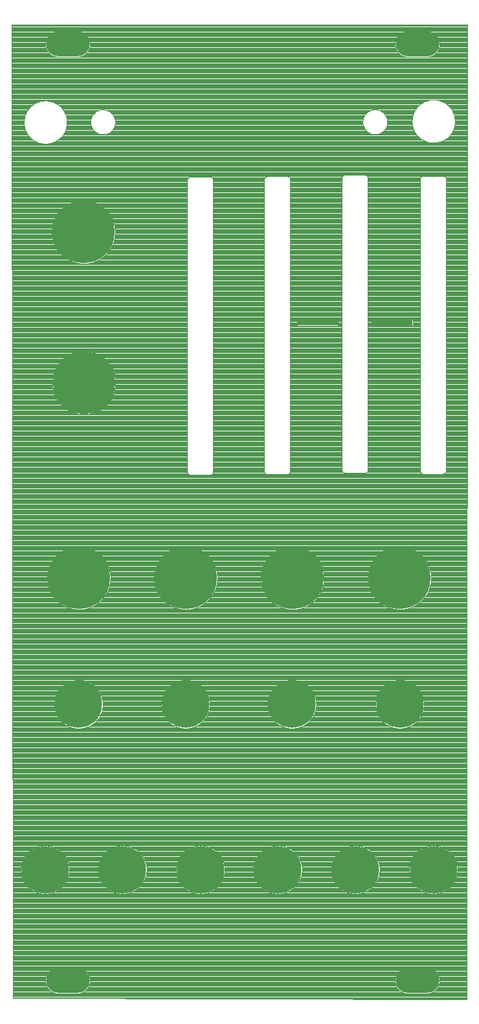
<source format=gtl>
G04 DipTrace 4.0.0.0*
G04 rangoon_panel_plugg.GTL*
%MOIN*%
G04 #@! TF.FileFunction,Copper,L1,Top*
G04 #@! TF.Part,Single*
G04 #@! TA.AperFunction,CopperBalancing*
%ADD17C,0.00394*%
G04 #@! TA.AperFunction,ComponentPad*
%ADD19C,0.244094*%
%ADD20O,0.2244X0.126*%
%ADD21C,0.32*%
%FSLAX26Y26*%
G04*
G70*
G90*
G75*
G01*
G04 Top*
%LPD*%
X422394Y5433386D2*
D17*
X2767738D1*
X422402Y5429576D2*
X2767730D1*
X422402Y5425768D2*
X2767730D1*
X422409Y5421959D2*
X2767722D1*
X422409Y5418150D2*
X2767722D1*
X422417Y5414341D2*
X2767714D1*
X422417Y5410533D2*
X2767714D1*
X422424Y5406724D2*
X2767706D1*
X422424Y5402915D2*
X2767706D1*
X422432Y5399106D2*
X639083D1*
X780556D2*
X2439085D1*
X2580551D2*
X2767698D1*
X422432Y5395298D2*
X630156D1*
X789475D2*
X2430159D1*
X2589478D2*
X2767698D1*
X422440Y5391490D2*
X623731D1*
X795908D2*
X2423734D1*
X2595904D2*
X2767692D1*
X422440Y5387680D2*
X618621D1*
X801018D2*
X2418623D1*
X2601013D2*
X2767692D1*
X422448Y5383871D2*
X614388D1*
X805243D2*
X2414391D1*
X2605245D2*
X2767684D1*
X422448Y5380063D2*
X610810D1*
X808829D2*
X2410814D1*
X2608824D2*
X2767684D1*
X422455Y5376253D2*
X607748D1*
X811885D2*
X2407751D1*
X2611887D2*
X2767676D1*
X422455Y5372445D2*
X605123D1*
X814516D2*
X2405118D1*
X2614518D2*
X2767676D1*
X422463Y5368636D2*
X602861D1*
X816770D2*
X2402864D1*
X2616773D2*
X2767668D1*
X422463Y5364828D2*
X600937D1*
X818702D2*
X2400940D1*
X2618705D2*
X2767668D1*
X422471Y5361018D2*
X599306D1*
X820333D2*
X2399308D1*
X2620329D2*
X2767660D1*
X422471Y5357210D2*
X597951D1*
X821688D2*
X2397954D1*
X2621684D2*
X2767660D1*
X422478Y5353402D2*
X596858D1*
X822781D2*
X2396854D1*
X2622783D2*
X2767652D1*
X422478Y5349592D2*
X596004D1*
X823635D2*
X2396000D1*
X2623638D2*
X2767652D1*
X422486Y5345783D2*
X595388D1*
X824251D2*
X2395385D1*
X2624253D2*
X2767644D1*
X422486Y5341975D2*
X594996D1*
X824643D2*
X2394992D1*
X2624646D2*
X2767644D1*
X422493Y5338167D2*
X594827D1*
X824812D2*
X2394829D1*
X2624807D2*
X2767644D1*
X422493Y5334357D2*
X594881D1*
X824751D2*
X2394885D1*
X2624753D2*
X2767636D1*
X422501Y5330549D2*
X595157D1*
X824474D2*
X2395161D1*
X2624476D2*
X2767636D1*
X422501Y5326740D2*
X595665D1*
X823974D2*
X2395669D1*
X2623969D2*
X2767630D1*
X422509Y5322930D2*
X596398D1*
X823235D2*
X2396400D1*
X2623238D2*
X2767630D1*
X422509Y5319122D2*
X597374D1*
X822265D2*
X2397370D1*
X2622268D2*
X2767622D1*
X422517Y5315314D2*
X598598D1*
X821042D2*
X2398601D1*
X2621045D2*
X2767622D1*
X422517Y5311505D2*
X600083D1*
X819549D2*
X2400085D1*
X2619551D2*
X2767614D1*
X422517Y5307696D2*
X601861D1*
X817778D2*
X2401864D1*
X2617774D2*
X2767614D1*
X422525Y5303887D2*
X603946D1*
X815686D2*
X2403949D1*
X2615689D2*
X2767606D1*
X422525Y5300079D2*
X606386D1*
X813255D2*
X2406388D1*
X2613249D2*
X2767606D1*
X422533Y5296270D2*
X609226D1*
X810415D2*
X2409220D1*
X2610417D2*
X2767598D1*
X422533Y5292461D2*
X612526D1*
X807105D2*
X2412529D1*
X2607109D2*
X2767598D1*
X422539Y5288652D2*
X616412D1*
X803227D2*
X2416416D1*
X2603222D2*
X2767591D1*
X422539Y5284844D2*
X621045D1*
X798594D2*
X2421049D1*
X2598589D2*
X2767591D1*
X422547Y5281034D2*
X626740D1*
X792900D2*
X2426735D1*
X2592903D2*
X2767583D1*
X422547Y5277226D2*
X634165D1*
X785474D2*
X2434168D1*
X2585469D2*
X2767583D1*
X422555Y5273417D2*
X645816D1*
X773823D2*
X2445819D1*
X2573819D2*
X2767576D1*
X422555Y5269609D2*
X2767576D1*
X422563Y5265799D2*
X2767568D1*
X422563Y5261991D2*
X2767568D1*
X422571Y5258182D2*
X2767560D1*
X422571Y5254373D2*
X2767560D1*
X422579Y5250564D2*
X2767552D1*
X422579Y5246756D2*
X2767552D1*
X422587Y5242948D2*
X2767545D1*
X422587Y5239138D2*
X2767545D1*
X422593Y5235329D2*
X2767537D1*
X422593Y5231521D2*
X2767537D1*
X422601Y5227711D2*
X2767529D1*
X422601Y5223903D2*
X2767529D1*
X422609Y5220094D2*
X2767522D1*
X422609Y5216286D2*
X2767522D1*
X422617Y5212476D2*
X2767514D1*
X422617Y5208668D2*
X2767514D1*
X422625Y5204860D2*
X2767507D1*
X422625Y5201051D2*
X2767507D1*
X422633Y5197241D2*
X2767499D1*
X422633Y5193433D2*
X2767499D1*
X422640Y5189625D2*
X2767491D1*
X422640Y5185815D2*
X2767491D1*
X422647Y5182007D2*
X2767483D1*
X422647Y5178198D2*
X2767483D1*
X422655Y5174390D2*
X2767475D1*
X422655Y5170580D2*
X2767475D1*
X422663Y5166772D2*
X2767467D1*
X422663Y5162963D2*
X2767467D1*
X422671Y5159154D2*
X2767461D1*
X422671Y5155345D2*
X2767461D1*
X422678Y5151537D2*
X2767453D1*
X422678Y5147728D2*
X2767453D1*
X422686Y5143919D2*
X2767445D1*
X422686Y5140110D2*
X2767445D1*
X422694Y5136302D2*
X2767437D1*
X422694Y5132492D2*
X2767437D1*
X422702Y5128684D2*
X2767429D1*
X422702Y5124875D2*
X2767429D1*
X422709Y5121067D2*
X2767421D1*
X422709Y5117257D2*
X2767421D1*
X422717Y5113449D2*
X2767421D1*
X422717Y5109640D2*
X2767413D1*
X422724Y5105832D2*
X2767413D1*
X422724Y5102022D2*
X2767407D1*
X422732Y5098214D2*
X2767407D1*
X422732Y5094406D2*
X2767399D1*
X422740Y5090596D2*
X2767399D1*
X422740Y5086787D2*
X2767391D1*
X422748Y5082979D2*
X2767391D1*
X422748Y5079171D2*
X2767383D1*
X422756Y5075361D2*
X2767383D1*
X422756Y5071552D2*
X2767375D1*
X422756Y5067744D2*
X2767375D1*
X422762Y5063934D2*
X2767367D1*
X422762Y5060126D2*
X2767367D1*
X422770Y5056318D2*
X2767360D1*
X422770Y5052509D2*
X2767360D1*
X422778Y5048699D2*
X2569352D1*
X2617328D2*
X2767353D1*
X422778Y5044891D2*
X576105D1*
X613869D2*
X2555993D1*
X2630686D2*
X2767353D1*
X422786Y5041083D2*
X560560D1*
X629413D2*
X2546627D1*
X2640052D2*
X2767345D1*
X422786Y5037273D2*
X550487D1*
X639486D2*
X2539125D1*
X2647547D2*
X2767345D1*
X422794Y5033465D2*
X542592D1*
X647382D2*
X2532791D1*
X2653881D2*
X2767337D1*
X422794Y5029656D2*
X535996D1*
X653976D2*
X2527290D1*
X2659390D2*
X2767337D1*
X422802Y5025848D2*
X530302D1*
X659671D2*
X2522411D1*
X2664261D2*
X2767329D1*
X422802Y5022038D2*
X525277D1*
X664696D2*
X2518047D1*
X2668625D2*
X2767329D1*
X422810Y5018230D2*
X520790D1*
X669182D2*
X2514108D1*
X2672572D2*
X2767322D1*
X422810Y5014421D2*
X516743D1*
X673230D2*
X2510529D1*
X2676143D2*
X2767322D1*
X422816Y5010613D2*
X513080D1*
X676894D2*
X2507274D1*
X2679406D2*
X2767314D1*
X422816Y5006803D2*
X509740D1*
X680232D2*
X2504295D1*
X2682377D2*
X2767314D1*
X422824Y5002995D2*
X506693D1*
X683280D2*
X2501579D1*
X2685100D2*
X2767306D1*
X422824Y4999186D2*
X503907D1*
X686066D2*
X880016D1*
X901381D2*
X2278877D1*
X2305722D2*
X2499093D1*
X2687585D2*
X2767306D1*
X422832Y4995377D2*
X501360D1*
X688605D2*
X866479D1*
X914924D2*
X2266849D1*
X2317749D2*
X2496816D1*
X2689856D2*
X2767298D1*
X422832Y4991568D2*
X499035D1*
X690937D2*
X858676D1*
X922727D2*
X2259400D1*
X2325206D2*
X2494745D1*
X2691933D2*
X2767298D1*
X422840Y4987760D2*
X496912D1*
X693060D2*
X852828D1*
X928576D2*
X2253736D1*
X2330862D2*
X2492861D1*
X2693819D2*
X2767291D1*
X422840Y4983951D2*
X494980D1*
X694992D2*
X848118D1*
X933278D2*
X2249150D1*
X2335449D2*
X2491152D1*
X2695520D2*
X2767291D1*
X422848Y4980142D2*
X493226D1*
X696739D2*
X844202D1*
X937194D2*
X2245325D1*
X2339273D2*
X2489613D1*
X2697059D2*
X2767283D1*
X422848Y4976333D2*
X491648D1*
X698324D2*
X840885D1*
X940512D2*
X2242077D1*
X2342521D2*
X2488236D1*
X2698436D2*
X2767283D1*
X422856Y4972525D2*
X490224D1*
X699740D2*
X838052D1*
X943344D2*
X2239308D1*
X2345290D2*
X2487012D1*
X2699660D2*
X2767276D1*
X422856Y4968715D2*
X488963D1*
X701003D2*
X835636D1*
X945768D2*
X2236937D1*
X2347661D2*
X2485942D1*
X2700738D2*
X2767276D1*
X422864Y4964907D2*
X487854D1*
X702118D2*
X833575D1*
X947829D2*
X2234921D1*
X2349685D2*
X2485012D1*
X2701660D2*
X2767268D1*
X422864Y4961098D2*
X486885D1*
X703080D2*
X831827D1*
X949576D2*
X2233213D1*
X2351386D2*
X2484227D1*
X2702453D2*
X2767268D1*
X422871Y4957290D2*
X486062D1*
X703904D2*
X830381D1*
X951024D2*
X2231804D1*
X2352802D2*
X2483580D1*
X2703100D2*
X2767260D1*
X422871Y4953480D2*
X485377D1*
X704588D2*
X829196D1*
X952201D2*
X2230659D1*
X2353940D2*
X2483064D1*
X2703615D2*
X2767260D1*
X422878Y4949672D2*
X484831D1*
X705143D2*
X828272D1*
X953123D2*
X2229765D1*
X2354833D2*
X2482688D1*
X2703992D2*
X2767252D1*
X422878Y4945864D2*
X484415D1*
X705550D2*
X827594D1*
X953808D2*
X2229119D1*
X2355479D2*
X2482441D1*
X2704239D2*
X2767252D1*
X422886Y4942054D2*
X484138D1*
X705835D2*
X827148D1*
X954248D2*
X2228711D1*
X2355895D2*
X2482325D1*
X2704354D2*
X2767244D1*
X422886Y4938245D2*
X483984D1*
X705982D2*
X826941D1*
X954463D2*
X2228526D1*
X2356072D2*
X2482341D1*
X2704339D2*
X2767244D1*
X422894Y4934437D2*
X483969D1*
X706004D2*
X826957D1*
X954448D2*
X2228580D1*
X2356026D2*
X2482487D1*
X2704193D2*
X2767238D1*
X422894Y4930629D2*
X484084D1*
X705888D2*
X827202D1*
X954194D2*
X2228857D1*
X2355748D2*
X2482764D1*
X2703915D2*
X2767238D1*
X422902Y4926819D2*
X484331D1*
X705643D2*
X827688D1*
X953717D2*
X2229365D1*
X2355234D2*
X2483180D1*
X2703500D2*
X2767230D1*
X422902Y4923010D2*
X484707D1*
X705265D2*
X828403D1*
X953001D2*
X2230119D1*
X2354487D2*
X2483726D1*
X2702953D2*
X2767230D1*
X422909Y4919202D2*
X485215D1*
X704757D2*
X829365D1*
X952039D2*
X2231113D1*
X2353486D2*
X2484403D1*
X2702269D2*
X2767222D1*
X422909Y4915394D2*
X485861D1*
X704112D2*
X830588D1*
X950815D2*
X2232374D1*
X2352232D2*
X2485227D1*
X2701453D2*
X2767222D1*
X422917Y4911584D2*
X486647D1*
X703327D2*
X832081D1*
X949323D2*
X2233906D1*
X2350693D2*
X2486189D1*
X2700491D2*
X2767214D1*
X422917Y4907776D2*
X487570D1*
X702395D2*
X833874D1*
X947529D2*
X2235738D1*
X2348861D2*
X2487297D1*
X2699375D2*
X2767214D1*
X422925Y4903967D2*
X488647D1*
X701325D2*
X835991D1*
X945413D2*
X2237899D1*
X2346699D2*
X2488559D1*
X2698121D2*
X2767206D1*
X422925Y4900157D2*
X489864D1*
X700110D2*
X838469D1*
X942936D2*
X2240432D1*
X2344167D2*
X2489975D1*
X2696705D2*
X2767206D1*
X422932Y4896349D2*
X491240D1*
X698732D2*
X841370D1*
X940026D2*
X2243402D1*
X2341205D2*
X2491552D1*
X2695119D2*
X2767198D1*
X422932Y4892541D2*
X492772D1*
X697193D2*
X844770D1*
X936625D2*
X2246873D1*
X2337726D2*
X2493307D1*
X2693373D2*
X2767198D1*
X422940Y4888732D2*
X494480D1*
X695492D2*
X848803D1*
X932601D2*
X2250997D1*
X2333601D2*
X2495231D1*
X2691441D2*
X2767198D1*
X422940Y4884923D2*
X496358D1*
X693608D2*
X853651D1*
X927745D2*
X2255991D1*
X2328615D2*
X2497354D1*
X2689325D2*
X2767190D1*
X422948Y4881114D2*
X498428D1*
X691545D2*
X859731D1*
X921673D2*
X2262278D1*
X2322320D2*
X2499678D1*
X2687001D2*
X2767190D1*
X422948Y4877306D2*
X500698D1*
X689274D2*
X868003D1*
X913400D2*
X2271020D1*
X2313587D2*
X2502218D1*
X2684462D2*
X2767184D1*
X422955Y4873496D2*
X503184D1*
X686789D2*
X884740D1*
X896664D2*
X2504996D1*
X2681676D2*
X2767184D1*
X422955Y4869688D2*
X505900D1*
X684072D2*
X2508043D1*
X2678636D2*
X2767176D1*
X422963Y4865879D2*
X508870D1*
X681102D2*
X2511375D1*
X2675304D2*
X2767176D1*
X422963Y4862071D2*
X512126D1*
X677848D2*
X2515030D1*
X2671642D2*
X2767168D1*
X422971Y4858261D2*
X515697D1*
X674277D2*
X2519071D1*
X2667609D2*
X2767168D1*
X422971Y4854453D2*
X519629D1*
X670344D2*
X2523550D1*
X2663130D2*
X2767160D1*
X422979Y4850644D2*
X523984D1*
X665988D2*
X2528567D1*
X2658113D2*
X2767160D1*
X422979Y4846835D2*
X528848D1*
X661118D2*
X2534253D1*
X2652427D2*
X2767152D1*
X422987Y4843026D2*
X534343D1*
X655623D2*
X2540833D1*
X2645846D2*
X2767152D1*
X422987Y4839218D2*
X540660D1*
X649306D2*
X2548698D1*
X2637982D2*
X2767144D1*
X422993Y4835409D2*
X548139D1*
X641833D2*
X2558724D1*
X2627955D2*
X2767144D1*
X422993Y4831600D2*
X557459D1*
X632507D2*
X2574092D1*
X2612580D2*
X2767136D1*
X422993Y4827791D2*
X570710D1*
X619262D2*
X2767136D1*
X423001Y4823983D2*
X2767129D1*
X423001Y4820175D2*
X2767129D1*
X423009Y4816365D2*
X2767122D1*
X423009Y4812556D2*
X2767122D1*
X423017Y4808748D2*
X2767114D1*
X423017Y4804938D2*
X2767114D1*
X423025Y4801130D2*
X2767106D1*
X423025Y4797322D2*
X2767106D1*
X423033Y4793513D2*
X2767098D1*
X423033Y4789703D2*
X2767098D1*
X423041Y4785895D2*
X2767091D1*
X423041Y4782087D2*
X2767091D1*
X423047Y4778277D2*
X2767083D1*
X423047Y4774469D2*
X2767083D1*
X423055Y4770660D2*
X2767075D1*
X423055Y4766852D2*
X2767075D1*
X423063Y4763042D2*
X2767068D1*
X423063Y4759234D2*
X2767068D1*
X423071Y4755425D2*
X2767060D1*
X423071Y4751615D2*
X2767060D1*
X423079Y4747807D2*
X2767052D1*
X423079Y4743999D2*
X2767052D1*
X423087Y4740190D2*
X2767045D1*
X423087Y4736381D2*
X2767045D1*
X423094Y4732572D2*
X2767037D1*
X423094Y4728764D2*
X2767037D1*
X423101Y4724955D2*
X2767029D1*
X423101Y4721146D2*
X2767029D1*
X423109Y4717337D2*
X2767021D1*
X423109Y4713529D2*
X2767021D1*
X423117Y4709719D2*
X2767014D1*
X423117Y4705911D2*
X2767014D1*
X423125Y4702102D2*
X2767007D1*
X423125Y4698294D2*
X2767007D1*
X423133Y4694484D2*
X2766999D1*
X423133Y4690676D2*
X2766999D1*
X423140Y4686867D2*
X2766991D1*
X423140Y4683058D2*
X2766991D1*
X423148Y4679249D2*
X2766983D1*
X423148Y4675441D2*
X2766983D1*
X423156Y4671633D2*
X2766975D1*
X423156Y4667823D2*
X2766975D1*
X423163Y4664014D2*
X2133790D1*
X2243266D2*
X2766967D1*
X423163Y4660206D2*
X2126764D1*
X2250293D2*
X2766967D1*
X423171Y4656396D2*
X1734241D1*
X1843572D2*
X2123625D1*
X2253440D2*
X2530545D1*
X2650856D2*
X2766967D1*
X423171Y4652588D2*
X1333808D1*
X1449841D2*
X1727161D1*
X1850651D2*
X2121916D1*
X2255140D2*
X2526651D1*
X2654749D2*
X2766959D1*
X423178Y4648780D2*
X1328822D1*
X1454828D2*
X1724014D1*
X1853807D2*
X2121207D1*
X2255848D2*
X2524542D1*
X2656866D2*
X2766959D1*
X423178Y4644971D2*
X1326236D1*
X1457421D2*
X1722298D1*
X1855514D2*
X2121169D1*
X2255887D2*
X2523518D1*
X2657882D2*
X2766953D1*
X423186Y4641161D2*
X1324882D1*
X1458768D2*
X1721591D1*
X1856223D2*
X2121169D1*
X2255887D2*
X2523341D1*
X2658059D2*
X2766953D1*
X423186Y4637353D2*
X1324466D1*
X1459184D2*
X1721551D1*
X1856269D2*
X2121169D1*
X2255887D2*
X2523341D1*
X2658059D2*
X2766945D1*
X423194Y4633545D2*
X1324466D1*
X1459184D2*
X1721551D1*
X1856269D2*
X2121169D1*
X2255887D2*
X2523341D1*
X2658059D2*
X2766945D1*
X423194Y4629736D2*
X1324466D1*
X1459184D2*
X1721551D1*
X1856269D2*
X2121169D1*
X2255887D2*
X2523341D1*
X2658059D2*
X2766937D1*
X423202Y4625927D2*
X1324466D1*
X1459184D2*
X1721551D1*
X1856269D2*
X2121169D1*
X2255887D2*
X2523341D1*
X2658059D2*
X2766937D1*
X423202Y4622118D2*
X1324466D1*
X1459184D2*
X1721551D1*
X1856269D2*
X2121169D1*
X2255887D2*
X2523341D1*
X2658059D2*
X2766929D1*
X423210Y4618310D2*
X1324466D1*
X1459184D2*
X1721551D1*
X1856269D2*
X2121169D1*
X2255887D2*
X2523341D1*
X2658059D2*
X2766929D1*
X423210Y4614500D2*
X1324466D1*
X1459184D2*
X1721551D1*
X1856269D2*
X2121169D1*
X2255887D2*
X2523341D1*
X2658059D2*
X2766921D1*
X423217Y4610692D2*
X1324466D1*
X1459184D2*
X1721551D1*
X1856269D2*
X2121169D1*
X2255887D2*
X2523341D1*
X2658059D2*
X2766921D1*
X423217Y4606883D2*
X1324466D1*
X1459184D2*
X1721551D1*
X1856269D2*
X2121169D1*
X2255887D2*
X2523341D1*
X2658059D2*
X2766913D1*
X423224Y4603075D2*
X1324466D1*
X1459184D2*
X1721551D1*
X1856269D2*
X2121169D1*
X2255887D2*
X2523341D1*
X2658059D2*
X2766913D1*
X423224Y4599265D2*
X1324466D1*
X1459184D2*
X1721551D1*
X1856269D2*
X2121169D1*
X2255887D2*
X2523341D1*
X2658059D2*
X2766906D1*
X423232Y4595457D2*
X1324466D1*
X1459184D2*
X1721551D1*
X1856269D2*
X2121169D1*
X2255887D2*
X2523341D1*
X2658059D2*
X2766906D1*
X423232Y4591648D2*
X1324466D1*
X1459184D2*
X1721551D1*
X1856269D2*
X2121169D1*
X2255887D2*
X2523341D1*
X2658059D2*
X2766899D1*
X423232Y4587839D2*
X1324466D1*
X1459184D2*
X1721551D1*
X1856269D2*
X2121169D1*
X2255887D2*
X2523341D1*
X2658059D2*
X2766899D1*
X423240Y4584030D2*
X1324466D1*
X1459184D2*
X1721551D1*
X1856269D2*
X2121169D1*
X2255887D2*
X2523341D1*
X2658059D2*
X2766891D1*
X423240Y4580222D2*
X1324466D1*
X1459184D2*
X1721551D1*
X1856269D2*
X2121169D1*
X2255887D2*
X2523341D1*
X2658059D2*
X2766891D1*
X423248Y4576413D2*
X1324466D1*
X1459184D2*
X1721551D1*
X1856269D2*
X2121169D1*
X2255887D2*
X2523341D1*
X2658059D2*
X2766883D1*
X423248Y4572604D2*
X1324466D1*
X1459184D2*
X1721551D1*
X1856269D2*
X2121169D1*
X2255887D2*
X2523341D1*
X2658059D2*
X2766883D1*
X423256Y4568795D2*
X1324466D1*
X1459184D2*
X1721551D1*
X1856269D2*
X2121169D1*
X2255887D2*
X2523341D1*
X2658059D2*
X2766875D1*
X423256Y4564987D2*
X1324466D1*
X1459184D2*
X1721551D1*
X1856269D2*
X2121169D1*
X2255887D2*
X2523341D1*
X2658059D2*
X2766875D1*
X423264Y4561177D2*
X1324466D1*
X1459184D2*
X1721551D1*
X1856269D2*
X2121169D1*
X2255887D2*
X2523341D1*
X2658059D2*
X2766867D1*
X423264Y4557369D2*
X1324466D1*
X1459184D2*
X1721551D1*
X1856269D2*
X2121169D1*
X2255887D2*
X2523341D1*
X2658059D2*
X2766867D1*
X423270Y4553560D2*
X1324466D1*
X1459184D2*
X1721551D1*
X1856269D2*
X2121169D1*
X2255887D2*
X2523341D1*
X2658059D2*
X2766860D1*
X423270Y4549752D2*
X1324466D1*
X1459184D2*
X1721551D1*
X1856269D2*
X2121169D1*
X2255887D2*
X2523341D1*
X2658059D2*
X2766860D1*
X423278Y4545942D2*
X1324466D1*
X1459184D2*
X1721551D1*
X1856269D2*
X2121169D1*
X2255887D2*
X2523341D1*
X2658059D2*
X2766852D1*
X423278Y4542134D2*
X1324466D1*
X1459184D2*
X1721551D1*
X1856269D2*
X2121169D1*
X2255887D2*
X2523341D1*
X2658059D2*
X2766852D1*
X423286Y4538325D2*
X1324466D1*
X1459184D2*
X1721551D1*
X1856269D2*
X2121169D1*
X2255887D2*
X2523341D1*
X2658059D2*
X2766845D1*
X423286Y4534517D2*
X1324466D1*
X1459184D2*
X1721551D1*
X1856269D2*
X2121169D1*
X2255887D2*
X2523341D1*
X2658059D2*
X2766845D1*
X423294Y4530707D2*
X766724D1*
X816394D2*
X1324466D1*
X1459184D2*
X1721551D1*
X1856269D2*
X2121169D1*
X2255887D2*
X2523341D1*
X2658059D2*
X2766837D1*
X423294Y4526899D2*
X748672D1*
X834448D2*
X1324466D1*
X1459184D2*
X1721551D1*
X1856269D2*
X2121169D1*
X2255887D2*
X2523341D1*
X2658059D2*
X2766837D1*
X423302Y4523091D2*
X736529D1*
X846591D2*
X1324466D1*
X1459184D2*
X1721551D1*
X1856269D2*
X2121169D1*
X2255887D2*
X2523341D1*
X2658059D2*
X2766829D1*
X423302Y4519281D2*
X726856D1*
X856262D2*
X1324466D1*
X1459184D2*
X1721551D1*
X1856269D2*
X2121169D1*
X2255887D2*
X2523341D1*
X2658059D2*
X2766829D1*
X423310Y4515472D2*
X718660D1*
X864458D2*
X1324466D1*
X1459184D2*
X1721551D1*
X1856269D2*
X2121169D1*
X2255887D2*
X2523341D1*
X2658059D2*
X2766822D1*
X423310Y4511664D2*
X711480D1*
X871638D2*
X1324466D1*
X1459184D2*
X1721551D1*
X1856269D2*
X2121169D1*
X2255887D2*
X2523341D1*
X2658059D2*
X2766822D1*
X423318Y4507856D2*
X705063D1*
X878049D2*
X1324466D1*
X1459184D2*
X1721551D1*
X1856269D2*
X2121169D1*
X2255887D2*
X2523341D1*
X2658059D2*
X2766814D1*
X423318Y4504046D2*
X699252D1*
X883866D2*
X1324466D1*
X1459184D2*
X1721551D1*
X1856269D2*
X2121169D1*
X2255887D2*
X2523341D1*
X2658059D2*
X2766814D1*
X423325Y4500238D2*
X693936D1*
X889176D2*
X1324466D1*
X1459184D2*
X1721551D1*
X1856269D2*
X2121169D1*
X2255887D2*
X2523341D1*
X2658059D2*
X2766806D1*
X423325Y4496429D2*
X689041D1*
X894077D2*
X1324466D1*
X1459184D2*
X1721551D1*
X1856269D2*
X2121169D1*
X2255887D2*
X2523341D1*
X2658059D2*
X2766806D1*
X423332Y4492619D2*
X684500D1*
X898610D2*
X1324466D1*
X1459184D2*
X1721551D1*
X1856269D2*
X2121169D1*
X2255887D2*
X2523341D1*
X2658059D2*
X2766798D1*
X423332Y4488811D2*
X680283D1*
X902835D2*
X1324466D1*
X1459184D2*
X1721551D1*
X1856269D2*
X2121169D1*
X2255887D2*
X2523341D1*
X2658059D2*
X2766798D1*
X423340Y4485003D2*
X676336D1*
X906776D2*
X1324466D1*
X1459184D2*
X1721551D1*
X1856269D2*
X2121169D1*
X2255887D2*
X2523341D1*
X2658059D2*
X2766790D1*
X423340Y4481194D2*
X672650D1*
X910461D2*
X1324466D1*
X1459184D2*
X1721551D1*
X1856269D2*
X2121169D1*
X2255887D2*
X2523341D1*
X2658059D2*
X2766790D1*
X423348Y4477385D2*
X669194D1*
X913916D2*
X1324466D1*
X1459184D2*
X1721551D1*
X1856269D2*
X2121169D1*
X2255887D2*
X2523341D1*
X2658059D2*
X2766783D1*
X423348Y4473576D2*
X665948D1*
X917164D2*
X1324466D1*
X1459184D2*
X1721551D1*
X1856269D2*
X2121169D1*
X2255887D2*
X2523341D1*
X2658059D2*
X2766783D1*
X423356Y4469768D2*
X662900D1*
X920219D2*
X1324466D1*
X1459184D2*
X1721551D1*
X1856269D2*
X2121169D1*
X2255887D2*
X2523341D1*
X2658059D2*
X2766776D1*
X423356Y4465958D2*
X660030D1*
X923089D2*
X1324466D1*
X1459184D2*
X1721551D1*
X1856269D2*
X2121169D1*
X2255887D2*
X2523341D1*
X2658059D2*
X2766776D1*
X423364Y4462150D2*
X657328D1*
X925782D2*
X1324466D1*
X1459184D2*
X1721551D1*
X1856269D2*
X2121169D1*
X2255887D2*
X2523341D1*
X2658059D2*
X2766768D1*
X423364Y4458341D2*
X654789D1*
X928322D2*
X1324466D1*
X1459184D2*
X1721551D1*
X1856269D2*
X2121169D1*
X2255887D2*
X2523341D1*
X2658059D2*
X2766768D1*
X423371Y4454533D2*
X652403D1*
X930715D2*
X1324466D1*
X1459184D2*
X1721551D1*
X1856269D2*
X2121169D1*
X2255887D2*
X2523341D1*
X2658059D2*
X2766760D1*
X423371Y4450723D2*
X650156D1*
X932962D2*
X1324466D1*
X1459184D2*
X1721551D1*
X1856269D2*
X2121169D1*
X2255887D2*
X2523341D1*
X2658059D2*
X2766760D1*
X423379Y4446915D2*
X648049D1*
X935071D2*
X1324466D1*
X1459184D2*
X1721551D1*
X1856269D2*
X2121169D1*
X2255887D2*
X2523341D1*
X2658059D2*
X2766752D1*
X423379Y4443106D2*
X646071D1*
X937049D2*
X1324466D1*
X1459184D2*
X1721551D1*
X1856269D2*
X2121169D1*
X2255887D2*
X2523341D1*
X2658059D2*
X2766752D1*
X423386Y4439298D2*
X644215D1*
X938903D2*
X1324466D1*
X1459184D2*
X1721551D1*
X1856269D2*
X2121169D1*
X2255887D2*
X2523341D1*
X2658059D2*
X2766744D1*
X423386Y4435488D2*
X642484D1*
X940634D2*
X1324466D1*
X1459184D2*
X1721551D1*
X1856269D2*
X2121169D1*
X2255887D2*
X2523341D1*
X2658059D2*
X2766744D1*
X423394Y4431680D2*
X640869D1*
X942251D2*
X1324466D1*
X1459184D2*
X1721551D1*
X1856269D2*
X2121169D1*
X2255887D2*
X2523341D1*
X2658059D2*
X2766744D1*
X423394Y4427871D2*
X639360D1*
X943751D2*
X1324466D1*
X1459184D2*
X1721551D1*
X1856269D2*
X2121169D1*
X2255887D2*
X2523341D1*
X2658059D2*
X2766736D1*
X423402Y4424062D2*
X637967D1*
X945144D2*
X1324466D1*
X1459184D2*
X1721551D1*
X1856269D2*
X2121169D1*
X2255887D2*
X2523341D1*
X2658059D2*
X2766736D1*
X423402Y4420253D2*
X636682D1*
X946437D2*
X1324466D1*
X1459184D2*
X1721551D1*
X1856269D2*
X2121169D1*
X2255887D2*
X2523341D1*
X2658059D2*
X2766730D1*
X423409Y4416445D2*
X635497D1*
X947622D2*
X1324466D1*
X1459184D2*
X1721551D1*
X1856269D2*
X2121169D1*
X2255887D2*
X2523341D1*
X2658059D2*
X2766730D1*
X423409Y4412636D2*
X634412D1*
X948699D2*
X1324466D1*
X1459184D2*
X1721551D1*
X1856269D2*
X2121169D1*
X2255887D2*
X2523341D1*
X2658059D2*
X2766722D1*
X423417Y4408827D2*
X633434D1*
X949684D2*
X1324466D1*
X1459184D2*
X1721551D1*
X1856269D2*
X2121169D1*
X2255887D2*
X2523341D1*
X2658059D2*
X2766722D1*
X423417Y4405018D2*
X632550D1*
X950570D2*
X1324466D1*
X1459184D2*
X1721551D1*
X1856269D2*
X2121169D1*
X2255887D2*
X2523341D1*
X2658059D2*
X2766714D1*
X423425Y4401210D2*
X631757D1*
X951362D2*
X1324466D1*
X1459184D2*
X1721551D1*
X1856269D2*
X2121169D1*
X2255887D2*
X2523341D1*
X2658059D2*
X2766714D1*
X423425Y4397400D2*
X631064D1*
X952054D2*
X1324466D1*
X1459184D2*
X1721551D1*
X1856269D2*
X2121169D1*
X2255887D2*
X2523341D1*
X2658059D2*
X2766706D1*
X423433Y4393592D2*
X630465D1*
X952655D2*
X1324466D1*
X1459184D2*
X1721551D1*
X1856269D2*
X2121169D1*
X2255887D2*
X2523341D1*
X2658059D2*
X2766706D1*
X423433Y4389783D2*
X629949D1*
X953163D2*
X1324466D1*
X1459184D2*
X1721551D1*
X1856269D2*
X2121169D1*
X2255887D2*
X2523341D1*
X2658059D2*
X2766698D1*
X423440Y4385975D2*
X629533D1*
X953585D2*
X1324466D1*
X1459184D2*
X1721551D1*
X1856269D2*
X2121169D1*
X2255887D2*
X2523341D1*
X2658059D2*
X2766698D1*
X423440Y4382165D2*
X629202D1*
X953909D2*
X1324466D1*
X1459184D2*
X1721551D1*
X1856269D2*
X2121169D1*
X2255887D2*
X2523341D1*
X2658059D2*
X2766690D1*
X423448Y4378357D2*
X628971D1*
X954147D2*
X1324466D1*
X1459184D2*
X1721551D1*
X1856269D2*
X2121169D1*
X2255887D2*
X2523341D1*
X2658059D2*
X2766690D1*
X423448Y4374549D2*
X628818D1*
X954294D2*
X1324466D1*
X1459184D2*
X1721551D1*
X1856269D2*
X2121169D1*
X2255887D2*
X2523341D1*
X2658059D2*
X2766682D1*
X423455Y4370739D2*
X628764D1*
X954356D2*
X1324466D1*
X1459184D2*
X1721551D1*
X1856269D2*
X2121169D1*
X2255887D2*
X2523341D1*
X2658059D2*
X2766682D1*
X423455Y4366930D2*
X628794D1*
X954324D2*
X1324466D1*
X1459184D2*
X1721551D1*
X1856269D2*
X2121169D1*
X2255887D2*
X2523341D1*
X2658059D2*
X2766676D1*
X423463Y4363122D2*
X628909D1*
X954201D2*
X1324466D1*
X1459184D2*
X1721551D1*
X1856269D2*
X2121169D1*
X2255887D2*
X2523341D1*
X2658059D2*
X2766676D1*
X423463Y4359314D2*
X629125D1*
X953993D2*
X1324466D1*
X1459184D2*
X1721551D1*
X1856269D2*
X2121169D1*
X2255887D2*
X2523341D1*
X2658059D2*
X2766668D1*
X423471Y4355504D2*
X629425D1*
X953693D2*
X1324466D1*
X1459184D2*
X1721551D1*
X1856269D2*
X2121169D1*
X2255887D2*
X2523341D1*
X2658059D2*
X2766668D1*
X423471Y4351696D2*
X629810D1*
X953301D2*
X1324466D1*
X1459184D2*
X1721551D1*
X1856269D2*
X2121169D1*
X2255887D2*
X2523341D1*
X2658059D2*
X2766660D1*
X423471Y4347887D2*
X630295D1*
X952824D2*
X1324466D1*
X1459184D2*
X1721551D1*
X1856269D2*
X2121169D1*
X2255887D2*
X2523341D1*
X2658059D2*
X2766660D1*
X423479Y4344079D2*
X630865D1*
X952247D2*
X1324466D1*
X1459184D2*
X1721551D1*
X1856269D2*
X2121169D1*
X2255887D2*
X2523341D1*
X2658059D2*
X2766652D1*
X423479Y4340269D2*
X631534D1*
X951585D2*
X1324466D1*
X1459184D2*
X1721551D1*
X1856269D2*
X2121169D1*
X2255887D2*
X2523341D1*
X2658059D2*
X2766652D1*
X423487Y4336461D2*
X632295D1*
X950823D2*
X1324466D1*
X1459184D2*
X1721551D1*
X1856269D2*
X2121169D1*
X2255887D2*
X2523341D1*
X2658059D2*
X2766644D1*
X423487Y4332652D2*
X633150D1*
X949969D2*
X1324466D1*
X1459184D2*
X1721551D1*
X1856269D2*
X2121169D1*
X2255887D2*
X2523341D1*
X2658059D2*
X2766644D1*
X423495Y4328843D2*
X634104D1*
X949014D2*
X1324466D1*
X1459184D2*
X1721551D1*
X1856269D2*
X2121169D1*
X2255887D2*
X2523341D1*
X2658059D2*
X2766636D1*
X423495Y4325034D2*
X635151D1*
X947961D2*
X1324466D1*
X1459184D2*
X1721551D1*
X1856269D2*
X2121169D1*
X2255887D2*
X2523341D1*
X2658059D2*
X2766636D1*
X423501Y4321226D2*
X636304D1*
X946806D2*
X1324466D1*
X1459184D2*
X1721551D1*
X1856269D2*
X2121169D1*
X2255887D2*
X2523341D1*
X2658059D2*
X2766629D1*
X423501Y4317417D2*
X637559D1*
X945551D2*
X1324466D1*
X1459184D2*
X1721551D1*
X1856269D2*
X2121169D1*
X2255887D2*
X2523341D1*
X2658059D2*
X2766629D1*
X423509Y4313608D2*
X638921D1*
X944190D2*
X1324466D1*
X1459184D2*
X1721551D1*
X1856269D2*
X2121169D1*
X2255887D2*
X2523341D1*
X2658059D2*
X2766621D1*
X423509Y4309799D2*
X640391D1*
X942727D2*
X1324466D1*
X1459184D2*
X1721551D1*
X1856269D2*
X2121169D1*
X2255887D2*
X2523341D1*
X2658059D2*
X2766621D1*
X423517Y4305991D2*
X641976D1*
X941143D2*
X1324466D1*
X1459184D2*
X1721551D1*
X1856269D2*
X2121169D1*
X2255887D2*
X2523341D1*
X2658059D2*
X2766614D1*
X423517Y4302181D2*
X643669D1*
X939449D2*
X1324466D1*
X1459184D2*
X1721551D1*
X1856269D2*
X2121169D1*
X2255887D2*
X2523341D1*
X2658059D2*
X2766614D1*
X423525Y4298373D2*
X645486D1*
X937634D2*
X1324466D1*
X1459184D2*
X1721551D1*
X1856269D2*
X2121169D1*
X2255887D2*
X2523341D1*
X2658059D2*
X2766606D1*
X423525Y4294564D2*
X647425D1*
X935694D2*
X1324466D1*
X1459184D2*
X1721551D1*
X1856269D2*
X2121169D1*
X2255887D2*
X2523341D1*
X2658059D2*
X2766606D1*
X423533Y4290756D2*
X649495D1*
X933625D2*
X1324466D1*
X1459184D2*
X1721551D1*
X1856269D2*
X2121169D1*
X2255887D2*
X2523341D1*
X2658059D2*
X2766598D1*
X423533Y4286946D2*
X651696D1*
X931423D2*
X1324466D1*
X1459184D2*
X1721551D1*
X1856269D2*
X2121169D1*
X2255887D2*
X2523341D1*
X2658059D2*
X2766598D1*
X423541Y4283138D2*
X654042D1*
X929076D2*
X1324466D1*
X1459184D2*
X1721551D1*
X1856269D2*
X2121169D1*
X2255887D2*
X2523341D1*
X2658059D2*
X2766591D1*
X423541Y4279329D2*
X656528D1*
X926583D2*
X1324466D1*
X1459184D2*
X1721551D1*
X1856269D2*
X2121169D1*
X2255887D2*
X2523341D1*
X2658059D2*
X2766591D1*
X423549Y4275520D2*
X659182D1*
X923936D2*
X1324466D1*
X1459184D2*
X1721551D1*
X1856269D2*
X2121169D1*
X2255887D2*
X2523341D1*
X2658059D2*
X2766583D1*
X423549Y4271711D2*
X662000D1*
X921119D2*
X1324466D1*
X1459184D2*
X1721551D1*
X1856269D2*
X2121169D1*
X2255887D2*
X2523341D1*
X2658059D2*
X2766583D1*
X423555Y4267903D2*
X664993D1*
X918126D2*
X1324466D1*
X1459184D2*
X1721551D1*
X1856269D2*
X2121169D1*
X2255887D2*
X2523341D1*
X2658059D2*
X2766575D1*
X423555Y4264094D2*
X668171D1*
X914940D2*
X1324466D1*
X1459184D2*
X1721551D1*
X1856269D2*
X2121169D1*
X2255887D2*
X2523341D1*
X2658059D2*
X2766575D1*
X423563Y4260285D2*
X671564D1*
X911554D2*
X1324466D1*
X1459184D2*
X1721551D1*
X1856269D2*
X2121169D1*
X2255887D2*
X2523341D1*
X2658059D2*
X2766567D1*
X423563Y4256476D2*
X675181D1*
X907937D2*
X1324466D1*
X1459184D2*
X1721551D1*
X1856269D2*
X2121169D1*
X2255887D2*
X2523341D1*
X2658059D2*
X2766567D1*
X423571Y4252668D2*
X679037D1*
X904073D2*
X1324466D1*
X1459184D2*
X1721551D1*
X1856269D2*
X2121169D1*
X2255887D2*
X2523341D1*
X2658059D2*
X2766560D1*
X423571Y4248860D2*
X683169D1*
X899942D2*
X1324466D1*
X1459184D2*
X1721551D1*
X1856269D2*
X2121169D1*
X2255887D2*
X2523341D1*
X2658059D2*
X2766560D1*
X423579Y4245050D2*
X687609D1*
X895509D2*
X1324466D1*
X1459184D2*
X1721551D1*
X1856269D2*
X2121169D1*
X2255887D2*
X2523341D1*
X2658059D2*
X2766552D1*
X423579Y4241241D2*
X692388D1*
X890731D2*
X1324466D1*
X1459184D2*
X1721551D1*
X1856269D2*
X2121169D1*
X2255887D2*
X2523341D1*
X2658059D2*
X2766552D1*
X423587Y4237433D2*
X697567D1*
X885543D2*
X1324466D1*
X1459184D2*
X1721551D1*
X1856269D2*
X2121169D1*
X2255887D2*
X2523341D1*
X2658059D2*
X2766545D1*
X423587Y4233623D2*
X703215D1*
X879895D2*
X1324466D1*
X1459184D2*
X1721551D1*
X1856269D2*
X2121169D1*
X2255887D2*
X2523341D1*
X2658059D2*
X2766545D1*
X423594Y4229815D2*
X709433D1*
X873685D2*
X1324466D1*
X1459184D2*
X1721551D1*
X1856269D2*
X2121169D1*
X2255887D2*
X2523341D1*
X2658059D2*
X2766537D1*
X423594Y4226007D2*
X716352D1*
X866760D2*
X1324466D1*
X1459184D2*
X1721551D1*
X1856269D2*
X2121169D1*
X2255887D2*
X2523341D1*
X2658059D2*
X2766537D1*
X423602Y4222198D2*
X724201D1*
X858911D2*
X1324466D1*
X1459184D2*
X1721551D1*
X1856269D2*
X2121169D1*
X2255887D2*
X2523341D1*
X2658059D2*
X2766529D1*
X423602Y4218388D2*
X733350D1*
X849768D2*
X1324466D1*
X1459184D2*
X1721551D1*
X1856269D2*
X2121169D1*
X2255887D2*
X2523341D1*
X2658059D2*
X2766529D1*
X423609Y4214580D2*
X744563D1*
X838556D2*
X1324466D1*
X1459184D2*
X1721551D1*
X1856269D2*
X2121169D1*
X2255887D2*
X2523341D1*
X2658059D2*
X2766521D1*
X423609Y4210772D2*
X759984D1*
X823135D2*
X1324466D1*
X1459184D2*
X1721551D1*
X1856269D2*
X2121169D1*
X2255887D2*
X2523341D1*
X2658059D2*
X2766521D1*
X423617Y4206962D2*
X1324466D1*
X1459184D2*
X1721551D1*
X1856269D2*
X2121169D1*
X2255887D2*
X2523341D1*
X2658059D2*
X2766521D1*
X423617Y4203154D2*
X1324466D1*
X1459184D2*
X1721551D1*
X1856269D2*
X2121169D1*
X2255887D2*
X2523341D1*
X2658059D2*
X2766513D1*
X423625Y4199345D2*
X1324466D1*
X1459184D2*
X1721551D1*
X1856269D2*
X2121169D1*
X2255887D2*
X2523341D1*
X2658059D2*
X2766513D1*
X423625Y4195537D2*
X1324466D1*
X1459184D2*
X1721551D1*
X1856269D2*
X2121169D1*
X2255887D2*
X2523341D1*
X2658059D2*
X2766507D1*
X423633Y4191727D2*
X1324466D1*
X1459184D2*
X1721551D1*
X1856269D2*
X2121169D1*
X2255887D2*
X2523341D1*
X2658059D2*
X2766507D1*
X423633Y4187919D2*
X1324466D1*
X1459184D2*
X1721551D1*
X1856269D2*
X2121169D1*
X2255887D2*
X2523341D1*
X2658059D2*
X2766499D1*
X423640Y4184110D2*
X1324466D1*
X1459184D2*
X1721551D1*
X1856269D2*
X2121169D1*
X2255887D2*
X2523341D1*
X2658059D2*
X2766499D1*
X423640Y4180301D2*
X1324466D1*
X1459184D2*
X1721551D1*
X1856269D2*
X2121169D1*
X2255887D2*
X2523341D1*
X2658059D2*
X2766491D1*
X423648Y4176492D2*
X1324466D1*
X1459184D2*
X1721551D1*
X1856269D2*
X2121169D1*
X2255887D2*
X2523341D1*
X2658059D2*
X2766491D1*
X423648Y4172684D2*
X1324466D1*
X1459184D2*
X1721551D1*
X1856269D2*
X2121169D1*
X2255887D2*
X2523341D1*
X2658059D2*
X2766483D1*
X423656Y4168875D2*
X1324466D1*
X1459184D2*
X1721551D1*
X1856269D2*
X2121169D1*
X2255887D2*
X2523341D1*
X2658059D2*
X2766483D1*
X423656Y4165066D2*
X1324466D1*
X1459184D2*
X1721551D1*
X1856269D2*
X2121169D1*
X2255887D2*
X2523341D1*
X2658059D2*
X2766475D1*
X423664Y4161257D2*
X1324466D1*
X1459184D2*
X1721551D1*
X1856269D2*
X2121169D1*
X2255887D2*
X2523341D1*
X2658059D2*
X2766475D1*
X423664Y4157449D2*
X1324466D1*
X1459184D2*
X1721551D1*
X1856269D2*
X2121169D1*
X2255887D2*
X2523341D1*
X2658059D2*
X2766467D1*
X423671Y4153640D2*
X1324466D1*
X1459184D2*
X1721551D1*
X1856269D2*
X2121169D1*
X2255887D2*
X2523341D1*
X2658059D2*
X2766467D1*
X423671Y4149831D2*
X1324466D1*
X1459184D2*
X1721551D1*
X1856269D2*
X2121169D1*
X2255887D2*
X2523341D1*
X2658059D2*
X2766459D1*
X423678Y4146022D2*
X1324466D1*
X1459184D2*
X1721551D1*
X1856269D2*
X2121169D1*
X2255887D2*
X2523341D1*
X2658059D2*
X2766459D1*
X423678Y4142214D2*
X1324466D1*
X1459184D2*
X1721551D1*
X1856269D2*
X2121169D1*
X2255887D2*
X2523341D1*
X2658059D2*
X2766451D1*
X423686Y4138404D2*
X1324466D1*
X1459184D2*
X1721551D1*
X1856269D2*
X2121169D1*
X2255887D2*
X2523341D1*
X2658059D2*
X2766451D1*
X423686Y4134596D2*
X1324466D1*
X1459184D2*
X1721551D1*
X1856269D2*
X2121169D1*
X2255887D2*
X2523341D1*
X2658059D2*
X2766445D1*
X423694Y4130787D2*
X1324466D1*
X1459184D2*
X1721551D1*
X1856269D2*
X2121169D1*
X2255887D2*
X2523341D1*
X2658059D2*
X2766445D1*
X423694Y4126979D2*
X1324466D1*
X1459184D2*
X1721551D1*
X1856269D2*
X2121169D1*
X2255887D2*
X2523341D1*
X2658059D2*
X2766437D1*
X423702Y4123169D2*
X1324466D1*
X1459184D2*
X1721551D1*
X1856269D2*
X2121169D1*
X2255887D2*
X2523341D1*
X2658059D2*
X2766437D1*
X423702Y4119361D2*
X1324466D1*
X1459184D2*
X1721551D1*
X1856269D2*
X2121169D1*
X2255887D2*
X2523341D1*
X2658059D2*
X2766429D1*
X423710Y4115552D2*
X1324466D1*
X1459184D2*
X1721551D1*
X1856269D2*
X2121169D1*
X2255887D2*
X2523341D1*
X2658059D2*
X2766429D1*
X423710Y4111743D2*
X1324466D1*
X1459184D2*
X1721551D1*
X1856269D2*
X2121169D1*
X2255887D2*
X2523341D1*
X2658059D2*
X2766421D1*
X423710Y4107934D2*
X1324466D1*
X1459184D2*
X1721551D1*
X1856269D2*
X2121169D1*
X2255887D2*
X2523341D1*
X2658059D2*
X2766421D1*
X423718Y4104126D2*
X1324466D1*
X1459184D2*
X1721551D1*
X1856269D2*
X2121169D1*
X2255887D2*
X2523341D1*
X2658059D2*
X2766413D1*
X423718Y4100318D2*
X1324466D1*
X1459184D2*
X1721551D1*
X1856269D2*
X2121169D1*
X2255887D2*
X2523341D1*
X2658059D2*
X2766413D1*
X423724Y4096508D2*
X1324466D1*
X1459184D2*
X1721551D1*
X1856269D2*
X2121169D1*
X2255887D2*
X2523341D1*
X2658059D2*
X2766406D1*
X423724Y4092699D2*
X1324466D1*
X1459184D2*
X1721551D1*
X1856269D2*
X2121169D1*
X2255887D2*
X2523341D1*
X2658059D2*
X2766406D1*
X423732Y4088891D2*
X1324466D1*
X1459184D2*
X1721551D1*
X1856269D2*
X2121169D1*
X2255887D2*
X2523341D1*
X2658059D2*
X2766398D1*
X423732Y4085081D2*
X1324466D1*
X1459184D2*
X1721551D1*
X1856269D2*
X2121169D1*
X2255887D2*
X2523341D1*
X2658059D2*
X2766398D1*
X423740Y4081273D2*
X1324466D1*
X1459184D2*
X1721551D1*
X1856269D2*
X2121169D1*
X2255887D2*
X2523341D1*
X2658059D2*
X2766391D1*
X423740Y4077465D2*
X1324466D1*
X1459184D2*
X1721551D1*
X1856269D2*
X2121169D1*
X2255887D2*
X2523341D1*
X2658059D2*
X2766391D1*
X423748Y4073656D2*
X1324466D1*
X1459184D2*
X1721551D1*
X1856269D2*
X2121169D1*
X2255887D2*
X2523341D1*
X2658059D2*
X2766383D1*
X423748Y4069846D2*
X1324466D1*
X1459184D2*
X1721551D1*
X1856269D2*
X2121169D1*
X2255887D2*
X2523341D1*
X2658059D2*
X2766383D1*
X423756Y4066038D2*
X1324466D1*
X1459184D2*
X1721551D1*
X1856269D2*
X2121169D1*
X2255887D2*
X2523341D1*
X2658059D2*
X2766375D1*
X423756Y4062230D2*
X1324466D1*
X1459184D2*
X1721551D1*
X1856269D2*
X2121169D1*
X2255887D2*
X2523341D1*
X2658059D2*
X2766375D1*
X423764Y4058421D2*
X1324466D1*
X1459184D2*
X1721551D1*
X1856269D2*
X2121169D1*
X2255887D2*
X2523341D1*
X2658059D2*
X2766367D1*
X423764Y4054612D2*
X1324466D1*
X1459184D2*
X1721551D1*
X1856269D2*
X2121169D1*
X2255887D2*
X2523341D1*
X2658059D2*
X2766367D1*
X423772Y4050803D2*
X1324466D1*
X1459184D2*
X1721551D1*
X1856269D2*
X2121169D1*
X2255887D2*
X2523341D1*
X2658059D2*
X2766360D1*
X423772Y4046995D2*
X1324466D1*
X1459184D2*
X1721551D1*
X1856269D2*
X2121169D1*
X2255887D2*
X2523341D1*
X2658059D2*
X2766360D1*
X423778Y4043185D2*
X1324466D1*
X1459184D2*
X1721551D1*
X1856269D2*
X2121169D1*
X2255887D2*
X2523341D1*
X2658059D2*
X2766352D1*
X423778Y4039377D2*
X1324466D1*
X1459184D2*
X1721551D1*
X1856269D2*
X2121169D1*
X2255887D2*
X2523341D1*
X2658059D2*
X2766352D1*
X423786Y4035568D2*
X1324466D1*
X1459184D2*
X1721551D1*
X1856269D2*
X2121169D1*
X2255887D2*
X2523341D1*
X2658059D2*
X2766344D1*
X423786Y4031760D2*
X1324466D1*
X1459184D2*
X1721551D1*
X1856269D2*
X2121169D1*
X2255887D2*
X2523341D1*
X2658059D2*
X2766344D1*
X423794Y4027950D2*
X1324466D1*
X1459184D2*
X1721551D1*
X1856269D2*
X2121169D1*
X2255887D2*
X2523341D1*
X2658059D2*
X2766337D1*
X423794Y4024142D2*
X1324466D1*
X1459184D2*
X1721551D1*
X1856269D2*
X2121169D1*
X2255887D2*
X2523341D1*
X2658059D2*
X2766337D1*
X423802Y4020333D2*
X1324466D1*
X1459184D2*
X1721551D1*
X1856269D2*
X2121169D1*
X2255887D2*
X2523341D1*
X2658059D2*
X2766329D1*
X423802Y4016524D2*
X1324466D1*
X1459184D2*
X1721551D1*
X1856269D2*
X2121169D1*
X2255887D2*
X2523341D1*
X2658059D2*
X2766329D1*
X423810Y4012715D2*
X1324466D1*
X1459184D2*
X1721551D1*
X1856269D2*
X2121169D1*
X2255887D2*
X2523341D1*
X2658059D2*
X2766322D1*
X423810Y4008907D2*
X1324466D1*
X1459184D2*
X1721551D1*
X1856269D2*
X2121169D1*
X2255887D2*
X2523341D1*
X2658059D2*
X2766322D1*
X423818Y4005098D2*
X1324466D1*
X1459184D2*
X1721551D1*
X1856269D2*
X2121169D1*
X2255887D2*
X2523341D1*
X2658059D2*
X2766314D1*
X423818Y4001289D2*
X1324466D1*
X1459184D2*
X1721551D1*
X1856269D2*
X2121169D1*
X2255887D2*
X2523341D1*
X2658059D2*
X2766314D1*
X423825Y3997480D2*
X1324466D1*
X1459184D2*
X1721551D1*
X1856269D2*
X2121169D1*
X2255887D2*
X2523341D1*
X2658059D2*
X2766306D1*
X423825Y3993672D2*
X1324466D1*
X1459184D2*
X1721551D1*
X1856269D2*
X2121169D1*
X2255887D2*
X2523341D1*
X2658059D2*
X2766306D1*
X423833Y3989862D2*
X1324466D1*
X1459184D2*
X1721551D1*
X1856269D2*
X2121169D1*
X2255887D2*
X2523341D1*
X2658059D2*
X2766298D1*
X423833Y3986054D2*
X1324466D1*
X1459184D2*
X1721551D1*
X1856269D2*
X2121169D1*
X2255887D2*
X2523341D1*
X2658059D2*
X2766298D1*
X423840Y3982245D2*
X1324466D1*
X1459184D2*
X1721551D1*
X1856269D2*
X2121169D1*
X2255887D2*
X2523341D1*
X2658059D2*
X2766298D1*
X423840Y3978437D2*
X1324466D1*
X1459184D2*
X1721551D1*
X1856269D2*
X2121169D1*
X2255887D2*
X2523341D1*
X2658059D2*
X2766290D1*
X423848Y3974627D2*
X1324466D1*
X1459184D2*
X1721551D1*
X1856269D2*
X2121169D1*
X2255887D2*
X2523341D1*
X2658059D2*
X2766290D1*
X423848Y3970819D2*
X1324466D1*
X1459184D2*
X1721551D1*
X1856269D2*
X2121169D1*
X2255887D2*
X2523341D1*
X2658059D2*
X2766282D1*
X423856Y3967010D2*
X1324466D1*
X1459184D2*
X1721551D1*
X1856269D2*
X2121169D1*
X2255887D2*
X2523341D1*
X2658059D2*
X2766282D1*
X423856Y3963202D2*
X1324466D1*
X1459184D2*
X1721551D1*
X1856269D2*
X2121169D1*
X2255887D2*
X2523341D1*
X2658059D2*
X2766276D1*
X423864Y3959392D2*
X1324466D1*
X1459184D2*
X1721551D1*
X1856269D2*
X2121169D1*
X2255887D2*
X2523341D1*
X2658059D2*
X2766276D1*
X423864Y3955584D2*
X1324466D1*
X1459184D2*
X1721551D1*
X1856269D2*
X2121169D1*
X2255887D2*
X2523341D1*
X2658059D2*
X2766268D1*
X423871Y3951776D2*
X1324466D1*
X1459184D2*
X1721551D1*
X1856269D2*
X2121169D1*
X2255887D2*
X2523341D1*
X2658059D2*
X2766268D1*
X423871Y3947966D2*
X1324466D1*
X1459184D2*
X1721551D1*
X1856269D2*
X2121169D1*
X2255887D2*
X2523341D1*
X2658059D2*
X2766260D1*
X423879Y3944157D2*
X1324466D1*
X1459184D2*
X1721551D1*
X1856269D2*
X2121169D1*
X2255887D2*
X2523341D1*
X2658059D2*
X2766260D1*
X423879Y3940349D2*
X1324466D1*
X1459184D2*
X1721551D1*
X1856269D2*
X2121169D1*
X2255887D2*
X2523341D1*
X2658059D2*
X2766252D1*
X423887Y3936541D2*
X1324466D1*
X1459184D2*
X1721551D1*
X1856269D2*
X2121169D1*
X2255887D2*
X2523341D1*
X2658059D2*
X2766252D1*
X423887Y3932731D2*
X1324466D1*
X1459184D2*
X1721551D1*
X1856269D2*
X2121169D1*
X2255887D2*
X2523341D1*
X2658059D2*
X2766244D1*
X423894Y3928923D2*
X1324466D1*
X1459184D2*
X1721551D1*
X1856269D2*
X2121169D1*
X2255887D2*
X2523341D1*
X2658059D2*
X2766244D1*
X423894Y3925114D2*
X1324466D1*
X1459184D2*
X1721551D1*
X1856269D2*
X2121169D1*
X2255887D2*
X2523341D1*
X2658059D2*
X2766236D1*
X423902Y3921304D2*
X1324466D1*
X1459184D2*
X1721551D1*
X1856269D2*
X1889509D1*
X2102442D2*
X2121169D1*
X2255887D2*
X2275268D1*
X2488201D2*
X2523341D1*
X2658059D2*
X2766236D1*
X423902Y3917496D2*
X1324466D1*
X1459184D2*
X1721551D1*
X1856269D2*
X1889509D1*
X2102442D2*
X2121169D1*
X2255887D2*
X2275268D1*
X2488201D2*
X2523341D1*
X2658059D2*
X2766228D1*
X423909Y3913688D2*
X1324466D1*
X1459184D2*
X1721551D1*
X1856269D2*
X1889509D1*
X2102442D2*
X2121169D1*
X2255887D2*
X2275268D1*
X2488201D2*
X2523341D1*
X2658059D2*
X2766228D1*
X423909Y3909879D2*
X1324466D1*
X1459184D2*
X1721551D1*
X1856269D2*
X1889509D1*
X2102442D2*
X2121169D1*
X2255887D2*
X2275268D1*
X2488201D2*
X2523341D1*
X2658059D2*
X2766222D1*
X423917Y3906070D2*
X1324466D1*
X1459184D2*
X1721551D1*
X1856269D2*
X1889509D1*
X2102442D2*
X2121169D1*
X2255887D2*
X2275268D1*
X2488201D2*
X2523341D1*
X2658059D2*
X2766222D1*
X423917Y3902261D2*
X1324466D1*
X1459184D2*
X1721551D1*
X1856269D2*
X1889509D1*
X2102442D2*
X2121169D1*
X2255887D2*
X2275268D1*
X2488201D2*
X2523341D1*
X2658059D2*
X2766214D1*
X423925Y3898453D2*
X1324466D1*
X1459184D2*
X1721551D1*
X1856269D2*
X1889509D1*
X2102442D2*
X2121169D1*
X2255887D2*
X2275268D1*
X2488201D2*
X2523341D1*
X2658059D2*
X2766214D1*
X423925Y3894643D2*
X1324466D1*
X1459184D2*
X1721551D1*
X1856269D2*
X1889509D1*
X2102442D2*
X2121169D1*
X2255887D2*
X2275268D1*
X2488201D2*
X2523341D1*
X2658059D2*
X2766206D1*
X423933Y3890835D2*
X1324466D1*
X1459184D2*
X1721551D1*
X1856269D2*
X1889509D1*
X2102442D2*
X2121169D1*
X2255887D2*
X2275268D1*
X2488201D2*
X2523341D1*
X2658059D2*
X2766206D1*
X423933Y3887026D2*
X1324466D1*
X1459184D2*
X1721551D1*
X1856269D2*
X2121169D1*
X2255887D2*
X2523341D1*
X2658059D2*
X2766198D1*
X423941Y3883218D2*
X1324466D1*
X1459184D2*
X1721551D1*
X1856269D2*
X2121169D1*
X2255887D2*
X2523341D1*
X2658059D2*
X2766198D1*
X423941Y3879408D2*
X1324466D1*
X1459184D2*
X1721551D1*
X1856269D2*
X2121169D1*
X2255887D2*
X2523341D1*
X2658059D2*
X2766190D1*
X423948Y3875600D2*
X1324466D1*
X1459184D2*
X1721551D1*
X1856269D2*
X2121169D1*
X2255887D2*
X2523341D1*
X2658059D2*
X2766190D1*
X423948Y3871791D2*
X1324466D1*
X1459184D2*
X1721551D1*
X1856269D2*
X2121169D1*
X2255887D2*
X2523341D1*
X2658059D2*
X2766182D1*
X423948Y3867983D2*
X1324466D1*
X1459184D2*
X1721551D1*
X1856269D2*
X2121169D1*
X2255887D2*
X2523341D1*
X2658059D2*
X2766182D1*
X423955Y3864173D2*
X1324466D1*
X1459184D2*
X1721551D1*
X1856269D2*
X2121169D1*
X2255887D2*
X2523341D1*
X2658059D2*
X2766175D1*
X423955Y3860365D2*
X1324466D1*
X1459184D2*
X1721551D1*
X1856269D2*
X2121169D1*
X2255887D2*
X2523341D1*
X2658059D2*
X2766175D1*
X423963Y3856556D2*
X1324466D1*
X1459184D2*
X1721551D1*
X1856269D2*
X2121169D1*
X2255887D2*
X2523341D1*
X2658059D2*
X2766168D1*
X423963Y3852747D2*
X1324466D1*
X1459184D2*
X1721551D1*
X1856269D2*
X2121169D1*
X2255887D2*
X2523341D1*
X2658059D2*
X2766168D1*
X423971Y3848938D2*
X1324466D1*
X1459184D2*
X1721551D1*
X1856269D2*
X2121169D1*
X2255887D2*
X2523341D1*
X2658059D2*
X2766160D1*
X423971Y3845130D2*
X1324466D1*
X1459184D2*
X1721551D1*
X1856269D2*
X2121169D1*
X2255887D2*
X2523341D1*
X2658059D2*
X2766160D1*
X423979Y3841322D2*
X1324466D1*
X1459184D2*
X1721551D1*
X1856269D2*
X2121169D1*
X2255887D2*
X2523341D1*
X2658059D2*
X2766152D1*
X423979Y3837512D2*
X1324466D1*
X1459184D2*
X1721551D1*
X1856269D2*
X2121169D1*
X2255887D2*
X2523341D1*
X2658059D2*
X2766152D1*
X423987Y3833703D2*
X1324466D1*
X1459184D2*
X1721551D1*
X1856269D2*
X2121169D1*
X2255887D2*
X2523341D1*
X2658059D2*
X2766144D1*
X423987Y3829895D2*
X1324466D1*
X1459184D2*
X1721551D1*
X1856269D2*
X2121169D1*
X2255887D2*
X2523341D1*
X2658059D2*
X2766144D1*
X423995Y3826085D2*
X1324466D1*
X1459184D2*
X1721551D1*
X1856269D2*
X2121169D1*
X2255887D2*
X2523341D1*
X2658059D2*
X2766136D1*
X423995Y3822277D2*
X1324466D1*
X1459184D2*
X1721551D1*
X1856269D2*
X2121169D1*
X2255887D2*
X2523341D1*
X2658059D2*
X2766136D1*
X424003Y3818469D2*
X1324466D1*
X1459184D2*
X1721551D1*
X1856269D2*
X2121169D1*
X2255887D2*
X2523341D1*
X2658059D2*
X2766129D1*
X424003Y3814660D2*
X1324466D1*
X1459184D2*
X1721551D1*
X1856269D2*
X2121169D1*
X2255887D2*
X2523341D1*
X2658059D2*
X2766129D1*
X424009Y3810850D2*
X1324466D1*
X1459184D2*
X1721551D1*
X1856269D2*
X2121169D1*
X2255887D2*
X2523341D1*
X2658059D2*
X2766121D1*
X424009Y3807042D2*
X1324466D1*
X1459184D2*
X1721551D1*
X1856269D2*
X2121169D1*
X2255887D2*
X2523341D1*
X2658059D2*
X2766121D1*
X424017Y3803234D2*
X1324466D1*
X1459184D2*
X1721551D1*
X1856269D2*
X2121169D1*
X2255887D2*
X2523341D1*
X2658059D2*
X2766113D1*
X424017Y3799424D2*
X1324466D1*
X1459184D2*
X1721551D1*
X1856269D2*
X2121169D1*
X2255887D2*
X2523341D1*
X2658059D2*
X2766113D1*
X424025Y3795615D2*
X1324466D1*
X1459184D2*
X1721551D1*
X1856269D2*
X2121169D1*
X2255887D2*
X2523341D1*
X2658059D2*
X2766106D1*
X424025Y3791807D2*
X1324466D1*
X1459184D2*
X1721551D1*
X1856269D2*
X2121169D1*
X2255887D2*
X2523341D1*
X2658059D2*
X2766106D1*
X424033Y3787999D2*
X1324466D1*
X1459184D2*
X1721551D1*
X1856269D2*
X2121169D1*
X2255887D2*
X2523341D1*
X2658059D2*
X2766098D1*
X424033Y3784189D2*
X1324466D1*
X1459184D2*
X1721551D1*
X1856269D2*
X2121169D1*
X2255887D2*
X2523341D1*
X2658059D2*
X2766098D1*
X424041Y3780381D2*
X1324466D1*
X1459184D2*
X1721551D1*
X1856269D2*
X2121169D1*
X2255887D2*
X2523341D1*
X2658059D2*
X2766091D1*
X424041Y3776572D2*
X1324466D1*
X1459184D2*
X1721551D1*
X1856269D2*
X2121169D1*
X2255887D2*
X2523341D1*
X2658059D2*
X2766091D1*
X424049Y3772764D2*
X1324466D1*
X1459184D2*
X1721551D1*
X1856269D2*
X2121169D1*
X2255887D2*
X2523341D1*
X2658059D2*
X2766083D1*
X424049Y3768954D2*
X1324466D1*
X1459184D2*
X1721551D1*
X1856269D2*
X2121169D1*
X2255887D2*
X2523341D1*
X2658059D2*
X2766083D1*
X424056Y3765146D2*
X1324466D1*
X1459184D2*
X1721551D1*
X1856269D2*
X2121169D1*
X2255887D2*
X2523341D1*
X2658059D2*
X2766075D1*
X424056Y3761337D2*
X1324466D1*
X1459184D2*
X1721551D1*
X1856269D2*
X2121169D1*
X2255887D2*
X2523341D1*
X2658059D2*
X2766075D1*
X424063Y3757528D2*
X781769D1*
X804781D2*
X1324466D1*
X1459184D2*
X1721551D1*
X1856269D2*
X2121169D1*
X2255887D2*
X2523341D1*
X2658059D2*
X2766075D1*
X424063Y3753719D2*
X756228D1*
X830323D2*
X1324466D1*
X1459184D2*
X1721551D1*
X1856269D2*
X2121169D1*
X2255887D2*
X2523341D1*
X2658059D2*
X2766067D1*
X424071Y3749911D2*
X742546D1*
X844004D2*
X1324466D1*
X1459184D2*
X1721551D1*
X1856269D2*
X2121169D1*
X2255887D2*
X2523341D1*
X2658059D2*
X2766067D1*
X424071Y3746102D2*
X732088D1*
X854462D2*
X1324466D1*
X1459184D2*
X1721551D1*
X1856269D2*
X2121169D1*
X2255887D2*
X2523341D1*
X2658059D2*
X2766059D1*
X424079Y3742293D2*
X723392D1*
X863157D2*
X1324466D1*
X1459184D2*
X1721551D1*
X1856269D2*
X2121169D1*
X2255887D2*
X2523341D1*
X2658059D2*
X2766059D1*
X424079Y3738484D2*
X715866D1*
X870692D2*
X1324466D1*
X1459184D2*
X1721551D1*
X1856269D2*
X2121169D1*
X2255887D2*
X2523341D1*
X2658059D2*
X2766052D1*
X424087Y3734676D2*
X709180D1*
X877371D2*
X1324466D1*
X1459184D2*
X1721551D1*
X1856269D2*
X2121169D1*
X2255887D2*
X2523341D1*
X2658059D2*
X2766052D1*
X424087Y3730866D2*
X703147D1*
X883404D2*
X1324466D1*
X1459184D2*
X1721551D1*
X1856269D2*
X2121169D1*
X2255887D2*
X2523341D1*
X2658059D2*
X2766045D1*
X424094Y3727058D2*
X697652D1*
X888899D2*
X1324466D1*
X1459184D2*
X1721551D1*
X1856269D2*
X2121169D1*
X2255887D2*
X2523341D1*
X2658059D2*
X2766045D1*
X424094Y3723249D2*
X692604D1*
X893955D2*
X1324466D1*
X1459184D2*
X1721551D1*
X1856269D2*
X2121169D1*
X2255887D2*
X2523341D1*
X2658059D2*
X2766037D1*
X424102Y3719441D2*
X687933D1*
X898618D2*
X1324466D1*
X1459184D2*
X1721551D1*
X1856269D2*
X2121169D1*
X2255887D2*
X2523341D1*
X2658059D2*
X2766037D1*
X424102Y3715631D2*
X683593D1*
X902958D2*
X1324466D1*
X1459184D2*
X1721551D1*
X1856269D2*
X2121169D1*
X2255887D2*
X2523341D1*
X2658059D2*
X2766029D1*
X424110Y3711823D2*
X679545D1*
X907007D2*
X1324466D1*
X1459184D2*
X1721551D1*
X1856269D2*
X2121169D1*
X2255887D2*
X2523341D1*
X2658059D2*
X2766029D1*
X424110Y3708014D2*
X675766D1*
X910785D2*
X1324466D1*
X1459184D2*
X1721551D1*
X1856269D2*
X2121169D1*
X2255887D2*
X2523341D1*
X2658059D2*
X2766021D1*
X424117Y3704205D2*
X672219D1*
X914332D2*
X1324466D1*
X1459184D2*
X1721551D1*
X1856269D2*
X2121169D1*
X2255887D2*
X2523341D1*
X2658059D2*
X2766021D1*
X424117Y3700396D2*
X668895D1*
X917656D2*
X1324466D1*
X1459184D2*
X1721551D1*
X1856269D2*
X2121169D1*
X2255887D2*
X2523341D1*
X2658059D2*
X2766013D1*
X424125Y3696588D2*
X665770D1*
X920781D2*
X1324466D1*
X1459184D2*
X1721551D1*
X1856269D2*
X2121169D1*
X2255887D2*
X2523341D1*
X2658059D2*
X2766013D1*
X424125Y3692780D2*
X662831D1*
X923720D2*
X1324466D1*
X1459184D2*
X1721551D1*
X1856269D2*
X2121169D1*
X2255887D2*
X2523341D1*
X2658059D2*
X2766005D1*
X424133Y3688970D2*
X660068D1*
X926483D2*
X1324466D1*
X1459184D2*
X1721551D1*
X1856269D2*
X2121169D1*
X2255887D2*
X2523341D1*
X2658059D2*
X2766005D1*
X424133Y3685161D2*
X657467D1*
X929084D2*
X1324466D1*
X1459184D2*
X1721551D1*
X1856269D2*
X2121169D1*
X2255887D2*
X2523341D1*
X2658059D2*
X2765997D1*
X424140Y3681353D2*
X655020D1*
X931531D2*
X1324466D1*
X1459184D2*
X1721551D1*
X1856269D2*
X2121169D1*
X2255887D2*
X2523341D1*
X2658059D2*
X2765997D1*
X424140Y3677545D2*
X652719D1*
X933832D2*
X1324466D1*
X1459184D2*
X1721551D1*
X1856269D2*
X2121169D1*
X2255887D2*
X2523341D1*
X2658059D2*
X2765991D1*
X424148Y3673735D2*
X650564D1*
X935987D2*
X1324466D1*
X1459184D2*
X1721551D1*
X1856269D2*
X2121169D1*
X2255887D2*
X2523341D1*
X2658059D2*
X2765991D1*
X424148Y3669927D2*
X648533D1*
X938018D2*
X1324466D1*
X1459184D2*
X1721551D1*
X1856269D2*
X2121169D1*
X2255887D2*
X2523341D1*
X2658059D2*
X2765983D1*
X424156Y3666118D2*
X646633D1*
X939919D2*
X1324466D1*
X1459184D2*
X1721551D1*
X1856269D2*
X2121169D1*
X2255887D2*
X2523341D1*
X2658059D2*
X2765983D1*
X424156Y3662308D2*
X644854D1*
X941697D2*
X1324466D1*
X1459184D2*
X1721551D1*
X1856269D2*
X2121169D1*
X2255887D2*
X2523341D1*
X2658059D2*
X2765975D1*
X424164Y3658500D2*
X643192D1*
X943358D2*
X1324466D1*
X1459184D2*
X1721551D1*
X1856269D2*
X2121169D1*
X2255887D2*
X2523341D1*
X2658059D2*
X2765975D1*
X424164Y3654692D2*
X641646D1*
X944906D2*
X1324466D1*
X1459184D2*
X1721551D1*
X1856269D2*
X2121169D1*
X2255887D2*
X2523341D1*
X2658059D2*
X2765967D1*
X424172Y3650883D2*
X640214D1*
X946337D2*
X1324466D1*
X1459184D2*
X1721551D1*
X1856269D2*
X2121169D1*
X2255887D2*
X2523341D1*
X2658059D2*
X2765967D1*
X424172Y3647073D2*
X638883D1*
X947668D2*
X1324466D1*
X1459184D2*
X1721551D1*
X1856269D2*
X2121169D1*
X2255887D2*
X2523341D1*
X2658059D2*
X2765959D1*
X424178Y3643265D2*
X637659D1*
X948891D2*
X1324466D1*
X1459184D2*
X1721551D1*
X1856269D2*
X2121169D1*
X2255887D2*
X2523341D1*
X2658059D2*
X2765959D1*
X424178Y3639457D2*
X636535D1*
X950014D2*
X1324466D1*
X1459184D2*
X1721551D1*
X1856269D2*
X2121169D1*
X2255887D2*
X2523341D1*
X2658059D2*
X2765951D1*
X424186Y3635647D2*
X635520D1*
X951031D2*
X1324466D1*
X1459184D2*
X1721551D1*
X1856269D2*
X2121169D1*
X2255887D2*
X2523341D1*
X2658059D2*
X2765951D1*
X424186Y3631839D2*
X634597D1*
X951954D2*
X1324466D1*
X1459184D2*
X1721551D1*
X1856269D2*
X2121169D1*
X2255887D2*
X2523341D1*
X2658059D2*
X2765944D1*
X424186Y3628030D2*
X633765D1*
X952785D2*
X1324466D1*
X1459184D2*
X1721551D1*
X1856269D2*
X2121169D1*
X2255887D2*
X2523341D1*
X2658059D2*
X2765944D1*
X424194Y3624222D2*
X633034D1*
X953517D2*
X1324466D1*
X1459184D2*
X1721551D1*
X1856269D2*
X2121169D1*
X2255887D2*
X2523341D1*
X2658059D2*
X2765937D1*
X424194Y3620412D2*
X632396D1*
X954155D2*
X1324466D1*
X1459184D2*
X1721551D1*
X1856269D2*
X2121169D1*
X2255887D2*
X2523341D1*
X2658059D2*
X2765937D1*
X424202Y3616604D2*
X631857D1*
X954694D2*
X1324466D1*
X1459184D2*
X1721551D1*
X1856269D2*
X2121169D1*
X2255887D2*
X2523341D1*
X2658059D2*
X2765929D1*
X424202Y3612795D2*
X631403D1*
X955148D2*
X1324466D1*
X1459184D2*
X1721551D1*
X1856269D2*
X2121169D1*
X2255887D2*
X2523341D1*
X2658059D2*
X2765929D1*
X424210Y3608986D2*
X631041D1*
X955509D2*
X1324466D1*
X1459184D2*
X1721551D1*
X1856269D2*
X2121169D1*
X2255887D2*
X2523341D1*
X2658059D2*
X2765921D1*
X424210Y3605177D2*
X630764D1*
X955786D2*
X1324466D1*
X1459184D2*
X1721551D1*
X1856269D2*
X2121169D1*
X2255887D2*
X2523341D1*
X2658059D2*
X2765921D1*
X424218Y3601369D2*
X630588D1*
X955963D2*
X1324466D1*
X1459184D2*
X1721551D1*
X1856269D2*
X2121169D1*
X2255887D2*
X2523341D1*
X2658059D2*
X2765913D1*
X424218Y3597560D2*
X630495D1*
X956063D2*
X1324466D1*
X1459184D2*
X1721551D1*
X1856269D2*
X2121169D1*
X2255887D2*
X2523341D1*
X2658059D2*
X2765913D1*
X424226Y3593751D2*
X630487D1*
X956063D2*
X1324466D1*
X1459184D2*
X1721551D1*
X1856269D2*
X2121169D1*
X2255887D2*
X2523341D1*
X2658059D2*
X2765906D1*
X424226Y3589942D2*
X630572D1*
X955979D2*
X1324466D1*
X1459184D2*
X1721551D1*
X1856269D2*
X2121169D1*
X2255887D2*
X2523341D1*
X2658059D2*
X2765906D1*
X424232Y3586134D2*
X630749D1*
X955802D2*
X1324466D1*
X1459184D2*
X1721551D1*
X1856269D2*
X2121169D1*
X2255887D2*
X2523341D1*
X2658059D2*
X2765898D1*
X424232Y3582325D2*
X631010D1*
X955541D2*
X1324466D1*
X1459184D2*
X1721551D1*
X1856269D2*
X2121169D1*
X2255887D2*
X2523341D1*
X2658059D2*
X2765898D1*
X424240Y3578516D2*
X631373D1*
X955178D2*
X1324466D1*
X1459184D2*
X1721551D1*
X1856269D2*
X2121169D1*
X2255887D2*
X2523341D1*
X2658059D2*
X2765890D1*
X424240Y3574707D2*
X631819D1*
X954732D2*
X1324466D1*
X1459184D2*
X1721551D1*
X1856269D2*
X2121169D1*
X2255887D2*
X2523341D1*
X2658059D2*
X2765890D1*
X424248Y3570899D2*
X632349D1*
X954201D2*
X1324466D1*
X1459184D2*
X1721551D1*
X1856269D2*
X2121169D1*
X2255887D2*
X2523341D1*
X2658059D2*
X2765883D1*
X424248Y3567089D2*
X632980D1*
X953571D2*
X1324466D1*
X1459184D2*
X1721551D1*
X1856269D2*
X2121169D1*
X2255887D2*
X2523341D1*
X2658059D2*
X2765883D1*
X424256Y3563281D2*
X633703D1*
X952846D2*
X1324466D1*
X1459184D2*
X1721551D1*
X1856269D2*
X2121169D1*
X2255887D2*
X2523341D1*
X2658059D2*
X2765875D1*
X424256Y3559472D2*
X634528D1*
X952024D2*
X1324466D1*
X1459184D2*
X1721551D1*
X1856269D2*
X2121169D1*
X2255887D2*
X2523341D1*
X2658059D2*
X2765875D1*
X424264Y3555664D2*
X635444D1*
X951108D2*
X1324466D1*
X1459184D2*
X1721551D1*
X1856269D2*
X2121169D1*
X2255887D2*
X2523341D1*
X2658059D2*
X2765867D1*
X424264Y3551854D2*
X636451D1*
X950100D2*
X1324466D1*
X1459184D2*
X1721551D1*
X1856269D2*
X2121169D1*
X2255887D2*
X2523341D1*
X2658059D2*
X2765867D1*
X424272Y3548046D2*
X637567D1*
X948984D2*
X1324466D1*
X1459184D2*
X1721551D1*
X1856269D2*
X2121169D1*
X2255887D2*
X2523341D1*
X2658059D2*
X2765860D1*
X424272Y3544238D2*
X638782D1*
X947768D2*
X1324466D1*
X1459184D2*
X1721551D1*
X1856269D2*
X2121169D1*
X2255887D2*
X2523341D1*
X2658059D2*
X2765860D1*
X424280Y3540428D2*
X640106D1*
X946453D2*
X1324466D1*
X1459184D2*
X1721551D1*
X1856269D2*
X2121169D1*
X2255887D2*
X2523341D1*
X2658059D2*
X2765852D1*
X424280Y3536619D2*
X641530D1*
X945021D2*
X1324466D1*
X1459184D2*
X1721551D1*
X1856269D2*
X2121169D1*
X2255887D2*
X2523341D1*
X2658059D2*
X2765852D1*
X424286Y3532811D2*
X643070D1*
X943482D2*
X1324466D1*
X1459184D2*
X1721551D1*
X1856269D2*
X2121169D1*
X2255887D2*
X2523341D1*
X2658059D2*
X2765844D1*
X424286Y3529003D2*
X644715D1*
X941835D2*
X1324466D1*
X1459184D2*
X1721551D1*
X1856269D2*
X2121169D1*
X2255887D2*
X2523341D1*
X2658059D2*
X2765844D1*
X424294Y3525193D2*
X646486D1*
X940066D2*
X1324466D1*
X1459184D2*
X1721551D1*
X1856269D2*
X2121169D1*
X2255887D2*
X2523341D1*
X2658059D2*
X2765844D1*
X424294Y3521385D2*
X648379D1*
X938172D2*
X1324466D1*
X1459184D2*
X1721551D1*
X1856269D2*
X2121169D1*
X2255887D2*
X2523341D1*
X2658059D2*
X2765836D1*
X424302Y3517576D2*
X650395D1*
X936156D2*
X1324466D1*
X1459184D2*
X1721551D1*
X1856269D2*
X2121169D1*
X2255887D2*
X2523341D1*
X2658059D2*
X2765836D1*
X424302Y3513766D2*
X652550D1*
X934001D2*
X1324466D1*
X1459184D2*
X1721551D1*
X1856269D2*
X2121169D1*
X2255887D2*
X2523341D1*
X2658059D2*
X2765828D1*
X424310Y3509958D2*
X654835D1*
X931715D2*
X1324466D1*
X1459184D2*
X1721551D1*
X1856269D2*
X2121169D1*
X2255887D2*
X2523341D1*
X2658059D2*
X2765828D1*
X424310Y3506150D2*
X657266D1*
X929283D2*
X1324466D1*
X1459184D2*
X1721551D1*
X1856269D2*
X2121169D1*
X2255887D2*
X2523341D1*
X2658059D2*
X2765822D1*
X424318Y3502341D2*
X659861D1*
X926690D2*
X1324466D1*
X1459184D2*
X1721551D1*
X1856269D2*
X2121169D1*
X2255887D2*
X2523341D1*
X2658059D2*
X2765822D1*
X424318Y3498531D2*
X662608D1*
X923944D2*
X1324466D1*
X1459184D2*
X1721551D1*
X1856269D2*
X2121169D1*
X2255887D2*
X2523341D1*
X2658059D2*
X2765814D1*
X424325Y3494723D2*
X665531D1*
X921020D2*
X1324466D1*
X1459184D2*
X1721551D1*
X1856269D2*
X2121169D1*
X2255887D2*
X2523341D1*
X2658059D2*
X2765814D1*
X424325Y3490915D2*
X668640D1*
X917911D2*
X1324466D1*
X1459184D2*
X1721551D1*
X1856269D2*
X2121169D1*
X2255887D2*
X2523341D1*
X2658059D2*
X2765806D1*
X424333Y3487106D2*
X671950D1*
X914601D2*
X1324466D1*
X1459184D2*
X1721551D1*
X1856269D2*
X2121169D1*
X2255887D2*
X2523341D1*
X2658059D2*
X2765806D1*
X424333Y3483297D2*
X675474D1*
X911077D2*
X1324466D1*
X1459184D2*
X1721551D1*
X1856269D2*
X2121169D1*
X2255887D2*
X2523341D1*
X2658059D2*
X2765798D1*
X424341Y3479488D2*
X679238D1*
X907314D2*
X1324466D1*
X1459184D2*
X1721551D1*
X1856269D2*
X2121169D1*
X2255887D2*
X2523341D1*
X2658059D2*
X2765798D1*
X424341Y3475680D2*
X683261D1*
X903289D2*
X1324466D1*
X1459184D2*
X1721551D1*
X1856269D2*
X2121169D1*
X2255887D2*
X2523341D1*
X2658059D2*
X2765790D1*
X424348Y3471870D2*
X687579D1*
X898972D2*
X1324466D1*
X1459184D2*
X1721551D1*
X1856269D2*
X2121169D1*
X2255887D2*
X2523341D1*
X2658059D2*
X2765790D1*
X424348Y3468062D2*
X692219D1*
X894332D2*
X1324466D1*
X1459184D2*
X1721551D1*
X1856269D2*
X2121169D1*
X2255887D2*
X2523341D1*
X2658059D2*
X2765782D1*
X424356Y3464253D2*
X697236D1*
X889315D2*
X1324466D1*
X1459184D2*
X1721551D1*
X1856269D2*
X2121169D1*
X2255887D2*
X2523341D1*
X2658059D2*
X2765782D1*
X424356Y3460445D2*
X702693D1*
X883858D2*
X1324466D1*
X1459184D2*
X1721551D1*
X1856269D2*
X2121169D1*
X2255887D2*
X2523341D1*
X2658059D2*
X2765774D1*
X424364Y3456635D2*
X708680D1*
X877871D2*
X1324466D1*
X1459184D2*
X1721551D1*
X1856269D2*
X2121169D1*
X2255887D2*
X2523341D1*
X2658059D2*
X2765774D1*
X424364Y3452827D2*
X715304D1*
X871245D2*
X1324466D1*
X1459184D2*
X1721551D1*
X1856269D2*
X2121169D1*
X2255887D2*
X2523341D1*
X2658059D2*
X2765768D1*
X424371Y3449018D2*
X722761D1*
X863789D2*
X1324466D1*
X1459184D2*
X1721551D1*
X1856269D2*
X2121169D1*
X2255887D2*
X2523341D1*
X2658059D2*
X2765768D1*
X424371Y3445209D2*
X731349D1*
X855201D2*
X1324466D1*
X1459184D2*
X1721551D1*
X1856269D2*
X2121169D1*
X2255887D2*
X2523341D1*
X2658059D2*
X2765760D1*
X424379Y3441400D2*
X741631D1*
X844920D2*
X1324466D1*
X1459184D2*
X1721551D1*
X1856269D2*
X2121169D1*
X2255887D2*
X2523341D1*
X2658059D2*
X2765760D1*
X424379Y3437592D2*
X754959D1*
X831592D2*
X1324466D1*
X1459184D2*
X1721551D1*
X1856269D2*
X2121169D1*
X2255887D2*
X2523341D1*
X2658059D2*
X2765752D1*
X424387Y3433783D2*
X778022D1*
X808529D2*
X1324466D1*
X1459184D2*
X1721551D1*
X1856269D2*
X2121169D1*
X2255887D2*
X2523341D1*
X2658059D2*
X2765752D1*
X424387Y3429974D2*
X1324466D1*
X1459184D2*
X1721551D1*
X1856269D2*
X2121169D1*
X2255887D2*
X2523341D1*
X2658059D2*
X2765744D1*
X424395Y3426165D2*
X1324466D1*
X1459184D2*
X1721551D1*
X1856269D2*
X2121169D1*
X2255887D2*
X2523341D1*
X2658059D2*
X2765744D1*
X424395Y3422357D2*
X1324466D1*
X1459184D2*
X1721551D1*
X1856269D2*
X2121169D1*
X2255887D2*
X2523341D1*
X2658059D2*
X2765736D1*
X424402Y3418547D2*
X1324466D1*
X1459184D2*
X1721551D1*
X1856269D2*
X2121169D1*
X2255887D2*
X2523341D1*
X2658059D2*
X2765736D1*
X424402Y3414739D2*
X1324466D1*
X1459184D2*
X1721551D1*
X1856269D2*
X2121169D1*
X2255887D2*
X2523341D1*
X2658059D2*
X2765728D1*
X424409Y3410930D2*
X1324466D1*
X1459184D2*
X1721551D1*
X1856269D2*
X2121169D1*
X2255887D2*
X2523341D1*
X2658059D2*
X2765728D1*
X424409Y3407122D2*
X1324466D1*
X1459184D2*
X1721551D1*
X1856269D2*
X2121169D1*
X2255887D2*
X2523341D1*
X2658059D2*
X2765720D1*
X424417Y3403312D2*
X1324466D1*
X1459184D2*
X1721551D1*
X1856269D2*
X2121169D1*
X2255887D2*
X2523341D1*
X2658059D2*
X2765720D1*
X424417Y3399504D2*
X1324466D1*
X1459184D2*
X1721551D1*
X1856269D2*
X2121169D1*
X2255887D2*
X2523341D1*
X2658059D2*
X2765714D1*
X424425Y3395696D2*
X1324466D1*
X1459184D2*
X1721551D1*
X1856269D2*
X2121169D1*
X2255887D2*
X2523341D1*
X2658059D2*
X2765714D1*
X424425Y3391887D2*
X1324466D1*
X1459184D2*
X1721551D1*
X1856269D2*
X2121169D1*
X2255887D2*
X2523341D1*
X2658059D2*
X2765706D1*
X424433Y3388077D2*
X1324466D1*
X1459184D2*
X1721551D1*
X1856269D2*
X2121169D1*
X2255887D2*
X2523341D1*
X2658059D2*
X2765706D1*
X424433Y3384269D2*
X1324466D1*
X1459184D2*
X1721551D1*
X1856269D2*
X2121169D1*
X2255887D2*
X2523341D1*
X2658059D2*
X2765698D1*
X424433Y3380461D2*
X1324466D1*
X1459184D2*
X1721551D1*
X1856269D2*
X2121169D1*
X2255887D2*
X2523341D1*
X2658059D2*
X2765698D1*
X424441Y3376651D2*
X1324466D1*
X1459184D2*
X1721551D1*
X1856269D2*
X2121169D1*
X2255887D2*
X2523341D1*
X2658059D2*
X2765690D1*
X424441Y3372843D2*
X1324466D1*
X1459184D2*
X1721551D1*
X1856269D2*
X2121169D1*
X2255887D2*
X2523341D1*
X2658059D2*
X2765690D1*
X424449Y3369034D2*
X1324466D1*
X1459184D2*
X1721551D1*
X1856269D2*
X2121169D1*
X2255887D2*
X2523341D1*
X2658059D2*
X2765682D1*
X424449Y3365226D2*
X1324466D1*
X1459184D2*
X1721551D1*
X1856269D2*
X2121169D1*
X2255887D2*
X2523341D1*
X2658059D2*
X2765682D1*
X424455Y3361416D2*
X1324466D1*
X1459184D2*
X1721551D1*
X1856269D2*
X2121169D1*
X2255887D2*
X2523341D1*
X2658059D2*
X2765675D1*
X424455Y3357608D2*
X1324466D1*
X1459184D2*
X1721551D1*
X1856269D2*
X2121169D1*
X2255887D2*
X2523341D1*
X2658059D2*
X2765675D1*
X424463Y3353799D2*
X1324466D1*
X1459184D2*
X1721551D1*
X1856269D2*
X2121169D1*
X2255887D2*
X2523341D1*
X2658059D2*
X2765667D1*
X424463Y3349990D2*
X1324466D1*
X1459184D2*
X1721551D1*
X1856269D2*
X2121169D1*
X2255887D2*
X2523341D1*
X2658059D2*
X2765667D1*
X424471Y3346181D2*
X1324466D1*
X1459184D2*
X1721551D1*
X1856269D2*
X2121169D1*
X2255887D2*
X2523341D1*
X2658059D2*
X2765659D1*
X424471Y3342373D2*
X1324466D1*
X1459184D2*
X1721551D1*
X1856269D2*
X2121169D1*
X2255887D2*
X2523341D1*
X2658059D2*
X2765659D1*
X424479Y3338564D2*
X1324466D1*
X1459184D2*
X1721551D1*
X1856269D2*
X2121169D1*
X2255887D2*
X2523341D1*
X2658059D2*
X2765652D1*
X424479Y3334755D2*
X1324466D1*
X1459184D2*
X1721551D1*
X1856269D2*
X2121169D1*
X2255887D2*
X2523341D1*
X2658059D2*
X2765652D1*
X424487Y3330946D2*
X1324466D1*
X1459184D2*
X1721551D1*
X1856269D2*
X2121169D1*
X2255887D2*
X2523341D1*
X2658059D2*
X2765644D1*
X424487Y3327138D2*
X1324466D1*
X1459184D2*
X1721551D1*
X1856269D2*
X2121169D1*
X2255887D2*
X2523341D1*
X2658059D2*
X2765644D1*
X424495Y3323328D2*
X1324466D1*
X1459184D2*
X1721551D1*
X1856269D2*
X2121169D1*
X2255887D2*
X2523341D1*
X2658059D2*
X2765636D1*
X424495Y3319520D2*
X1324466D1*
X1459184D2*
X1721551D1*
X1856269D2*
X2121169D1*
X2255887D2*
X2523341D1*
X2658059D2*
X2765636D1*
X424503Y3315711D2*
X1324466D1*
X1459184D2*
X1721551D1*
X1856269D2*
X2121169D1*
X2255887D2*
X2523341D1*
X2658059D2*
X2765629D1*
X424503Y3311903D2*
X1324466D1*
X1459184D2*
X1721551D1*
X1856269D2*
X2121169D1*
X2255887D2*
X2523341D1*
X2658059D2*
X2765629D1*
X424510Y3308093D2*
X1324466D1*
X1459184D2*
X1721551D1*
X1856269D2*
X2121169D1*
X2255887D2*
X2523341D1*
X2658059D2*
X2765621D1*
X424510Y3304285D2*
X1324466D1*
X1459184D2*
X1721551D1*
X1856269D2*
X2121169D1*
X2255887D2*
X2523341D1*
X2658059D2*
X2765621D1*
X424517Y3300476D2*
X1324466D1*
X1459184D2*
X1721551D1*
X1856269D2*
X2121169D1*
X2255887D2*
X2523341D1*
X2658059D2*
X2765621D1*
X424517Y3296668D2*
X1324466D1*
X1459184D2*
X1721551D1*
X1856269D2*
X2121169D1*
X2255887D2*
X2523341D1*
X2658059D2*
X2765613D1*
X424525Y3292858D2*
X1324466D1*
X1459184D2*
X1721551D1*
X1856269D2*
X2121169D1*
X2255887D2*
X2523341D1*
X2658059D2*
X2765613D1*
X424525Y3289050D2*
X1324466D1*
X1459184D2*
X1721551D1*
X1856269D2*
X2121169D1*
X2255887D2*
X2523341D1*
X2658059D2*
X2765605D1*
X424533Y3285241D2*
X1324466D1*
X1459184D2*
X1721551D1*
X1856269D2*
X2121169D1*
X2255887D2*
X2523341D1*
X2658059D2*
X2765605D1*
X424533Y3281432D2*
X1324466D1*
X1459184D2*
X1721551D1*
X1856269D2*
X2121169D1*
X2255887D2*
X2523341D1*
X2658059D2*
X2765598D1*
X424541Y3277623D2*
X1324466D1*
X1459184D2*
X1721551D1*
X1856269D2*
X2121169D1*
X2255887D2*
X2523341D1*
X2658059D2*
X2765598D1*
X424541Y3273815D2*
X1324466D1*
X1459184D2*
X1721551D1*
X1856269D2*
X2121169D1*
X2255887D2*
X2523341D1*
X2658059D2*
X2765591D1*
X424549Y3270007D2*
X1324466D1*
X1459184D2*
X1721551D1*
X1856269D2*
X2121169D1*
X2255887D2*
X2523341D1*
X2658059D2*
X2765591D1*
X424549Y3266197D2*
X1324466D1*
X1459184D2*
X1721551D1*
X1856269D2*
X2121169D1*
X2255887D2*
X2523341D1*
X2658059D2*
X2765583D1*
X424556Y3262388D2*
X1324466D1*
X1459184D2*
X1721551D1*
X1856269D2*
X2121169D1*
X2255887D2*
X2523341D1*
X2658059D2*
X2765583D1*
X424556Y3258580D2*
X1324466D1*
X1459184D2*
X1721551D1*
X1856269D2*
X2121169D1*
X2255887D2*
X2523341D1*
X2658059D2*
X2765575D1*
X424564Y3254770D2*
X1324466D1*
X1459184D2*
X1721551D1*
X1856269D2*
X2121169D1*
X2255887D2*
X2523341D1*
X2658059D2*
X2765575D1*
X424564Y3250962D2*
X1324466D1*
X1459184D2*
X1721551D1*
X1856269D2*
X2121169D1*
X2255887D2*
X2523341D1*
X2658059D2*
X2765567D1*
X424571Y3247154D2*
X1324466D1*
X1459184D2*
X1721551D1*
X1856269D2*
X2121169D1*
X2255887D2*
X2523341D1*
X2658059D2*
X2765567D1*
X424571Y3243345D2*
X1324466D1*
X1459184D2*
X1721551D1*
X1856269D2*
X2121169D1*
X2255887D2*
X2523341D1*
X2658059D2*
X2765559D1*
X424579Y3239535D2*
X1324466D1*
X1459184D2*
X1721551D1*
X1856269D2*
X2121169D1*
X2255887D2*
X2523341D1*
X2658059D2*
X2765559D1*
X424579Y3235727D2*
X1324466D1*
X1459184D2*
X1721551D1*
X1856269D2*
X2121169D1*
X2255887D2*
X2523341D1*
X2658059D2*
X2765551D1*
X424587Y3231919D2*
X1324466D1*
X1459184D2*
X1721551D1*
X1856269D2*
X2121169D1*
X2255887D2*
X2523341D1*
X2658059D2*
X2765551D1*
X424587Y3228109D2*
X1324466D1*
X1459184D2*
X1721551D1*
X1856269D2*
X2121169D1*
X2255887D2*
X2523341D1*
X2658059D2*
X2765545D1*
X424594Y3224301D2*
X1324466D1*
X1459184D2*
X1721551D1*
X1856269D2*
X2121169D1*
X2255887D2*
X2523341D1*
X2658059D2*
X2765545D1*
X424594Y3220492D2*
X1324466D1*
X1459184D2*
X1721551D1*
X1856269D2*
X2121169D1*
X2255887D2*
X2523341D1*
X2658059D2*
X2765537D1*
X424602Y3216684D2*
X1324466D1*
X1459184D2*
X1721551D1*
X1856269D2*
X2121169D1*
X2255887D2*
X2523341D1*
X2658059D2*
X2765537D1*
X424602Y3212874D2*
X1324466D1*
X1459184D2*
X1721551D1*
X1856269D2*
X2121169D1*
X2255887D2*
X2523341D1*
X2658059D2*
X2765529D1*
X424610Y3209066D2*
X1324466D1*
X1459184D2*
X1721551D1*
X1856269D2*
X2121169D1*
X2255887D2*
X2523341D1*
X2658059D2*
X2765529D1*
X424610Y3205257D2*
X1324466D1*
X1459184D2*
X1721551D1*
X1856269D2*
X2121169D1*
X2255887D2*
X2523341D1*
X2658059D2*
X2765521D1*
X424618Y3201449D2*
X1324466D1*
X1459184D2*
X1721551D1*
X1856269D2*
X2121169D1*
X2255887D2*
X2523341D1*
X2658059D2*
X2765521D1*
X424618Y3197639D2*
X1324466D1*
X1459184D2*
X1721551D1*
X1856269D2*
X2121169D1*
X2255887D2*
X2523341D1*
X2658059D2*
X2765513D1*
X424625Y3193831D2*
X1324466D1*
X1459184D2*
X1721551D1*
X1856269D2*
X2121169D1*
X2255887D2*
X2523341D1*
X2658059D2*
X2765513D1*
X424625Y3190022D2*
X1324466D1*
X1459184D2*
X1721551D1*
X1856269D2*
X2121169D1*
X2255887D2*
X2523341D1*
X2658059D2*
X2765505D1*
X424633Y3186213D2*
X1324466D1*
X1459184D2*
X1721551D1*
X1856269D2*
X2121169D1*
X2255887D2*
X2523341D1*
X2658059D2*
X2765505D1*
X424633Y3182404D2*
X1324466D1*
X1459184D2*
X1721551D1*
X1856269D2*
X2121169D1*
X2255887D2*
X2523341D1*
X2658059D2*
X2765497D1*
X424640Y3178596D2*
X1324466D1*
X1459184D2*
X1721551D1*
X1856269D2*
X2121169D1*
X2255887D2*
X2523341D1*
X2658059D2*
X2765497D1*
X424640Y3174787D2*
X1324466D1*
X1459184D2*
X1721551D1*
X1856269D2*
X2121169D1*
X2255887D2*
X2523341D1*
X2658059D2*
X2765490D1*
X424648Y3170978D2*
X1324466D1*
X1459184D2*
X1721551D1*
X1856269D2*
X2121169D1*
X2255887D2*
X2523341D1*
X2658059D2*
X2765490D1*
X424648Y3167169D2*
X1324466D1*
X1459184D2*
X1721551D1*
X1856269D2*
X2121169D1*
X2255887D2*
X2523341D1*
X2658059D2*
X2765483D1*
X424656Y3163361D2*
X1324466D1*
X1459184D2*
X1721551D1*
X1856269D2*
X2121169D1*
X2255887D2*
X2523341D1*
X2658059D2*
X2765483D1*
X424656Y3159551D2*
X1324466D1*
X1459184D2*
X1721551D1*
X1856269D2*
X2121169D1*
X2255887D2*
X2523341D1*
X2658059D2*
X2765475D1*
X424664Y3155743D2*
X1324466D1*
X1459184D2*
X1721551D1*
X1856269D2*
X2121169D1*
X2255887D2*
X2523341D1*
X2658059D2*
X2765475D1*
X424664Y3151934D2*
X1324466D1*
X1459184D2*
X1721551D1*
X1856269D2*
X2121169D1*
X2255887D2*
X2523341D1*
X2658059D2*
X2765467D1*
X424672Y3148126D2*
X1324466D1*
X1459184D2*
X1721551D1*
X1856269D2*
X2121169D1*
X2255887D2*
X2523341D1*
X2658059D2*
X2765467D1*
X424672Y3144316D2*
X1324466D1*
X1459184D2*
X1721551D1*
X1856269D2*
X2121524D1*
X2255533D2*
X2523341D1*
X2658059D2*
X2765459D1*
X424672Y3140508D2*
X1324466D1*
X1459184D2*
X1721551D1*
X1856269D2*
X2122801D1*
X2254255D2*
X2523480D1*
X2657920D2*
X2765459D1*
X424680Y3136699D2*
X1324490D1*
X1459160D2*
X1721898D1*
X1855915D2*
X2125278D1*
X2251785D2*
X2524427D1*
X2656974D2*
X2765451D1*
X424680Y3132890D2*
X1325127D1*
X1458521D2*
X1723168D1*
X1854646D2*
X2129980D1*
X2247083D2*
X2526450D1*
X2654950D2*
X2765451D1*
X424686Y3129081D2*
X1326752D1*
X1456898D2*
X1725638D1*
X1852175D2*
X2530160D1*
X2651248D2*
X2765444D1*
X424686Y3125273D2*
X1329760D1*
X1453896D2*
X1730324D1*
X1847488D2*
X2765444D1*
X424694Y3121465D2*
X1336139D1*
X1447509D2*
X2765436D1*
X424694Y3117655D2*
X2765436D1*
X424702Y3113846D2*
X2765429D1*
X424702Y3110038D2*
X2765429D1*
X424710Y3106230D2*
X2765421D1*
X424710Y3102420D2*
X2765421D1*
X424718Y3098612D2*
X2765413D1*
X424718Y3094803D2*
X2765413D1*
X424726Y3090993D2*
X2765406D1*
X424726Y3087185D2*
X2765406D1*
X424734Y3083377D2*
X2765398D1*
X424734Y3079568D2*
X2765398D1*
X424740Y3075759D2*
X2765398D1*
X424740Y3071950D2*
X2765390D1*
X424748Y3068142D2*
X2765390D1*
X424748Y3064332D2*
X2765382D1*
X424756Y3060524D2*
X2765382D1*
X424756Y3056715D2*
X2765375D1*
X424764Y3052907D2*
X2765375D1*
X424764Y3049097D2*
X2765367D1*
X424772Y3045289D2*
X2765367D1*
X424772Y3041480D2*
X2765360D1*
X424780Y3037671D2*
X2765360D1*
X424780Y3033862D2*
X2765352D1*
X424787Y3030054D2*
X2765352D1*
X424787Y3026245D2*
X2765344D1*
X424795Y3022436D2*
X2765344D1*
X424795Y3018627D2*
X2765336D1*
X424802Y3014819D2*
X2765336D1*
X424802Y3011010D2*
X2765328D1*
X424810Y3007201D2*
X2765328D1*
X424810Y3003392D2*
X2765320D1*
X424818Y2999584D2*
X2765320D1*
X424818Y2995774D2*
X2765314D1*
X424825Y2991966D2*
X2765314D1*
X424825Y2988157D2*
X2765306D1*
X424833Y2984349D2*
X2765306D1*
X424833Y2980539D2*
X2765298D1*
X424841Y2976731D2*
X2765298D1*
X424841Y2972923D2*
X2765290D1*
X424849Y2969113D2*
X2765290D1*
X424849Y2965304D2*
X2765282D1*
X424856Y2961496D2*
X2765282D1*
X424856Y2957688D2*
X2765274D1*
X424864Y2953878D2*
X2765274D1*
X424864Y2950070D2*
X2765266D1*
X424871Y2946261D2*
X2765266D1*
X424871Y2942451D2*
X2765260D1*
X424879Y2938643D2*
X2765260D1*
X424879Y2934835D2*
X2765252D1*
X424887Y2931026D2*
X2765252D1*
X424887Y2927217D2*
X2765244D1*
X424895Y2923408D2*
X2765244D1*
X424895Y2919600D2*
X2765236D1*
X424903Y2915791D2*
X2765236D1*
X424903Y2911982D2*
X2765228D1*
X424909Y2908173D2*
X2765228D1*
X424909Y2904365D2*
X2765220D1*
X424909Y2900555D2*
X2765220D1*
X424917Y2896747D2*
X2765213D1*
X424917Y2892938D2*
X2765213D1*
X424925Y2889130D2*
X2765206D1*
X424925Y2885320D2*
X2765206D1*
X424933Y2881512D2*
X2765198D1*
X424933Y2877703D2*
X2765198D1*
X424941Y2873894D2*
X2765190D1*
X424941Y2870085D2*
X2765190D1*
X424949Y2866277D2*
X2765182D1*
X424949Y2862469D2*
X2765182D1*
X424957Y2858659D2*
X2765175D1*
X424957Y2854850D2*
X2765175D1*
X424965Y2851042D2*
X2765175D1*
X424965Y2847232D2*
X2765167D1*
X424971Y2843424D2*
X2765167D1*
X424971Y2839615D2*
X2765159D1*
X424979Y2835807D2*
X2765159D1*
X424979Y2831997D2*
X2765151D1*
X424987Y2828189D2*
X2765151D1*
X424987Y2824381D2*
X2765144D1*
X424995Y2820572D2*
X2765144D1*
X424995Y2816762D2*
X2765136D1*
X425003Y2812954D2*
X2765136D1*
X425003Y2809146D2*
X2765129D1*
X425010Y2805336D2*
X2765129D1*
X425010Y2801528D2*
X2765121D1*
X425018Y2797719D2*
X2765121D1*
X425018Y2793911D2*
X2765113D1*
X425025Y2790101D2*
X2765113D1*
X425025Y2786293D2*
X2765105D1*
X425033Y2782484D2*
X2765105D1*
X425033Y2778675D2*
X2765097D1*
X425041Y2774866D2*
X2765097D1*
X425041Y2771058D2*
X2765091D1*
X425049Y2767249D2*
X2765091D1*
X425049Y2763440D2*
X2765083D1*
X425056Y2759631D2*
X2765083D1*
X425056Y2755823D2*
X2765075D1*
X425064Y2752013D2*
X753920D1*
X782196D2*
X1304035D1*
X1332303D2*
X1852941D1*
X1881217D2*
X2405126D1*
X2433402D2*
X2765075D1*
X425064Y2748205D2*
X730157D1*
X805966D2*
X1280264D1*
X1356073D2*
X1829171D1*
X1904980D2*
X2381356D1*
X2457165D2*
X2765067D1*
X425072Y2744396D2*
X716713D1*
X819403D2*
X1266820D1*
X1369517D2*
X1815727D1*
X1918424D2*
X2367912D1*
X2470609D2*
X2765067D1*
X425072Y2740588D2*
X706378D1*
X829745D2*
X1256486D1*
X1379852D2*
X1805392D1*
X1928759D2*
X2357577D1*
X2480944D2*
X2765059D1*
X425079Y2736778D2*
X697752D1*
X838364D2*
X1247866D1*
X1388471D2*
X1796773D1*
X1937378D2*
X2348958D1*
X2489563D2*
X2765059D1*
X425079Y2732970D2*
X690272D1*
X845844D2*
X1240379D1*
X1395958D2*
X1789286D1*
X1944865D2*
X2341479D1*
X2497050D2*
X2765051D1*
X425087Y2729161D2*
X683623D1*
X852492D2*
X1233738D1*
X1402600D2*
X1782644D1*
X1951507D2*
X2334829D1*
X2503698D2*
X2765051D1*
X425087Y2725353D2*
X677629D1*
X858487D2*
X1227736D1*
X1408602D2*
X1776643D1*
X1957508D2*
X2328827D1*
X2509693D2*
X2765043D1*
X425094Y2721543D2*
X672157D1*
X863958D2*
X1222265D1*
X1414073D2*
X1771171D1*
X1962980D2*
X2323356D1*
X2515165D2*
X2765043D1*
X425094Y2717735D2*
X667125D1*
X868991D2*
X1217239D1*
X1419098D2*
X1766146D1*
X1968005D2*
X2318331D1*
X2520190D2*
X2765037D1*
X425102Y2713927D2*
X662476D1*
X873647D2*
X1212584D1*
X1423753D2*
X1761491D1*
X1972660D2*
X2313676D1*
X2524845D2*
X2765037D1*
X425102Y2710117D2*
X658152D1*
X877963D2*
X1208259D1*
X1428079D2*
X1757173D1*
X1976986D2*
X2309358D1*
X2529171D2*
X2765029D1*
X425110Y2706308D2*
X654119D1*
X881996D2*
X1204235D1*
X1432104D2*
X1753140D1*
X1981010D2*
X2305325D1*
X2533194D2*
X2765029D1*
X425110Y2702500D2*
X650357D1*
X885766D2*
X1200463D1*
X1435874D2*
X1749370D1*
X1984781D2*
X2301555D1*
X2536966D2*
X2765021D1*
X425118Y2698692D2*
X646824D1*
X889299D2*
X1196932D1*
X1439407D2*
X1745839D1*
X1988312D2*
X2298024D1*
X2540497D2*
X2765021D1*
X425118Y2694882D2*
X643508D1*
X892608D2*
X1193614D1*
X1442723D2*
X1742521D1*
X1991630D2*
X2294706D1*
X2543815D2*
X2765013D1*
X425126Y2691073D2*
X640391D1*
X895724D2*
X1190507D1*
X1445832D2*
X1739412D1*
X1994739D2*
X2291597D1*
X2546924D2*
X2765013D1*
X425126Y2687265D2*
X637467D1*
X898648D2*
X1187573D1*
X1448764D2*
X1736480D1*
X1997671D2*
X2288665D1*
X2549856D2*
X2765005D1*
X425134Y2683455D2*
X634713D1*
X901404D2*
X1184819D1*
X1451518D2*
X1733726D1*
X2000425D2*
X2285911D1*
X2552610D2*
X2765005D1*
X425134Y2679647D2*
X632118D1*
X903997D2*
X1182226D1*
X1454112D2*
X1731133D1*
X2003018D2*
X2283318D1*
X2555203D2*
X2764997D1*
X425140Y2675839D2*
X629680D1*
X906437D2*
X1179794D1*
X1456551D2*
X1728701D1*
X2005458D2*
X2280886D1*
X2557643D2*
X2764997D1*
X425140Y2672030D2*
X627386D1*
X908730D2*
X1177501D1*
X1458837D2*
X1726408D1*
X2007744D2*
X2278592D1*
X2559928D2*
X2764990D1*
X425148Y2668220D2*
X625231D1*
X910885D2*
X1175346D1*
X1460992D2*
X1724253D1*
X2009898D2*
X2276437D1*
X2562083D2*
X2764990D1*
X425148Y2664412D2*
X623215D1*
X912908D2*
X1173323D1*
X1463016D2*
X1722228D1*
X2011923D2*
X2274413D1*
X2564106D2*
X2764982D1*
X425148Y2660604D2*
X621322D1*
X914802D2*
X1171429D1*
X1464908D2*
X1720336D1*
X2013815D2*
X2272521D1*
X2566000D2*
X2764982D1*
X425156Y2656794D2*
X619545D1*
X916571D2*
X1169659D1*
X1466678D2*
X1718566D1*
X2015585D2*
X2270751D1*
X2567770D2*
X2764975D1*
X425156Y2652986D2*
X617890D1*
X918226D2*
X1168005D1*
X1468333D2*
X1716912D1*
X2017240D2*
X2269096D1*
X2569424D2*
X2764975D1*
X425164Y2649177D2*
X616350D1*
X919765D2*
X1166466D1*
X1469879D2*
X1715373D1*
X2018786D2*
X2267558D1*
X2570971D2*
X2764967D1*
X425164Y2645369D2*
X614920D1*
X921196D2*
X1165034D1*
X1471303D2*
X1713941D1*
X2020210D2*
X2266126D1*
X2572395D2*
X2764967D1*
X425172Y2641559D2*
X613596D1*
X922520D2*
X1163711D1*
X1472627D2*
X1712618D1*
X2021534D2*
X2264802D1*
X2573718D2*
X2764959D1*
X425172Y2637751D2*
X612381D1*
X923736D2*
X1162495D1*
X1473850D2*
X1711402D1*
X2022757D2*
X2263587D1*
X2574942D2*
X2764959D1*
X425180Y2633942D2*
X611264D1*
X924852D2*
X1161379D1*
X1474966D2*
X1710286D1*
X2023873D2*
X2262471D1*
X2576058D2*
X2764951D1*
X425180Y2630134D2*
X610248D1*
X925867D2*
X1160364D1*
X1475982D2*
X1709270D1*
X2024888D2*
X2261455D1*
X2577073D2*
X2764951D1*
X425188Y2626324D2*
X609333D1*
X926783D2*
X1159440D1*
X1476898D2*
X1708346D1*
X2025804D2*
X2260531D1*
X2577990D2*
X2764951D1*
X425188Y2622516D2*
X608509D1*
X927606D2*
X1158625D1*
X1477722D2*
X1707531D1*
X2026627D2*
X2259715D1*
X2578812D2*
X2764944D1*
X425194Y2618707D2*
X607786D1*
X928337D2*
X1157894D1*
X1478445D2*
X1706799D1*
X2027352D2*
X2258984D1*
X2579535D2*
X2764944D1*
X425194Y2614898D2*
X607155D1*
X928969D2*
X1157262D1*
X1479076D2*
X1706169D1*
X2027982D2*
X2258353D1*
X2580167D2*
X2764936D1*
X425202Y2611089D2*
X606609D1*
X929507D2*
X1156723D1*
X1479614D2*
X1705630D1*
X2028521D2*
X2257815D1*
X2580706D2*
X2764936D1*
X425202Y2607281D2*
X606163D1*
X929953D2*
X1156277D1*
X1480068D2*
X1705184D1*
X2028975D2*
X2257369D1*
X2581160D2*
X2764928D1*
X425210Y2603472D2*
X605808D1*
X930315D2*
X1155916D1*
X1480423D2*
X1704822D1*
X2029329D2*
X2257007D1*
X2581513D2*
X2764928D1*
X425210Y2599663D2*
X605539D1*
X930576D2*
X1155646D1*
X1480692D2*
X1704552D1*
X2029598D2*
X2256738D1*
X2581783D2*
X2764921D1*
X425218Y2595854D2*
X605362D1*
X930761D2*
X1155470D1*
X1480869D2*
X1704375D1*
X2029776D2*
X2256560D1*
X2581961D2*
X2764921D1*
X425218Y2592046D2*
X605270D1*
X930846D2*
X1155385D1*
X1480953D2*
X1704291D1*
X2029860D2*
X2256476D1*
X2582045D2*
X2764913D1*
X425226Y2588236D2*
X605270D1*
X930846D2*
X1155385D1*
X1480953D2*
X1704291D1*
X2029860D2*
X2256476D1*
X2582045D2*
X2764913D1*
X425226Y2584428D2*
X605362D1*
X930753D2*
X1155476D1*
X1480861D2*
X1704383D1*
X2029768D2*
X2256568D1*
X2581961D2*
X2764906D1*
X425234Y2580619D2*
X605547D1*
X930576D2*
X1155654D1*
X1480684D2*
X1704560D1*
X2029591D2*
X2256745D1*
X2581776D2*
X2764906D1*
X425234Y2576811D2*
X605816D1*
X930307D2*
X1155923D1*
X1480415D2*
X1704829D1*
X2029322D2*
X2257014D1*
X2581507D2*
X2764898D1*
X425241Y2573001D2*
X606177D1*
X929946D2*
X1156285D1*
X1480052D2*
X1705192D1*
X2028959D2*
X2257377D1*
X2581144D2*
X2764898D1*
X425241Y2569193D2*
X606625D1*
X929492D2*
X1156739D1*
X1479606D2*
X1705646D1*
X2028513D2*
X2257831D1*
X2580698D2*
X2764890D1*
X425248Y2565385D2*
X607171D1*
X928953D2*
X1157277D1*
X1479060D2*
X1706184D1*
X2027967D2*
X2258369D1*
X2580152D2*
X2764890D1*
X425248Y2561575D2*
X607802D1*
X928315D2*
X1157916D1*
X1478429D2*
X1706823D1*
X2027336D2*
X2259008D1*
X2579521D2*
X2764882D1*
X425256Y2557766D2*
X608533D1*
X927583D2*
X1158639D1*
X1477698D2*
X1707546D1*
X2026605D2*
X2259731D1*
X2578790D2*
X2764882D1*
X425256Y2553958D2*
X609356D1*
X926760D2*
X1159463D1*
X1476874D2*
X1708370D1*
X2025781D2*
X2260555D1*
X2577966D2*
X2764874D1*
X425264Y2550150D2*
X610280D1*
X925844D2*
X1160386D1*
X1475951D2*
X1709293D1*
X2024858D2*
X2261478D1*
X2577043D2*
X2764874D1*
X425264Y2546340D2*
X611295D1*
X924820D2*
X1161403D1*
X1474936D2*
X1710308D1*
X2023843D2*
X2262493D1*
X2576028D2*
X2764867D1*
X425272Y2542531D2*
X612411D1*
X923705D2*
X1162526D1*
X1473812D2*
X1711432D1*
X2022719D2*
X2263617D1*
X2574911D2*
X2764867D1*
X425272Y2538723D2*
X613634D1*
X922482D2*
X1163741D1*
X1472596D2*
X1712648D1*
X2021503D2*
X2264833D1*
X2573688D2*
X2764860D1*
X425280Y2534915D2*
X614958D1*
X921157D2*
X1165073D1*
X1471273D2*
X1713979D1*
X2020178D2*
X2266164D1*
X2572364D2*
X2764860D1*
X425280Y2531105D2*
X616390D1*
X919726D2*
X1166504D1*
X1469833D2*
X1715411D1*
X2018740D2*
X2267596D1*
X2570925D2*
X2764852D1*
X425287Y2527297D2*
X617936D1*
X918180D2*
X1168043D1*
X1468294D2*
X1716950D1*
X2017201D2*
X2269135D1*
X2569386D2*
X2764852D1*
X425287Y2523488D2*
X619591D1*
X916525D2*
X1169706D1*
X1466633D2*
X1718612D1*
X2015539D2*
X2270797D1*
X2567723D2*
X2764844D1*
X425295Y2519678D2*
X621369D1*
X914748D2*
X1171475D1*
X1464862D2*
X1720382D1*
X2013769D2*
X2272567D1*
X2565954D2*
X2764844D1*
X425295Y2515870D2*
X623269D1*
X912854D2*
X1173377D1*
X1462962D2*
X1722282D1*
X2011869D2*
X2274467D1*
X2564052D2*
X2764836D1*
X425303Y2512062D2*
X625293D1*
X910831D2*
X1175400D1*
X1460938D2*
X1724307D1*
X2009844D2*
X2276492D1*
X2562029D2*
X2764836D1*
X425303Y2508253D2*
X627448D1*
X908668D2*
X1177563D1*
X1458783D2*
X1726469D1*
X2007689D2*
X2278654D1*
X2559874D2*
X2764828D1*
X425310Y2504444D2*
X629748D1*
X906375D2*
X1179856D1*
X1456482D2*
X1728762D1*
X2005388D2*
X2280948D1*
X2557573D2*
X2764828D1*
X425310Y2500635D2*
X632188D1*
X903928D2*
X1182295D1*
X1454043D2*
X1731202D1*
X2002949D2*
X2283387D1*
X2555134D2*
X2764820D1*
X425318Y2496827D2*
X634781D1*
X901335D2*
X1184896D1*
X1451442D2*
X1733803D1*
X2000348D2*
X2285987D1*
X2552533D2*
X2764820D1*
X425318Y2493017D2*
X637543D1*
X898572D2*
X1187651D1*
X1448686D2*
X1736558D1*
X1997593D2*
X2288743D1*
X2549778D2*
X2764812D1*
X425325Y2489209D2*
X640476D1*
X895640D2*
X1190583D1*
X1445755D2*
X1739490D1*
X1994661D2*
X2291675D1*
X2546846D2*
X2764812D1*
X425325Y2485400D2*
X643592D1*
X892524D2*
X1193707D1*
X1442630D2*
X1742614D1*
X1991537D2*
X2294799D1*
X2543722D2*
X2764806D1*
X425333Y2481592D2*
X646917D1*
X889207D2*
X1197024D1*
X1439314D2*
X1745930D1*
X1988220D2*
X2298115D1*
X2540406D2*
X2764806D1*
X425333Y2477782D2*
X650449D1*
X885667D2*
X1200564D1*
X1435774D2*
X1749470D1*
X1984681D2*
X2301655D1*
X2536865D2*
X2764798D1*
X425341Y2473974D2*
X654227D1*
X881888D2*
X1204335D1*
X1432004D2*
X1753249D1*
X1980909D2*
X2305433D1*
X2533094D2*
X2764798D1*
X425341Y2470165D2*
X658268D1*
X877849D2*
X1208374D1*
X1427963D2*
X1757281D1*
X1976870D2*
X2309466D1*
X2529055D2*
X2764790D1*
X425349Y2466356D2*
X662600D1*
X873524D2*
X1212707D1*
X1423631D2*
X1761614D1*
X1972538D2*
X2313798D1*
X2524722D2*
X2764790D1*
X425349Y2462547D2*
X667256D1*
X868861D2*
X1217370D1*
X1418967D2*
X1766277D1*
X1967874D2*
X2318462D1*
X2520059D2*
X2764782D1*
X425357Y2458739D2*
X672295D1*
X863820D2*
X1222411D1*
X1413927D2*
X1771318D1*
X1962833D2*
X2323503D1*
X2515018D2*
X2764782D1*
X425357Y2454930D2*
X677782D1*
X858333D2*
X1227890D1*
X1408448D2*
X1776797D1*
X1957354D2*
X2328982D1*
X2509539D2*
X2764774D1*
X425364Y2451121D2*
X683801D1*
X852323D2*
X1233908D1*
X1402430D2*
X1782814D1*
X1951337D2*
X2334999D1*
X2503522D2*
X2764774D1*
X425364Y2447312D2*
X690465D1*
X845651D2*
X1240572D1*
X1395766D2*
X1789478D1*
X1944673D2*
X2341663D1*
X2496857D2*
X2764766D1*
X425371Y2443504D2*
X697975D1*
X838148D2*
X1248083D1*
X1388256D2*
X1796990D1*
X1937163D2*
X2349173D1*
X2489346D2*
X2764766D1*
X425371Y2439696D2*
X706633D1*
X829491D2*
X1256739D1*
X1379598D2*
X1805646D1*
X1928505D2*
X2357831D1*
X2480690D2*
X2764759D1*
X425379Y2435886D2*
X717029D1*
X819094D2*
X1267136D1*
X1369202D2*
X1816042D1*
X1918109D2*
X2368227D1*
X2470294D2*
X2764759D1*
X425379Y2432077D2*
X730596D1*
X805528D2*
X1280702D1*
X1355635D2*
X1829609D1*
X1904542D2*
X2381794D1*
X2456727D2*
X2764752D1*
X425387Y2428269D2*
X755197D1*
X780919D2*
X1305312D1*
X1331025D2*
X1854219D1*
X1879932D2*
X2406404D1*
X2432117D2*
X2764752D1*
X425387Y2424459D2*
X2764744D1*
X425387Y2420651D2*
X2764744D1*
X425395Y2416843D2*
X2764736D1*
X425395Y2413034D2*
X2764736D1*
X425403Y2409224D2*
X2764728D1*
X425403Y2405416D2*
X2764728D1*
X425411Y2401608D2*
X2764720D1*
X425411Y2397798D2*
X2764720D1*
X425417Y2393990D2*
X2764720D1*
X425417Y2390181D2*
X2764713D1*
X425425Y2386373D2*
X2764713D1*
X425425Y2382563D2*
X2764705D1*
X425433Y2378755D2*
X2764705D1*
X425433Y2374946D2*
X2764698D1*
X425441Y2371136D2*
X2764698D1*
X425441Y2367328D2*
X2764690D1*
X425449Y2363520D2*
X2764690D1*
X425449Y2359711D2*
X2764682D1*
X425457Y2355902D2*
X2764682D1*
X425457Y2352093D2*
X2764675D1*
X425465Y2348285D2*
X2764675D1*
X425465Y2344476D2*
X2764667D1*
X425472Y2340667D2*
X2764667D1*
X425472Y2336858D2*
X2764659D1*
X425479Y2333050D2*
X2764659D1*
X425479Y2329240D2*
X2764651D1*
X425487Y2325432D2*
X2764651D1*
X425487Y2321623D2*
X2764643D1*
X425495Y2317815D2*
X2764643D1*
X425495Y2314005D2*
X2764636D1*
X425503Y2310197D2*
X2764636D1*
X425503Y2306388D2*
X2764629D1*
X425510Y2302579D2*
X2764629D1*
X425510Y2298770D2*
X2764621D1*
X425518Y2294962D2*
X2764621D1*
X425518Y2291154D2*
X2764613D1*
X425526Y2287344D2*
X2764613D1*
X425526Y2283535D2*
X2764605D1*
X425533Y2279727D2*
X2764605D1*
X425533Y2275917D2*
X2764597D1*
X425541Y2272109D2*
X2764597D1*
X425541Y2268301D2*
X2764589D1*
X425549Y2264492D2*
X2764589D1*
X425549Y2260682D2*
X2764583D1*
X425556Y2256874D2*
X2764583D1*
X425556Y2253066D2*
X2764575D1*
X425564Y2249257D2*
X2764575D1*
X425564Y2245448D2*
X2764567D1*
X425572Y2241639D2*
X2764567D1*
X425572Y2237831D2*
X2764559D1*
X425580Y2234021D2*
X2764559D1*
X425580Y2230213D2*
X2764551D1*
X425587Y2226404D2*
X2764551D1*
X425587Y2222596D2*
X2764543D1*
X425594Y2218786D2*
X2764543D1*
X425594Y2214978D2*
X2764535D1*
X425602Y2211169D2*
X2764535D1*
X425602Y2207360D2*
X2764529D1*
X425610Y2203551D2*
X2764529D1*
X425610Y2199743D2*
X2764521D1*
X425618Y2195934D2*
X2764521D1*
X425618Y2192125D2*
X2764513D1*
X425626Y2188316D2*
X2764513D1*
X425626Y2184508D2*
X2764505D1*
X425626Y2180698D2*
X2764505D1*
X425634Y2176890D2*
X2764497D1*
X425634Y2173081D2*
X2764497D1*
X425642Y2169273D2*
X2764497D1*
X425642Y2165463D2*
X2764490D1*
X425648Y2161655D2*
X2764490D1*
X425648Y2157846D2*
X2764482D1*
X425656Y2154038D2*
X2764482D1*
X425656Y2150228D2*
X2764474D1*
X425664Y2146420D2*
X2764474D1*
X425664Y2142612D2*
X2764467D1*
X425672Y2138802D2*
X2764467D1*
X425672Y2134993D2*
X2764459D1*
X425680Y2131185D2*
X2764459D1*
X425680Y2127377D2*
X2764451D1*
X425688Y2123567D2*
X2764451D1*
X425688Y2119759D2*
X2764444D1*
X425696Y2115950D2*
X2764444D1*
X425696Y2112140D2*
X2764436D1*
X425702Y2108332D2*
X2764436D1*
X425702Y2104524D2*
X2764428D1*
X425710Y2100715D2*
X2764428D1*
X425710Y2096906D2*
X2764420D1*
X425718Y2093097D2*
X2764420D1*
X425718Y2089289D2*
X2764413D1*
X425726Y2085479D2*
X2764413D1*
X425726Y2081671D2*
X2764406D1*
X425734Y2077862D2*
X2764406D1*
X425734Y2074054D2*
X2764398D1*
X425741Y2070244D2*
X2764398D1*
X425741Y2066436D2*
X2764390D1*
X425749Y2062627D2*
X745394D1*
X787059D2*
X1296432D1*
X1338097D2*
X1844546D1*
X1886211D2*
X2399047D1*
X2440713D2*
X2764390D1*
X425749Y2058819D2*
X729249D1*
X803203D2*
X1280287D1*
X1354243D2*
X1828402D1*
X1902356D2*
X2382903D1*
X2456857D2*
X2764382D1*
X425756Y2055009D2*
X718606D1*
X813839D2*
X1269644D1*
X1364877D2*
X1817766D1*
X1912999D2*
X2372268D1*
X2467500D2*
X2764382D1*
X425756Y2051201D2*
X710218D1*
X822227D2*
X1261257D1*
X1373265D2*
X1809378D1*
X1921387D2*
X2363879D1*
X2475888D2*
X2764374D1*
X425764Y2047392D2*
X703169D1*
X829276D2*
X1254207D1*
X1380314D2*
X1802329D1*
X1928436D2*
X2356831D1*
X2482937D2*
X2764374D1*
X425764Y2043583D2*
X697051D1*
X835402D2*
X1248091D1*
X1386440D2*
X1796203D1*
X1934554D2*
X2350705D1*
X2489055D2*
X2764366D1*
X425772Y2039774D2*
X691626D1*
X840827D2*
X1242665D1*
X1391865D2*
X1790778D1*
X1939979D2*
X2345280D1*
X2494480D2*
X2764366D1*
X425772Y2035966D2*
X686756D1*
X845690D2*
X1237794D1*
X1396736D2*
X1785915D1*
X1944849D2*
X2340416D1*
X2499350D2*
X2764360D1*
X425780Y2032157D2*
X682339D1*
X850106D2*
X1233385D1*
X1401146D2*
X1781499D1*
X1949266D2*
X2336000D1*
X2503768D2*
X2764360D1*
X425780Y2028348D2*
X678314D1*
X854131D2*
X1229352D1*
X1405169D2*
X1777474D1*
X1953291D2*
X2331975D1*
X2507793D2*
X2764352D1*
X425787Y2024539D2*
X674627D1*
X857825D2*
X1225665D1*
X1408864D2*
X1773780D1*
X1956978D2*
X2328281D1*
X2511479D2*
X2764352D1*
X425787Y2020731D2*
X671234D1*
X861219D2*
X1222272D1*
X1412257D2*
X1770386D1*
X1960371D2*
X2324887D1*
X2514873D2*
X2764344D1*
X425795Y2016921D2*
X668102D1*
X864343D2*
X1219140D1*
X1415382D2*
X1767262D1*
X1963503D2*
X2321762D1*
X2518004D2*
X2764344D1*
X425795Y2013113D2*
X665217D1*
X867228D2*
X1216255D1*
X1418268D2*
X1764377D1*
X1966388D2*
X2318877D1*
X2520890D2*
X2764336D1*
X425803Y2009304D2*
X662554D1*
X869899D2*
X1213592D1*
X1420937D2*
X1761706D1*
X1969051D2*
X2316207D1*
X2523552D2*
X2764336D1*
X425803Y2005496D2*
X660091D1*
X872354D2*
X1211130D1*
X1423400D2*
X1759251D1*
X1971514D2*
X2313752D1*
X2526014D2*
X2764328D1*
X425811Y2001686D2*
X657822D1*
X874631D2*
X1208860D1*
X1425671D2*
X1756974D1*
X1973783D2*
X2311474D1*
X2528285D2*
X2764328D1*
X425811Y1997878D2*
X655728D1*
X876718D2*
X1206766D1*
X1427764D2*
X1754881D1*
X1975877D2*
X2309388D1*
X2530378D2*
X2764320D1*
X425818Y1994070D2*
X653804D1*
X878648D2*
X1204843D1*
X1429686D2*
X1752957D1*
X1977801D2*
X2307458D1*
X2532302D2*
X2764320D1*
X425818Y1990260D2*
X652042D1*
X880411D2*
X1203080D1*
X1431449D2*
X1751194D1*
X1979563D2*
X2305696D1*
X2534064D2*
X2764312D1*
X425825Y1986451D2*
X650425D1*
X882020D2*
X1201465D1*
X1433058D2*
X1749585D1*
X1981180D2*
X2304087D1*
X2535680D2*
X2764312D1*
X425825Y1982643D2*
X648963D1*
X883490D2*
X1200001D1*
X1434528D2*
X1748115D1*
X1982642D2*
X2302617D1*
X2537143D2*
X2764304D1*
X425833Y1978835D2*
X647640D1*
X884812D2*
X1198678D1*
X1435850D2*
X1746793D1*
X1983965D2*
X2301294D1*
X2538466D2*
X2764304D1*
X425833Y1975025D2*
X646448D1*
X885997D2*
X1197486D1*
X1437035D2*
X1745608D1*
X1985157D2*
X2300109D1*
X2539659D2*
X2764298D1*
X425841Y1971217D2*
X645394D1*
X887052D2*
X1196432D1*
X1438098D2*
X1744552D1*
X1986213D2*
X2299054D1*
X2540713D2*
X2764298D1*
X425841Y1967408D2*
X644462D1*
X887983D2*
X1195508D1*
X1439021D2*
X1743622D1*
X1987143D2*
X2298123D1*
X2541644D2*
X2764290D1*
X425849Y1963600D2*
X643661D1*
X888783D2*
X1194699D1*
X1439822D2*
X1742822D1*
X1987944D2*
X2297323D1*
X2542445D2*
X2764290D1*
X425849Y1959790D2*
X642984D1*
X889461D2*
X1194022D1*
X1440507D2*
X1742144D1*
X1988621D2*
X2296646D1*
X2543122D2*
X2764282D1*
X425857Y1955982D2*
X642430D1*
X890022D2*
X1193469D1*
X1441060D2*
X1741583D1*
X1989175D2*
X2296084D1*
X2543676D2*
X2764282D1*
X425857Y1952173D2*
X641992D1*
X890461D2*
X1193030D1*
X1441499D2*
X1741144D1*
X1989613D2*
X2295646D1*
X2544114D2*
X2764274D1*
X425865Y1948364D2*
X641668D1*
X890777D2*
X1192707D1*
X1441815D2*
X1740828D1*
X1989937D2*
X2295329D1*
X2544438D2*
X2764274D1*
X425865Y1944555D2*
X641469D1*
X890984D2*
X1192507D1*
X1442022D2*
X1740621D1*
X1990136D2*
X2295122D1*
X2544638D2*
X2764274D1*
X425865Y1940747D2*
X641383D1*
X891070D2*
X1192423D1*
X1442108D2*
X1740535D1*
X1990222D2*
X2295037D1*
X2544722D2*
X2764266D1*
X425871Y1936938D2*
X641415D1*
X891038D2*
X1192453D1*
X1442076D2*
X1740567D1*
X1990190D2*
X2295068D1*
X2544692D2*
X2764266D1*
X425871Y1933129D2*
X641560D1*
X890885D2*
X1192598D1*
X1441923D2*
X1740720D1*
X1990045D2*
X2295222D1*
X2544546D2*
X2764259D1*
X425879Y1929320D2*
X641831D1*
X890622D2*
X1192869D1*
X1441661D2*
X1740983D1*
X1989774D2*
X2295483D1*
X2544276D2*
X2764259D1*
X425879Y1925512D2*
X642207D1*
X890238D2*
X1193253D1*
X1441276D2*
X1741367D1*
X1989398D2*
X2295869D1*
X2543899D2*
X2764251D1*
X425887Y1921702D2*
X642715D1*
X889738D2*
X1193753D1*
X1440776D2*
X1741867D1*
X1988890D2*
X2296369D1*
X2543391D2*
X2764251D1*
X425887Y1917894D2*
X643339D1*
X889114D2*
X1194377D1*
X1440152D2*
X1742491D1*
X1988266D2*
X2296992D1*
X2542768D2*
X2764244D1*
X425895Y1914085D2*
X644077D1*
X888367D2*
X1195115D1*
X1439407D2*
X1743238D1*
X1987528D2*
X2297739D1*
X2542029D2*
X2764244D1*
X425895Y1910277D2*
X644946D1*
X887499D2*
X1195986D1*
X1438537D2*
X1744106D1*
X1986659D2*
X2298608D1*
X2541160D2*
X2764236D1*
X425903Y1906467D2*
X645948D1*
X886505D2*
X1196986D1*
X1437543D2*
X1745100D1*
X1985657D2*
X2299601D1*
X2540159D2*
X2764236D1*
X425903Y1902659D2*
X647071D1*
X885374D2*
X1198109D1*
X1436412D2*
X1746231D1*
X1984534D2*
X2300732D1*
X2539035D2*
X2764228D1*
X425911Y1898850D2*
X648332D1*
X884113D2*
X1199371D1*
X1435159D2*
X1747492D1*
X1983273D2*
X2301993D1*
X2537773D2*
X2764228D1*
X425911Y1895041D2*
X649734D1*
X882719D2*
X1200772D1*
X1433757D2*
X1748886D1*
X1981871D2*
X2303387D1*
X2536373D2*
X2764220D1*
X425919Y1891232D2*
X651272D1*
X881173D2*
X1202318D1*
X1432211D2*
X1750432D1*
X1980333D2*
X2304933D1*
X2534833D2*
X2764220D1*
X425919Y1887424D2*
X652966D1*
X879480D2*
X1204012D1*
X1430518D2*
X1752125D1*
X1978640D2*
X2306626D1*
X2533140D2*
X2764213D1*
X425925Y1883615D2*
X654820D1*
X877633D2*
X1205858D1*
X1428671D2*
X1753972D1*
X1976785D2*
X2308474D1*
X2531286D2*
X2764213D1*
X425925Y1879806D2*
X656828D1*
X875617D2*
X1207874D1*
X1426655D2*
X1755988D1*
X1974777D2*
X2310490D1*
X2529278D2*
X2764205D1*
X425933Y1875997D2*
X659021D1*
X873432D2*
X1210059D1*
X1424470D2*
X1758173D1*
X1972584D2*
X2312675D1*
X2527085D2*
X2764205D1*
X425933Y1872189D2*
X661391D1*
X871062D2*
X1212430D1*
X1422100D2*
X1760543D1*
X1970214D2*
X2315045D1*
X2524715D2*
X2764197D1*
X425941Y1868381D2*
X663962D1*
X868491D2*
X1215000D1*
X1419529D2*
X1763114D1*
X1967643D2*
X2317615D1*
X2522144D2*
X2764197D1*
X425941Y1864571D2*
X666740D1*
X865705D2*
X1217778D1*
X1416744D2*
X1765900D1*
X1964865D2*
X2320402D1*
X2519366D2*
X2764189D1*
X425949Y1860762D2*
X669756D1*
X862697D2*
X1220795D1*
X1413735D2*
X1768908D1*
X1961849D2*
X2323409D1*
X2516350D2*
X2764189D1*
X425949Y1856954D2*
X673020D1*
X859427D2*
X1224058D1*
X1410465D2*
X1772180D1*
X1958585D2*
X2326680D1*
X2513087D2*
X2764182D1*
X425957Y1853144D2*
X676567D1*
X855878D2*
X1227613D1*
X1406916D2*
X1775727D1*
X1955038D2*
X2330228D1*
X2509539D2*
X2764182D1*
X425957Y1849336D2*
X680437D1*
X852016D2*
X1231476D1*
X1403054D2*
X1779589D1*
X1951168D2*
X2334091D1*
X2505669D2*
X2764175D1*
X425965Y1845528D2*
X684663D1*
X847783D2*
X1235701D1*
X1398829D2*
X1783823D1*
X1946942D2*
X2338323D1*
X2501444D2*
X2764175D1*
X425965Y1841719D2*
X689310D1*
X843135D2*
X1240349D1*
X1394173D2*
X1788470D1*
X1942295D2*
X2342971D1*
X2496797D2*
X2764167D1*
X425972Y1837909D2*
X694466D1*
X837979D2*
X1245504D1*
X1389025D2*
X1793626D1*
X1937139D2*
X2348127D1*
X2491640D2*
X2764167D1*
X425972Y1834101D2*
X700245D1*
X832207D2*
X1251283D1*
X1383245D2*
X1799398D1*
X1931360D2*
X2353899D1*
X2485861D2*
X2764159D1*
X425980Y1830293D2*
X706824D1*
X825621D2*
X1257864D1*
X1376659D2*
X1805984D1*
X1924781D2*
X2360486D1*
X2479281D2*
X2764159D1*
X425980Y1826483D2*
X714528D1*
X817925D2*
X1265566D1*
X1368963D2*
X1813680D1*
X1917077D2*
X2368181D1*
X2471579D2*
X2764151D1*
X425987Y1822675D2*
X723946D1*
X808499D2*
X1274986D1*
X1359537D2*
X1823106D1*
X1907659D2*
X2377608D1*
X2462159D2*
X2764151D1*
X425987Y1818866D2*
X736728D1*
X795724D2*
X1287766D1*
X1346762D2*
X1835881D1*
X1894877D2*
X2390382D1*
X2449378D2*
X2764143D1*
X425995Y1815058D2*
X2764143D1*
X425995Y1811248D2*
X2764135D1*
X426003Y1807440D2*
X2764135D1*
X426003Y1803631D2*
X2764129D1*
X426010Y1799822D2*
X2764129D1*
X426010Y1796013D2*
X2764121D1*
X426018Y1792205D2*
X2764121D1*
X426018Y1788396D2*
X2764113D1*
X426026Y1784587D2*
X2764113D1*
X426026Y1780778D2*
X2764105D1*
X426034Y1776970D2*
X2764105D1*
X426034Y1773161D2*
X2764097D1*
X426041Y1769352D2*
X2764097D1*
X426041Y1765543D2*
X2764089D1*
X426049Y1761735D2*
X2764089D1*
X426049Y1757925D2*
X2764081D1*
X426056Y1754117D2*
X2764081D1*
X426056Y1750308D2*
X2764075D1*
X426064Y1746500D2*
X2764075D1*
X426064Y1742690D2*
X2764067D1*
X426072Y1738882D2*
X2764067D1*
X426072Y1735073D2*
X2764059D1*
X426080Y1731264D2*
X2764059D1*
X426080Y1727455D2*
X2764051D1*
X426088Y1723647D2*
X2764051D1*
X426088Y1719839D2*
X2764051D1*
X426094Y1716029D2*
X2764043D1*
X426094Y1712220D2*
X2764043D1*
X426102Y1708412D2*
X2764035D1*
X426102Y1704602D2*
X2764035D1*
X426102Y1700794D2*
X2764028D1*
X426110Y1696986D2*
X2764028D1*
X426110Y1693177D2*
X2764020D1*
X426118Y1689367D2*
X2764020D1*
X426118Y1685559D2*
X2764013D1*
X426126Y1681751D2*
X2764013D1*
X426126Y1677942D2*
X2764005D1*
X426134Y1674133D2*
X2764005D1*
X426134Y1670324D2*
X2763997D1*
X426142Y1666516D2*
X2763997D1*
X426142Y1662706D2*
X2763990D1*
X426150Y1658898D2*
X2763990D1*
X426150Y1655089D2*
X2763982D1*
X426156Y1651281D2*
X2763982D1*
X426156Y1647471D2*
X2763974D1*
X426164Y1643663D2*
X2763974D1*
X426164Y1639854D2*
X2763966D1*
X426172Y1636045D2*
X2763966D1*
X426172Y1632236D2*
X2763959D1*
X426180Y1628428D2*
X2763959D1*
X426180Y1624619D2*
X2763951D1*
X426188Y1620810D2*
X2763951D1*
X426188Y1617001D2*
X2763944D1*
X426196Y1613193D2*
X2763944D1*
X426196Y1609383D2*
X2763936D1*
X426203Y1605575D2*
X2763936D1*
X426203Y1601766D2*
X2763928D1*
X426210Y1597958D2*
X2763928D1*
X426210Y1594148D2*
X2763920D1*
X426218Y1590340D2*
X2763920D1*
X426218Y1586531D2*
X2763912D1*
X426226Y1582723D2*
X2763912D1*
X426226Y1578913D2*
X2763906D1*
X426234Y1575105D2*
X2763906D1*
X426234Y1571297D2*
X2763898D1*
X426241Y1567487D2*
X2763898D1*
X426241Y1563678D2*
X2763890D1*
X426249Y1559870D2*
X2763890D1*
X426249Y1556062D2*
X2763882D1*
X426257Y1552252D2*
X2763882D1*
X426257Y1548444D2*
X2763874D1*
X426264Y1544635D2*
X2763874D1*
X426264Y1540825D2*
X2763866D1*
X426272Y1537017D2*
X2763866D1*
X426272Y1533209D2*
X2763858D1*
X426280Y1529400D2*
X2763858D1*
X426280Y1525591D2*
X2763850D1*
X426287Y1521782D2*
X2763850D1*
X426287Y1517974D2*
X2763844D1*
X426295Y1514164D2*
X2763844D1*
X426295Y1510356D2*
X2763836D1*
X426303Y1506547D2*
X2763836D1*
X426303Y1502739D2*
X2763828D1*
X426311Y1498929D2*
X2763828D1*
X426311Y1495121D2*
X2763820D1*
X426319Y1491312D2*
X2763820D1*
X426319Y1487504D2*
X2763820D1*
X426325Y1483694D2*
X2763812D1*
X426325Y1479886D2*
X2763812D1*
X426333Y1476077D2*
X2763804D1*
X426333Y1472268D2*
X2763804D1*
X426341Y1468459D2*
X2763797D1*
X426341Y1464651D2*
X2763797D1*
X426341Y1460843D2*
X2763790D1*
X426349Y1457033D2*
X2763790D1*
X426349Y1453224D2*
X2763782D1*
X426357Y1449416D2*
X2763782D1*
X426357Y1445606D2*
X2763774D1*
X426365Y1441798D2*
X2763774D1*
X426365Y1437990D2*
X2763766D1*
X426373Y1434181D2*
X2763766D1*
X426373Y1430371D2*
X2763759D1*
X426379Y1426563D2*
X2763759D1*
X426379Y1422755D2*
X2763751D1*
X426387Y1418945D2*
X2763751D1*
X426387Y1415136D2*
X2763743D1*
X426395Y1411328D2*
X2763743D1*
X426395Y1407520D2*
X2763736D1*
X426403Y1403710D2*
X2763736D1*
X426403Y1399902D2*
X2763728D1*
X426411Y1396093D2*
X2763728D1*
X426411Y1392285D2*
X2763720D1*
X426419Y1388475D2*
X2763720D1*
X426419Y1384667D2*
X2763713D1*
X426427Y1380858D2*
X2763713D1*
X426427Y1377049D2*
X2763705D1*
X426433Y1373240D2*
X2763705D1*
X426433Y1369432D2*
X2763697D1*
X426441Y1365623D2*
X2763697D1*
X426441Y1361814D2*
X2763689D1*
X426449Y1358005D2*
X2763689D1*
X426449Y1354197D2*
X2763681D1*
X426457Y1350387D2*
X2763681D1*
X426457Y1346579D2*
X2763675D1*
X426465Y1342770D2*
X2763675D1*
X426465Y1338962D2*
X2763667D1*
X426472Y1335152D2*
X2763667D1*
X426472Y1331344D2*
X2763659D1*
X426480Y1327535D2*
X2763659D1*
X426480Y1323726D2*
X2763651D1*
X426488Y1319917D2*
X2763651D1*
X426488Y1316109D2*
X2763643D1*
X426495Y1312301D2*
X2763643D1*
X426495Y1308491D2*
X2763635D1*
X426503Y1304682D2*
X2763635D1*
X426503Y1300874D2*
X2763627D1*
X426510Y1297066D2*
X2763627D1*
X426510Y1293256D2*
X2763621D1*
X426518Y1289448D2*
X2763621D1*
X426518Y1285639D2*
X2763613D1*
X426526Y1281829D2*
X2763613D1*
X426526Y1278021D2*
X2763605D1*
X426534Y1274213D2*
X2763605D1*
X426534Y1270404D2*
X2763597D1*
X426542Y1266594D2*
X2763597D1*
X426542Y1262786D2*
X2763597D1*
X426549Y1258978D2*
X2763589D1*
X426549Y1255168D2*
X2763589D1*
X426556Y1251360D2*
X2763581D1*
X426556Y1247551D2*
X2763581D1*
X426564Y1243743D2*
X2763573D1*
X426564Y1239933D2*
X2763573D1*
X426572Y1236125D2*
X2763567D1*
X426572Y1232316D2*
X2763567D1*
X426580Y1228507D2*
X2763559D1*
X426580Y1224698D2*
X2763559D1*
X426580Y1220890D2*
X2763551D1*
X426588Y1217081D2*
X2763551D1*
X426588Y1213272D2*
X584423D1*
X602795D2*
X983340D1*
X1001713D2*
X1384559D1*
X1402930D2*
X1783337D1*
X1801717D2*
X2183340D1*
X2201711D2*
X2583896D1*
X2602276D2*
X2763543D1*
X426596Y1209463D2*
X561461D1*
X625757D2*
X960378D1*
X1024675D2*
X1361596D1*
X1425894D2*
X1760374D1*
X1824680D2*
X2160377D1*
X2224675D2*
X2560933D1*
X2625239D2*
X2763543D1*
X426596Y1205655D2*
X549509D1*
X637717D2*
X948427D1*
X1036634D2*
X1349638D1*
X1437852D2*
X1748424D1*
X1836630D2*
X2148427D1*
X2236633D2*
X2548983D1*
X2637189D2*
X2763535D1*
X426604Y1201846D2*
X540451D1*
X646766D2*
X939369D1*
X1045684D2*
X1340588D1*
X1446902D2*
X1739374D1*
X1845680D2*
X2139377D1*
X2245682D2*
X2539933D1*
X2646239D2*
X2763535D1*
X426604Y1198037D2*
X532988D1*
X654238D2*
X931906D1*
X1053155D2*
X1333115D1*
X1454366D2*
X1731902D1*
X1853152D2*
X2131904D1*
X2253155D2*
X2532461D1*
X2653711D2*
X2763528D1*
X426610Y1194228D2*
X526562D1*
X660656D2*
X925479D1*
X1059573D2*
X1326698D1*
X1460791D2*
X1725476D1*
X1859577D2*
X2125479D1*
X2259572D2*
X2526035D1*
X2660136D2*
X2763528D1*
X426610Y1190420D2*
X520906D1*
X666312D2*
X919823D1*
X1065230D2*
X1321042D1*
X1466448D2*
X1719820D1*
X1865234D2*
X2119823D1*
X2265236D2*
X2520379D1*
X2665793D2*
X2763520D1*
X426618Y1186610D2*
X515850D1*
X671375D2*
X914768D1*
X1070293D2*
X1315978D1*
X1471504D2*
X1714765D1*
X1870290D2*
X2114766D1*
X2270293D2*
X2515323D1*
X2670849D2*
X2763520D1*
X426618Y1182802D2*
X511280D1*
X675946D2*
X910197D1*
X1074864D2*
X1311415D1*
X1476075D2*
X1710193D1*
X1874861D2*
X2110196D1*
X2274864D2*
X2510752D1*
X2675420D2*
X2763512D1*
X426626Y1178993D2*
X507115D1*
X680102D2*
X906033D1*
X1079020D2*
X1307252D1*
X1480238D2*
X1706038D1*
X1879024D2*
X2106033D1*
X2279018D2*
X2506589D1*
X2679575D2*
X2763512D1*
X426626Y1175185D2*
X503307D1*
X683911D2*
X902224D1*
X1082828D2*
X1303442D1*
X1484047D2*
X1702228D1*
X1882825D2*
X2102231D1*
X2282828D2*
X2502787D1*
X2683385D2*
X2763505D1*
X426634Y1171375D2*
X499814D1*
X687404D2*
X898731D1*
X1086322D2*
X1299949D1*
X1487541D2*
X1698727D1*
X1886327D2*
X2098730D1*
X2286322D2*
X2499286D1*
X2686886D2*
X2763505D1*
X426634Y1167567D2*
X496597D1*
X690629D2*
X895514D1*
X1089546D2*
X1296724D1*
X1490765D2*
X1695510D1*
X1889543D2*
X2095513D1*
X2289546D2*
X2496070D1*
X2690102D2*
X2763497D1*
X426642Y1163759D2*
X493618D1*
X693600D2*
X892535D1*
X1092517D2*
X1293753D1*
X1493735D2*
X1692541D1*
X1892514D2*
X2092543D1*
X2292516D2*
X2493100D1*
X2693072D2*
X2763497D1*
X426642Y1159949D2*
X490879D1*
X696339D2*
X889797D1*
X1095256D2*
X1291014D1*
X1496475D2*
X1689793D1*
X1895261D2*
X2089795D1*
X2295256D2*
X2490352D1*
X2695820D2*
X2763490D1*
X426650Y1156140D2*
X488348D1*
X698878D2*
X887264D1*
X1097795D2*
X1288483D1*
X1499007D2*
X1687261D1*
X1897793D2*
X2087264D1*
X2297795D2*
X2487820D1*
X2698352D2*
X2763490D1*
X426650Y1152332D2*
X486008D1*
X701210D2*
X884925D1*
X1100127D2*
X1286143D1*
X1501345D2*
X1684923D1*
X1900133D2*
X2084924D1*
X2300135D2*
X2485480D1*
X2700692D2*
X2763482D1*
X426657Y1148524D2*
X483853D1*
X703373D2*
X882770D1*
X1102290D2*
X1283988D1*
X1503500D2*
X1682768D1*
X1902287D2*
X2082770D1*
X2302289D2*
X2483325D1*
X2702845D2*
X2763482D1*
X426657Y1144714D2*
X481867D1*
X705350D2*
X880785D1*
X1104268D2*
X1282003D1*
X1505486D2*
X1680782D1*
X1904273D2*
X2080785D1*
X2304266D2*
X2481341D1*
X2704831D2*
X2763474D1*
X426664Y1140906D2*
X480043D1*
X707175D2*
X878961D1*
X1106092D2*
X1280180D1*
X1507310D2*
X1678966D1*
X1906088D2*
X2078961D1*
X2306091D2*
X2479525D1*
X2706647D2*
X2763474D1*
X426664Y1137097D2*
X478382D1*
X708844D2*
X877299D1*
X1107761D2*
X1278517D1*
X1508972D2*
X1677297D1*
X1907759D2*
X2077298D1*
X2307761D2*
X2477854D1*
X2708318D2*
X2763466D1*
X426672Y1133287D2*
X476866D1*
X710360D2*
X875783D1*
X1109277D2*
X1276993D1*
X1510496D2*
X1675780D1*
X1909274D2*
X2075782D1*
X2309277D2*
X2476339D1*
X2709833D2*
X2763466D1*
X426672Y1129479D2*
X475488D1*
X711730D2*
X874406D1*
X1110647D2*
X1275623D1*
X1511865D2*
X1674403D1*
X1910652D2*
X2074406D1*
X2310654D2*
X2474962D1*
X2711210D2*
X2763458D1*
X426680Y1125671D2*
X474249D1*
X712969D2*
X873167D1*
X1111886D2*
X1274385D1*
X1513104D2*
X1673164D1*
X1911891D2*
X2073165D1*
X2311886D2*
X2473722D1*
X2712442D2*
X2763458D1*
X426680Y1121862D2*
X473148D1*
X714077D2*
X872066D1*
X1112995D2*
X1273277D1*
X1514205D2*
X1672063D1*
X1912991D2*
X2072066D1*
X2312993D2*
X2472622D1*
X2713550D2*
X2763451D1*
X426688Y1118052D2*
X472172D1*
X715046D2*
X871089D1*
X1113963D2*
X1272307D1*
X1515182D2*
X1671093D1*
X1913969D2*
X2071088D1*
X2313963D2*
X2471644D1*
X2714520D2*
X2763451D1*
X426688Y1114244D2*
X471325D1*
X715892D2*
X870243D1*
X1114810D2*
X1271461D1*
X1516029D2*
X1670239D1*
X1914815D2*
X2070241D1*
X2314810D2*
X2470798D1*
X2715374D2*
X2763444D1*
X426696Y1110436D2*
X470602D1*
X716617D2*
X869520D1*
X1115534D2*
X1270738D1*
X1516752D2*
X1669516D1*
X1915538D2*
X2069518D1*
X2315533D2*
X2470075D1*
X2716089D2*
X2763444D1*
X426696Y1106627D2*
X470001D1*
X717217D2*
X868919D1*
X1116134D2*
X1270136D1*
X1517352D2*
X1668916D1*
X1916139D2*
X2068919D1*
X2316133D2*
X2469475D1*
X2716697D2*
X2763436D1*
X426703Y1102818D2*
X469517D1*
X717701D2*
X868434D1*
X1116618D2*
X1269652D1*
X1517837D2*
X1668438D1*
X1916615D2*
X2068441D1*
X2316618D2*
X2468997D1*
X2717175D2*
X2763436D1*
X426703Y1099009D2*
X469155D1*
X718063D2*
X868072D1*
X1116980D2*
X1269290D1*
X1518198D2*
X1668077D1*
X1916978D2*
X2068072D1*
X2316979D2*
X2468635D1*
X2717535D2*
X2763428D1*
X426711Y1095201D2*
X468916D1*
X718310D2*
X867833D1*
X1117227D2*
X1269045D1*
X1518437D2*
X1667831D1*
X1917223D2*
X2067833D1*
X2317226D2*
X2468390D1*
X2717782D2*
X2763428D1*
X426711Y1091391D2*
X468786D1*
X718432D2*
X867703D1*
X1117349D2*
X1268921D1*
X1518568D2*
X1667699D1*
X1917354D2*
X2067702D1*
X2317349D2*
X2468259D1*
X2717913D2*
X2763420D1*
X426718Y1087583D2*
X468778D1*
X718448D2*
X867696D1*
X1117365D2*
X1268906D1*
X1518576D2*
X1667692D1*
X1917362D2*
X2067694D1*
X2317365D2*
X2468251D1*
X2717921D2*
X2763420D1*
X426718Y1083774D2*
X468878D1*
X718340D2*
X867795D1*
X1117257D2*
X1269013D1*
X1518475D2*
X1667801D1*
X1917255D2*
X2067795D1*
X2317257D2*
X2468358D1*
X2717814D2*
X2763412D1*
X426726Y1079966D2*
X469101D1*
X718117D2*
X868018D1*
X1117034D2*
X1269236D1*
X1518252D2*
X1668024D1*
X1917031D2*
X2068018D1*
X2317034D2*
X2468581D1*
X2717589D2*
X2763412D1*
X426726Y1076156D2*
X469448D1*
X717778D2*
X868365D1*
X1116696D2*
X1269575D1*
X1517913D2*
X1668362D1*
X1916693D2*
X2068364D1*
X2316696D2*
X2468920D1*
X2717251D2*
X2763404D1*
X426734Y1072348D2*
X469902D1*
X717316D2*
X868819D1*
X1116234D2*
X1270037D1*
X1517451D2*
X1668823D1*
X1916239D2*
X2068818D1*
X2316234D2*
X2469374D1*
X2716790D2*
X2763404D1*
X426734Y1068539D2*
X470479D1*
X716739D2*
X869396D1*
X1115656D2*
X1270614D1*
X1516875D2*
X1669400D1*
X1915654D2*
X2069395D1*
X2315656D2*
X2469959D1*
X2716213D2*
X2763398D1*
X426741Y1064730D2*
X471178D1*
X716039D2*
X870096D1*
X1114957D2*
X1271315D1*
X1516175D2*
X1670101D1*
X1914953D2*
X2070096D1*
X2314955D2*
X2470660D1*
X2715512D2*
X2763398D1*
X426741Y1060921D2*
X472003D1*
X715215D2*
X870920D1*
X1114133D2*
X1272138D1*
X1515352D2*
X1670924D1*
X1914130D2*
X2070919D1*
X2314133D2*
X2471483D1*
X2714689D2*
X2763390D1*
X426749Y1057113D2*
X472957D1*
X714261D2*
X871874D1*
X1113178D2*
X1273092D1*
X1514398D2*
X1671871D1*
X1913184D2*
X2071873D1*
X2313186D2*
X2472429D1*
X2713743D2*
X2763390D1*
X426749Y1053304D2*
X474034D1*
X713184D2*
X872951D1*
X1112101D2*
X1274169D1*
X1513320D2*
X1672948D1*
X1912106D2*
X2072950D1*
X2312101D2*
X2473507D1*
X2712657D2*
X2763382D1*
X426757Y1049495D2*
X475249D1*
X711976D2*
X874167D1*
X1110894D2*
X1275378D1*
X1512112D2*
X1674164D1*
X1910890D2*
X2074167D1*
X2310892D2*
X2474723D1*
X2711449D2*
X2763382D1*
X426757Y1045686D2*
X476596D1*
X710622D2*
X875513D1*
X1109539D2*
X1276732D1*
X1510757D2*
X1675510D1*
X1909543D2*
X2075513D1*
X2309546D2*
X2476070D1*
X2710102D2*
X2763374D1*
X426765Y1041878D2*
X478089D1*
X709136D2*
X877007D1*
X1108054D2*
X1278217D1*
X1509272D2*
X1677004D1*
X1908051D2*
X2077007D1*
X2308052D2*
X2477562D1*
X2708609D2*
X2763374D1*
X426765Y1038068D2*
X479720D1*
X707497D2*
X878638D1*
X1106415D2*
X1279856D1*
X1507633D2*
X1678643D1*
X1906412D2*
X2078646D1*
X2306413D2*
X2479201D1*
X2706970D2*
X2763374D1*
X426773Y1034260D2*
X481513D1*
X705705D2*
X880430D1*
X1104622D2*
X1281650D1*
X1505840D2*
X1680436D1*
X1904618D2*
X2080430D1*
X2304621D2*
X2480995D1*
X2705177D2*
X2763366D1*
X426773Y1030451D2*
X483469D1*
X703749D2*
X882386D1*
X1102667D2*
X1283604D1*
X1503886D2*
X1682383D1*
X1902672D2*
X2082385D1*
X2302667D2*
X2482941D1*
X2703231D2*
X2763366D1*
X426780Y1026643D2*
X485592D1*
X701626D2*
X884509D1*
X1100543D2*
X1285728D1*
X1501761D2*
X1684507D1*
X1900547D2*
X2084509D1*
X2300542D2*
X2485066D1*
X2701106D2*
X2763358D1*
X426780Y1022833D2*
X487894D1*
X699325D2*
X886811D1*
X1098243D2*
X1288029D1*
X1499461D2*
X1686815D1*
X1898239D2*
X2086810D1*
X2298241D2*
X2487374D1*
X2698798D2*
X2763358D1*
X426787Y1019025D2*
X490394D1*
X696832D2*
X889311D1*
X1095749D2*
X1290522D1*
X1496959D2*
X1689308D1*
X1895745D2*
X2089311D1*
X2295748D2*
X2489867D1*
X2696304D2*
X2763350D1*
X426787Y1015217D2*
X493094D1*
X694123D2*
X892012D1*
X1093041D2*
X1293231D1*
X1494259D2*
X1692009D1*
X1893045D2*
X2092012D1*
X2293039D2*
X2492568D1*
X2693604D2*
X2763350D1*
X426795Y1011408D2*
X496020D1*
X691198D2*
X894937D1*
X1090115D2*
X1296155D1*
X1491335D2*
X1694941D1*
X1890113D2*
X2094936D1*
X2290115D2*
X2495500D1*
X2690672D2*
X2763343D1*
X426795Y1007598D2*
X499198D1*
X688028D2*
X898114D1*
X1086945D2*
X1299325D1*
X1488164D2*
X1698112D1*
X1886942D2*
X2098114D1*
X2286945D2*
X2498671D1*
X2687501D2*
X2763343D1*
X426803Y1003790D2*
X502638D1*
X684580D2*
X901555D1*
X1083497D2*
X1302773D1*
X1484717D2*
X1701551D1*
X1883503D2*
X2101554D1*
X2283497D2*
X2502110D1*
X2684062D2*
X2763336D1*
X426803Y999982D2*
X506385D1*
X680841D2*
X905302D1*
X1079759D2*
X1306521D1*
X1480969D2*
X1705299D1*
X1879755D2*
X2105302D1*
X2279757D2*
X2505858D1*
X2680314D2*
X2763336D1*
X426811Y996172D2*
X510471D1*
X676747D2*
X909388D1*
X1075664D2*
X1310606D1*
X1476882D2*
X1709394D1*
X1875661D2*
X2109387D1*
X2275664D2*
X2509951D1*
X2676220D2*
X2763328D1*
X426811Y992364D2*
X514965D1*
X672260D2*
X913882D1*
X1071177D2*
X1315093D1*
X1472396D2*
X1713879D1*
X1871175D2*
X2113882D1*
X2271177D2*
X2514438D1*
X2671734D2*
X2763328D1*
X426819Y988555D2*
X519921D1*
X667297D2*
X918839D1*
X1066214D2*
X1320056D1*
X1467433D2*
X1718835D1*
X1866219D2*
X2118837D1*
X2266214D2*
X2519394D1*
X2666778D2*
X2763320D1*
X426819Y984747D2*
X525454D1*
X661764D2*
X924371D1*
X1060681D2*
X1325589D1*
X1461899D2*
X1724375D1*
X1860678D2*
X2124370D1*
X2260681D2*
X2524934D1*
X2661238D2*
X2763320D1*
X426819Y980937D2*
X531718D1*
X655500D2*
X930635D1*
X1054417D2*
X1331853D1*
X1455635D2*
X1730640D1*
X1854415D2*
X2130635D1*
X2254417D2*
X2531198D1*
X2654974D2*
X2763312D1*
X426827Y977129D2*
X538967D1*
X648251D2*
X937885D1*
X1047168D2*
X1339102D1*
X1448387D2*
X1737881D1*
X1847173D2*
X2137883D1*
X2247176D2*
X2538440D1*
X2647732D2*
X2763312D1*
X426827Y973320D2*
X547663D1*
X639563D2*
X946580D1*
X1038480D2*
X1347790D1*
X1439690D2*
X1746577D1*
X1838478D2*
X2146579D1*
X2238480D2*
X2547135D1*
X2639037D2*
X2763304D1*
X426833Y969510D2*
X558882D1*
X628336D2*
X957799D1*
X1027253D2*
X1359018D1*
X1428471D2*
X1757804D1*
X1827249D2*
X2157799D1*
X2227252D2*
X2558364D1*
X2627808D2*
X2763304D1*
X426833Y965702D2*
X577312D1*
X609906D2*
X976230D1*
X1008823D2*
X1377448D1*
X1410041D2*
X1776227D1*
X1808827D2*
X2176230D1*
X2208822D2*
X2576786D1*
X2609386D2*
X2763297D1*
X426841Y961894D2*
X2763297D1*
X426841Y958085D2*
X2763289D1*
X426849Y954276D2*
X2763289D1*
X426849Y950467D2*
X2763282D1*
X426857Y946659D2*
X2763282D1*
X426857Y942849D2*
X2763274D1*
X426865Y939041D2*
X2763274D1*
X426865Y935232D2*
X2763266D1*
X426873Y931424D2*
X2763266D1*
X426873Y927614D2*
X2763259D1*
X426881Y923806D2*
X2763259D1*
X426881Y919997D2*
X2763251D1*
X426887Y916189D2*
X2763251D1*
X426887Y912379D2*
X2763243D1*
X426895Y908571D2*
X2763243D1*
X426895Y904762D2*
X2763235D1*
X426903Y900953D2*
X2763235D1*
X426903Y897144D2*
X2763228D1*
X426911Y893336D2*
X2763228D1*
X426911Y889528D2*
X2763220D1*
X426919Y885718D2*
X2763220D1*
X426919Y881909D2*
X2763213D1*
X426927Y878101D2*
X2763213D1*
X426927Y874291D2*
X2763205D1*
X426934Y870483D2*
X2763205D1*
X426934Y866675D2*
X2763197D1*
X426942Y862866D2*
X2763197D1*
X426942Y859056D2*
X2763189D1*
X426949Y855248D2*
X2763189D1*
X426949Y851440D2*
X2763181D1*
X426957Y847630D2*
X2763181D1*
X426957Y843822D2*
X2763173D1*
X426965Y840013D2*
X2763173D1*
X426965Y836205D2*
X2763167D1*
X426972Y832395D2*
X2763167D1*
X426972Y828587D2*
X2763159D1*
X426980Y824778D2*
X2763159D1*
X426980Y820970D2*
X2763151D1*
X426988Y817160D2*
X2763151D1*
X426988Y813352D2*
X2763151D1*
X426996Y809543D2*
X2763143D1*
X426996Y805734D2*
X2763143D1*
X427003Y801925D2*
X2763135D1*
X427003Y798117D2*
X2763135D1*
X427010Y794308D2*
X2763127D1*
X427010Y790499D2*
X2763127D1*
X427018Y786690D2*
X2763119D1*
X427018Y782882D2*
X2763119D1*
X427026Y779072D2*
X2763113D1*
X427026Y775264D2*
X2763113D1*
X427034Y771455D2*
X2763105D1*
X427034Y767647D2*
X2763105D1*
X427042Y763837D2*
X2763097D1*
X427042Y760029D2*
X2763097D1*
X427050Y756220D2*
X2763089D1*
X427050Y752411D2*
X2763089D1*
X427056Y748602D2*
X2763081D1*
X427056Y744794D2*
X2763081D1*
X427056Y740986D2*
X2763073D1*
X427064Y737176D2*
X2763073D1*
X427064Y733367D2*
X2763066D1*
X427072Y729559D2*
X2763066D1*
X427072Y725751D2*
X2763059D1*
X427080Y721941D2*
X2763059D1*
X427080Y718133D2*
X2763051D1*
X427088Y714324D2*
X2763051D1*
X427088Y710514D2*
X2763043D1*
X427096Y706706D2*
X2763043D1*
X427096Y702898D2*
X2763035D1*
X427104Y699089D2*
X2763035D1*
X427104Y695280D2*
X2763028D1*
X427112Y691471D2*
X2763028D1*
X427112Y687663D2*
X2763020D1*
X427118Y683853D2*
X2763020D1*
X427118Y680045D2*
X2763012D1*
X427126Y676236D2*
X2763012D1*
X427126Y672428D2*
X2763004D1*
X427134Y668618D2*
X2763004D1*
X427134Y664810D2*
X2762997D1*
X427142Y661001D2*
X2762997D1*
X427142Y657192D2*
X2762990D1*
X427150Y653383D2*
X2762990D1*
X427150Y649575D2*
X2762982D1*
X427157Y645766D2*
X2762982D1*
X427157Y641957D2*
X2762974D1*
X427165Y638148D2*
X2762974D1*
X427165Y634340D2*
X2762966D1*
X427172Y630531D2*
X2762966D1*
X427172Y626722D2*
X2762958D1*
X427180Y622913D2*
X2762958D1*
X427180Y619105D2*
X2762950D1*
X427188Y615295D2*
X2762950D1*
X427188Y611487D2*
X2762944D1*
X427196Y607678D2*
X2762944D1*
X427196Y603870D2*
X2762936D1*
X427203Y600060D2*
X2762936D1*
X427203Y596252D2*
X2762928D1*
X427211Y592444D2*
X2762928D1*
X427211Y588634D2*
X2762928D1*
X427219Y584825D2*
X2762920D1*
X427219Y581017D2*
X645193D1*
X774438D2*
X2445196D1*
X2574442D2*
X2762920D1*
X427226Y577209D2*
X633843D1*
X785797D2*
X2433837D1*
X2585801D2*
X2762912D1*
X427226Y573399D2*
X626493D1*
X793138D2*
X2426496D1*
X2593142D2*
X2762912D1*
X427234Y569591D2*
X620853D1*
X798780D2*
X2420856D1*
X2598782D2*
X2762904D1*
X427234Y565782D2*
X616259D1*
X803381D2*
X2416253D1*
X2603383D2*
X2762904D1*
X427241Y561972D2*
X612395D1*
X807244D2*
X2412399D1*
X2607239D2*
X2762896D1*
X427241Y558164D2*
X609110D1*
X810530D2*
X2409105D1*
X2610533D2*
X2762896D1*
X427249Y554356D2*
X606286D1*
X813346D2*
X2406289D1*
X2613349D2*
X2762890D1*
X427249Y550547D2*
X603861D1*
X815770D2*
X2403865D1*
X2615773D2*
X2762890D1*
X427257Y546738D2*
X601791D1*
X817848D2*
X2401786D1*
X2617850D2*
X2762882D1*
X427257Y542929D2*
X600021D1*
X819610D2*
X2400025D1*
X2619613D2*
X2762882D1*
X427265Y539121D2*
X598545D1*
X821088D2*
X2398547D1*
X2621091D2*
X2762874D1*
X427265Y535312D2*
X597336D1*
X822303D2*
X2397331D1*
X2622307D2*
X2762874D1*
X427273Y531503D2*
X596366D1*
X823273D2*
X2396369D1*
X2623269D2*
X2762866D1*
X427273Y527694D2*
X595643D1*
X823996D2*
X2395646D1*
X2623992D2*
X2762866D1*
X427281Y523886D2*
X595151D1*
X824490D2*
X2395146D1*
X2624492D2*
X2762858D1*
X427281Y520076D2*
X594881D1*
X824759D2*
X2394877D1*
X2624761D2*
X2762858D1*
X427287Y516268D2*
X594827D1*
X824804D2*
X2394829D1*
X2624807D2*
X2762850D1*
X427287Y512459D2*
X595004D1*
X824635D2*
X2395007D1*
X2624630D2*
X2762850D1*
X427295Y508651D2*
X595404D1*
X824235D2*
X2395407D1*
X2624231D2*
X2762843D1*
X427295Y504841D2*
X596028D1*
X823604D2*
X2396030D1*
X2623608D2*
X2762843D1*
X427295Y501033D2*
X596890D1*
X822743D2*
X2396892D1*
X2622745D2*
X2762835D1*
X427303Y497224D2*
X597997D1*
X821642D2*
X2398000D1*
X2621636D2*
X2762835D1*
X427303Y493415D2*
X599360D1*
X820272D2*
X2399362D1*
X2620276D2*
X2762828D1*
X427311Y489606D2*
X601007D1*
X818633D2*
X2401001D1*
X2618636D2*
X2762828D1*
X427311Y485798D2*
X602946D1*
X816694D2*
X2402941D1*
X2616697D2*
X2762820D1*
X427319Y481990D2*
X605215D1*
X814424D2*
X2405211D1*
X2614427D2*
X2762820D1*
X427319Y478180D2*
X607856D1*
X811777D2*
X2407858D1*
X2611780D2*
X2762812D1*
X427327Y474371D2*
X610933D1*
X808698D2*
X2410936D1*
X2608701D2*
X2762812D1*
X427327Y470563D2*
X614535D1*
X805097D2*
X2414538D1*
X2605100D2*
X2762804D1*
X427335Y466753D2*
X618798D1*
X800841D2*
X2418793D1*
X2600844D2*
X2762804D1*
X427335Y462945D2*
X623946D1*
X795693D2*
X2423941D1*
X2595696D2*
X2762797D1*
X427341Y459136D2*
X630441D1*
X789198D2*
X2430436D1*
X2589201D2*
X2762797D1*
X427341Y455328D2*
X639507D1*
X780126D2*
X2439509D1*
X2580129D2*
X2762789D1*
X427349Y451518D2*
X2762789D1*
X427349Y447710D2*
X2762781D1*
X427357Y443902D2*
X2762781D1*
X427357Y440093D2*
X2762774D1*
X427365Y436283D2*
X2762774D1*
X427365Y432475D2*
X2762766D1*
X427373Y428667D2*
X2762766D1*
X1419853Y424857D2*
X2762759D1*
X2355657Y4935182D2*
X2355412Y4931251D1*
X2354924Y4927341D1*
X2354194Y4923471D1*
X2353224Y4919652D1*
X2352020Y4915902D1*
X2350584Y4912234D1*
X2348924Y4908661D1*
X2347045Y4905198D1*
X2344954Y4901860D1*
X2342660Y4898657D1*
X2340172Y4895604D1*
X2337499Y4892710D1*
X2334651Y4889988D1*
X2331639Y4887449D1*
X2328475Y4885101D1*
X2325172Y4882954D1*
X2321743Y4881017D1*
X2318198Y4879297D1*
X2314555Y4877799D1*
X2310824Y4876531D1*
X2307024Y4875499D1*
X2303165Y4874703D1*
X2299265Y4874148D1*
X2295339Y4873837D1*
X2291399Y4873772D1*
X2287463Y4873950D1*
X2283547Y4874373D1*
X2279664Y4875037D1*
X2275831Y4875942D1*
X2272060Y4877084D1*
X2268367Y4878457D1*
X2264768Y4880056D1*
X2261274Y4881877D1*
X2257900Y4883911D1*
X2254660Y4886151D1*
X2251564Y4888588D1*
X2248626Y4891211D1*
X2245857Y4894013D1*
X2243268Y4896982D1*
X2240866Y4900105D1*
X2238664Y4903371D1*
X2236669Y4906769D1*
X2234890Y4910282D1*
X2233332Y4913900D1*
X2232001Y4917609D1*
X2230904Y4921392D1*
X2230043Y4925236D1*
X2229424Y4929127D1*
X2229046Y4933049D1*
X2228913Y4936986D1*
X2229025Y4940923D1*
X2229382Y4944846D1*
X2229982Y4948740D1*
X2230822Y4952588D1*
X2231899Y4956378D1*
X2233210Y4960092D1*
X2234749Y4963719D1*
X2236510Y4967243D1*
X2238487Y4970650D1*
X2240672Y4973928D1*
X2243056Y4977064D1*
X2245630Y4980046D1*
X2248385Y4982862D1*
X2251308Y4985501D1*
X2254391Y4987954D1*
X2257621Y4990211D1*
X2260983Y4992262D1*
X2264467Y4994102D1*
X2268059Y4995720D1*
X2271743Y4997114D1*
X2275508Y4998274D1*
X2279337Y4999199D1*
X2283217Y4999886D1*
X2287130Y5000328D1*
X2291064Y5000528D1*
X2295004Y5000482D1*
X2298933Y5000192D1*
X2302836Y4999657D1*
X2306698Y4998883D1*
X2310505Y4997869D1*
X2314241Y4996621D1*
X2317892Y4995143D1*
X2321446Y4993442D1*
X2324886Y4991522D1*
X2328201Y4989394D1*
X2331377Y4987063D1*
X2334402Y4984539D1*
X2337264Y4981832D1*
X2339951Y4978953D1*
X2342457Y4975912D1*
X2344768Y4972722D1*
X2346875Y4969394D1*
X2348773Y4965942D1*
X2350451Y4962378D1*
X2351907Y4958718D1*
X2353131Y4954972D1*
X2354121Y4951160D1*
X2354871Y4947293D1*
X2355381Y4943386D1*
X2355646Y4939455D1*
X2355657Y4935182D1*
X954058Y4934669D2*
X953812Y4930738D1*
X953324Y4926828D1*
X952594Y4922958D1*
X951625Y4919139D1*
X950420Y4915388D1*
X948984Y4911720D1*
X947324Y4908148D1*
X945445Y4904685D1*
X943354Y4901346D1*
X941060Y4898144D1*
X938572Y4895091D1*
X935899Y4892197D1*
X933051Y4889475D1*
X930039Y4886936D1*
X926875Y4884588D1*
X923572Y4882441D1*
X920143Y4880504D1*
X916598Y4878783D1*
X912955Y4877286D1*
X909224Y4876018D1*
X905424Y4874986D1*
X901566Y4874190D1*
X897665Y4873635D1*
X893739Y4873324D1*
X889799Y4873259D1*
X885864Y4873437D1*
X881948Y4873860D1*
X878064Y4874524D1*
X874231Y4875429D1*
X870461Y4876571D1*
X866768Y4877944D1*
X863168Y4879543D1*
X859675Y4881364D1*
X856301Y4883398D1*
X853060Y4885638D1*
X849965Y4888075D1*
X847026Y4890698D1*
X844257Y4893500D1*
X841668Y4896469D1*
X839266Y4899592D1*
X837064Y4902858D1*
X835070Y4906256D1*
X833290Y4909769D1*
X831732Y4913387D1*
X830402Y4917096D1*
X829304Y4920879D1*
X828444Y4924723D1*
X827824Y4928614D1*
X827446Y4932535D1*
X827314Y4936472D1*
X827425Y4940409D1*
X827782Y4944333D1*
X828382Y4948227D1*
X829222Y4952075D1*
X830299Y4955865D1*
X831610Y4959579D1*
X833150Y4963206D1*
X834911Y4966730D1*
X836887Y4970136D1*
X839072Y4973415D1*
X841457Y4976551D1*
X844030Y4979533D1*
X846785Y4982349D1*
X849709Y4984988D1*
X852791Y4987441D1*
X856021Y4989698D1*
X859383Y4991749D1*
X862867Y4993589D1*
X866459Y4995207D1*
X870143Y4996601D1*
X873908Y4997761D1*
X877738Y4998686D1*
X881617Y4999373D1*
X885530Y4999815D1*
X889465Y5000014D1*
X893404Y4999969D1*
X897333Y4999678D1*
X901236Y4999144D1*
X905098Y4998370D1*
X908906Y4997356D1*
X912642Y4996108D1*
X916293Y4994630D1*
X919846Y4992929D1*
X923286Y4991009D1*
X926601Y4988881D1*
X929777Y4986550D1*
X932802Y4984026D1*
X935664Y4981319D1*
X938352Y4978440D1*
X940857Y4975399D1*
X943168Y4972209D1*
X945276Y4968881D1*
X947173Y4965429D1*
X948852Y4961865D1*
X950307Y4958205D1*
X951531Y4954459D1*
X952521Y4950647D1*
X953272Y4946780D1*
X953781Y4942873D1*
X954046Y4938942D1*
X954058Y4934669D1*
X705600Y4933845D2*
X705459Y4929908D1*
X705178Y4925978D1*
X704759Y4922060D1*
X704199Y4918160D1*
X703501Y4914283D1*
X702665Y4910433D1*
X701694Y4906615D1*
X700587Y4902835D1*
X699345Y4899094D1*
X697971Y4895403D1*
X696467Y4891761D1*
X694835Y4888176D1*
X693075Y4884651D1*
X691190Y4881190D1*
X689185Y4877799D1*
X687059Y4874482D1*
X684818Y4871243D1*
X682461Y4868085D1*
X679995Y4865013D1*
X677419Y4862031D1*
X674740Y4859143D1*
X671959Y4856352D1*
X669081Y4853661D1*
X666109Y4851075D1*
X663046Y4848597D1*
X659898Y4846228D1*
X656667Y4843974D1*
X653358Y4841836D1*
X649975Y4839818D1*
X646521Y4837920D1*
X643003Y4836147D1*
X639424Y4834501D1*
X635789Y4832983D1*
X632101Y4831596D1*
X628366Y4830340D1*
X624589Y4829218D1*
X620776Y4828231D1*
X616929Y4827382D1*
X613054Y4826669D1*
X609156Y4826094D1*
X605240Y4825660D1*
X601311Y4825365D1*
X597375Y4825210D1*
X593434Y4825194D1*
X589497Y4825320D1*
X585567Y4825585D1*
X581647Y4825991D1*
X577745Y4826535D1*
X573865Y4827218D1*
X570012Y4828039D1*
X566190Y4828996D1*
X562406Y4830089D1*
X558661Y4831316D1*
X554963Y4832676D1*
X551316Y4834167D1*
X547726Y4835786D1*
X544193Y4837533D1*
X540726Y4839403D1*
X537328Y4841396D1*
X534003Y4843509D1*
X530755Y4845739D1*
X527588Y4848083D1*
X524507Y4850538D1*
X521516Y4853102D1*
X518617Y4855770D1*
X515815Y4858541D1*
X513114Y4861408D1*
X510516Y4864371D1*
X508026Y4867424D1*
X505646Y4870563D1*
X503379Y4873786D1*
X501228Y4877087D1*
X499197Y4880462D1*
X497287Y4883908D1*
X495501Y4887420D1*
X493841Y4890993D1*
X492308Y4894622D1*
X490907Y4898304D1*
X489638Y4902034D1*
X488501Y4905807D1*
X487501Y4909617D1*
X486636Y4913461D1*
X485909Y4917333D1*
X485320Y4921228D1*
X484870Y4925143D1*
X484560Y4929071D1*
X484390Y4933007D1*
X484360Y4936946D1*
X484470Y4940885D1*
X484720Y4944816D1*
X485112Y4948736D1*
X485642Y4952640D1*
X486310Y4956524D1*
X487115Y4960379D1*
X488059Y4964205D1*
X489138Y4967995D1*
X490350Y4971743D1*
X491696Y4975445D1*
X493173Y4979098D1*
X494778Y4982696D1*
X496510Y4986234D1*
X498369Y4989709D1*
X500349Y4993114D1*
X502449Y4996448D1*
X504667Y4999705D1*
X506999Y5002879D1*
X509442Y5005970D1*
X511995Y5008971D1*
X514652Y5011879D1*
X517412Y5014692D1*
X520269Y5017404D1*
X523222Y5020013D1*
X526265Y5022514D1*
X529396Y5024907D1*
X532610Y5027185D1*
X535903Y5029349D1*
X539270Y5031392D1*
X542709Y5033316D1*
X546214Y5035115D1*
X549781Y5036789D1*
X553404Y5038335D1*
X557081Y5039751D1*
X560806Y5041034D1*
X564573Y5042184D1*
X568381Y5043199D1*
X572220Y5044079D1*
X576091Y5044820D1*
X579984Y5045424D1*
X583896Y5045890D1*
X587823Y5046214D1*
X591757Y5046399D1*
X595697Y5046444D1*
X599636Y5046349D1*
X603568Y5046113D1*
X607491Y5045738D1*
X611396Y5045222D1*
X615282Y5044568D1*
X619142Y5043777D1*
X622970Y5042849D1*
X626764Y5041785D1*
X630516Y5040585D1*
X634224Y5039255D1*
X637882Y5037791D1*
X641486Y5036199D1*
X645031Y5034480D1*
X648512Y5032635D1*
X651925Y5030668D1*
X655268Y5028580D1*
X658531Y5026375D1*
X661717Y5024055D1*
X664816Y5021623D1*
X667827Y5019083D1*
X670745Y5016436D1*
X673568Y5013688D1*
X676291Y5010840D1*
X678911Y5007898D1*
X681424Y5004864D1*
X683828Y5001741D1*
X686119Y4998537D1*
X688294Y4995252D1*
X690352Y4991892D1*
X692287Y4988461D1*
X694101Y4984963D1*
X695787Y4981403D1*
X697346Y4977785D1*
X698777Y4974113D1*
X700075Y4970394D1*
X701239Y4966630D1*
X702269Y4962827D1*
X703163Y4958990D1*
X703919Y4955123D1*
X704538Y4951232D1*
X705017Y4947322D1*
X705357Y4943396D1*
X705556Y4939462D1*
X705600Y4933845D1*
X2703953Y4938644D2*
X2703812Y4934707D1*
X2703531Y4930777D1*
X2703112Y4926860D1*
X2702552Y4922959D1*
X2701854Y4919083D1*
X2701018Y4915232D1*
X2700047Y4911415D1*
X2698940Y4907634D1*
X2697698Y4903894D1*
X2696324Y4900202D1*
X2694820Y4896560D1*
X2693188Y4892975D1*
X2691428Y4889450D1*
X2689543Y4885990D1*
X2687538Y4882598D1*
X2685412Y4879281D1*
X2683171Y4876042D1*
X2680814Y4872885D1*
X2678348Y4869812D1*
X2675772Y4866831D1*
X2673093Y4863942D1*
X2670312Y4861151D1*
X2667434Y4858461D1*
X2664462Y4855874D1*
X2661399Y4853396D1*
X2658251Y4851028D1*
X2655020Y4848773D1*
X2651711Y4846635D1*
X2648328Y4844617D1*
X2644874Y4842719D1*
X2641356Y4840946D1*
X2637777Y4839301D1*
X2634142Y4837782D1*
X2630454Y4836395D1*
X2626719Y4835139D1*
X2622942Y4834017D1*
X2619129Y4833030D1*
X2615282Y4832181D1*
X2611407Y4831469D1*
X2607509Y4830894D1*
X2603593Y4830459D1*
X2599664Y4830164D1*
X2595728Y4830009D1*
X2591787Y4829993D1*
X2587850Y4830119D1*
X2583920Y4830385D1*
X2580000Y4830790D1*
X2576098Y4831335D1*
X2572218Y4832017D1*
X2568365Y4832839D1*
X2564543Y4833795D1*
X2560759Y4834888D1*
X2557014Y4836115D1*
X2553316Y4837475D1*
X2549669Y4838966D1*
X2546079Y4840585D1*
X2542546Y4842332D1*
X2539079Y4844202D1*
X2535681Y4846196D1*
X2532356Y4848308D1*
X2529108Y4850538D1*
X2525941Y4852882D1*
X2522860Y4855337D1*
X2519869Y4857902D1*
X2516970Y4860570D1*
X2514168Y4863340D1*
X2511467Y4866207D1*
X2508869Y4869171D1*
X2506379Y4872223D1*
X2503999Y4875362D1*
X2501732Y4878585D1*
X2499581Y4881886D1*
X2497550Y4885261D1*
X2495640Y4888707D1*
X2493854Y4892219D1*
X2492194Y4895793D1*
X2490661Y4899421D1*
X2489260Y4903104D1*
X2487991Y4906833D1*
X2486854Y4910606D1*
X2485854Y4914416D1*
X2484990Y4918260D1*
X2484262Y4922133D1*
X2483673Y4926028D1*
X2483223Y4929942D1*
X2482913Y4933870D1*
X2482743Y4937806D1*
X2482713Y4941745D1*
X2482823Y4945684D1*
X2483073Y4949615D1*
X2483465Y4953535D1*
X2483995Y4957440D1*
X2484663Y4961323D1*
X2485469Y4965178D1*
X2486412Y4969004D1*
X2487491Y4972794D1*
X2488703Y4976542D1*
X2490049Y4980244D1*
X2491526Y4983898D1*
X2493131Y4987495D1*
X2494864Y4991033D1*
X2496722Y4994508D1*
X2498702Y4997913D1*
X2500802Y5001247D1*
X2503020Y5004504D1*
X2505352Y5007678D1*
X2507795Y5010769D1*
X2510348Y5013770D1*
X2513005Y5016678D1*
X2515765Y5019491D1*
X2518622Y5022203D1*
X2521575Y5024812D1*
X2524618Y5027314D1*
X2527749Y5029706D1*
X2530963Y5031984D1*
X2534256Y5034148D1*
X2537623Y5036192D1*
X2541062Y5038115D1*
X2544567Y5039915D1*
X2548134Y5041588D1*
X2551757Y5043134D1*
X2555434Y5044550D1*
X2559159Y5045833D1*
X2562927Y5046983D1*
X2566734Y5047999D1*
X2570573Y5048878D1*
X2574444Y5049619D1*
X2578337Y5050223D1*
X2582249Y5050689D1*
X2586176Y5051013D1*
X2590110Y5051198D1*
X2594050Y5051243D1*
X2597990Y5051148D1*
X2601921Y5050912D1*
X2605844Y5050537D1*
X2609749Y5050021D1*
X2613635Y5049367D1*
X2617495Y5048576D1*
X2621323Y5047648D1*
X2625117Y5046584D1*
X2628869Y5045385D1*
X2632577Y5044054D1*
X2636235Y5042591D1*
X2639839Y5040999D1*
X2643385Y5039280D1*
X2646865Y5037434D1*
X2650278Y5035467D1*
X2653621Y5033379D1*
X2656885Y5031175D1*
X2660070Y5028854D1*
X2663169Y5026423D1*
X2666180Y5023882D1*
X2669098Y5021235D1*
X2671921Y5018487D1*
X2674644Y5015639D1*
X2677264Y5012697D1*
X2679777Y5009663D1*
X2682181Y5006541D1*
X2684472Y5003336D1*
X2686647Y5000051D1*
X2688705Y4996692D1*
X2690640Y4993260D1*
X2692454Y4989762D1*
X2694140Y4986202D1*
X2695699Y4982584D1*
X2697130Y4978912D1*
X2698428Y4975193D1*
X2699592Y4971429D1*
X2700622Y4967626D1*
X2701516Y4963789D1*
X2702272Y4959923D1*
X2702891Y4956031D1*
X2703370Y4952121D1*
X2703710Y4948196D1*
X2703909Y4944261D1*
X2703953Y4938644D1*
X718046Y1087163D2*
X717811Y1081257D1*
X717298Y1075371D1*
X716505Y1069514D1*
X715436Y1063703D1*
X714091Y1057949D1*
X712475Y1052264D1*
X710591Y1046663D1*
X708442Y1041157D1*
X706035Y1035761D1*
X703375Y1030484D1*
X700467Y1025340D1*
X697319Y1020339D1*
X693936Y1015493D1*
X690327Y1010814D1*
X686500Y1006311D1*
X682463Y1001995D1*
X678227Y997875D1*
X673799Y993961D1*
X669192Y990261D1*
X664413Y986785D1*
X659475Y983539D1*
X654387Y980531D1*
X649164Y977769D1*
X643815Y975257D1*
X638352Y973003D1*
X632789Y971009D1*
X627138Y969283D1*
X621411Y967827D1*
X615621Y966644D1*
X609781Y965738D1*
X603906Y965109D1*
X598007Y964760D1*
X592097Y964692D1*
X586192Y964903D1*
X580302Y965395D1*
X574444Y966167D1*
X568627Y967215D1*
X562869Y968538D1*
X557178Y970134D1*
X551571Y971997D1*
X546058Y974125D1*
X540651Y976512D1*
X535365Y979154D1*
X530210Y982042D1*
X525198Y985172D1*
X520340Y988537D1*
X515647Y992129D1*
X511130Y995940D1*
X506799Y999959D1*
X502664Y1004181D1*
X498734Y1008594D1*
X495017Y1013189D1*
X491524Y1017955D1*
X488260Y1022882D1*
X485234Y1027957D1*
X482451Y1033171D1*
X479920Y1038510D1*
X477646Y1043965D1*
X475633Y1049521D1*
X473885Y1055165D1*
X472407Y1060887D1*
X471203Y1066673D1*
X470274Y1072509D1*
X469625Y1078383D1*
X469255Y1084281D1*
X469164Y1090189D1*
X469354Y1096096D1*
X469825Y1101987D1*
X470575Y1107848D1*
X471602Y1113668D1*
X472904Y1119432D1*
X474479Y1125127D1*
X476322Y1130743D1*
X478429Y1136264D1*
X480797Y1141677D1*
X483417Y1146974D1*
X486287Y1152139D1*
X489400Y1157163D1*
X492747Y1162034D1*
X496322Y1166739D1*
X500115Y1171270D1*
X504119Y1175615D1*
X508325Y1179766D1*
X512724Y1183713D1*
X517306Y1187446D1*
X522059Y1190958D1*
X526972Y1194239D1*
X532038Y1197285D1*
X537241Y1200085D1*
X542572Y1202636D1*
X548017Y1204930D1*
X553566Y1206965D1*
X559205Y1208732D1*
X564921Y1210231D1*
X570702Y1211457D1*
X576534Y1212406D1*
X582406Y1213077D1*
X588302Y1213470D1*
X594210Y1213581D1*
X600117Y1213413D1*
X606009Y1212965D1*
X611874Y1212236D1*
X617697Y1211230D1*
X623466Y1209949D1*
X629168Y1208395D1*
X634789Y1206573D1*
X640318Y1204486D1*
X645741Y1202138D1*
X651047Y1199537D1*
X656223Y1196685D1*
X661259Y1193592D1*
X666140Y1190262D1*
X670860Y1186706D1*
X675404Y1182929D1*
X679765Y1178940D1*
X683930Y1174749D1*
X687894Y1170365D1*
X691643Y1165798D1*
X695172Y1161058D1*
X698472Y1156155D1*
X701535Y1151101D1*
X704356Y1145908D1*
X706925Y1140587D1*
X709240Y1135150D1*
X711294Y1129609D1*
X713084Y1123976D1*
X714602Y1118266D1*
X715849Y1112490D1*
X716820Y1106660D1*
X717513Y1100791D1*
X717928Y1094896D1*
X718060Y1089133D1*
X718046Y1087163D1*
X717811Y1081257D1*
X717298Y1075371D1*
X716505Y1069514D1*
X715436Y1063703D1*
X714091Y1057949D1*
X712475Y1052264D1*
X710591Y1046663D1*
X708442Y1041157D1*
X706035Y1035761D1*
X703375Y1030484D1*
X700467Y1025340D1*
X697319Y1020339D1*
X693936Y1015493D1*
X690327Y1010814D1*
X686500Y1006311D1*
X682463Y1001995D1*
X678227Y997875D1*
X673799Y993961D1*
X669192Y990261D1*
X664413Y986785D1*
X659475Y983539D1*
X654387Y980531D1*
X649164Y977769D1*
X643815Y975257D1*
X638352Y973003D1*
X632789Y971009D1*
X627138Y969283D1*
X621411Y967827D1*
X615621Y966644D1*
X609781Y965738D1*
X603906Y965109D1*
X598007Y964760D1*
X592097Y964692D1*
X586192Y964903D1*
X580302Y965395D1*
X574444Y966167D1*
X568627Y967215D1*
X562869Y968538D1*
X557178Y970134D1*
X551571Y971997D1*
X546058Y974125D1*
X540651Y976512D1*
X535365Y979154D1*
X530210Y982042D1*
X525198Y985172D1*
X520340Y988537D1*
X515647Y992129D1*
X511130Y995940D1*
X506799Y999959D1*
X502664Y1004181D1*
X498734Y1008594D1*
X495017Y1013189D1*
X491524Y1017955D1*
X488260Y1022882D1*
X485234Y1027957D1*
X482451Y1033171D1*
X479920Y1038510D1*
X477646Y1043965D1*
X475633Y1049521D1*
X473885Y1055165D1*
X472407Y1060887D1*
X471203Y1066673D1*
X470274Y1072509D1*
X469625Y1078383D1*
X469255Y1084281D1*
X469164Y1090189D1*
X469354Y1096096D1*
X469825Y1101987D1*
X470575Y1107848D1*
X471602Y1113668D1*
X472904Y1119432D1*
X474479Y1125127D1*
X476322Y1130743D1*
X478429Y1136264D1*
X480797Y1141677D1*
X483417Y1146974D1*
X486287Y1152139D1*
X489400Y1157163D1*
X492747Y1162034D1*
X496322Y1166739D1*
X500115Y1171270D1*
X504119Y1175615D1*
X508325Y1179766D1*
X512724Y1183713D1*
X517306Y1187446D1*
X522059Y1190958D1*
X526972Y1194239D1*
X532038Y1197285D1*
X537241Y1200085D1*
X542572Y1202636D1*
X548017Y1204930D1*
X553566Y1206965D1*
X559205Y1208732D1*
X564921Y1210231D1*
X570702Y1211457D1*
X576534Y1212406D1*
X582406Y1213077D1*
X588302Y1213470D1*
X594210Y1213581D1*
X600117Y1213413D1*
X606009Y1212965D1*
X611874Y1212236D1*
X617697Y1211230D1*
X623466Y1209949D1*
X629168Y1208395D1*
X634789Y1206573D1*
X640318Y1204486D1*
X645741Y1202138D1*
X651047Y1199537D1*
X656223Y1196685D1*
X661259Y1193592D1*
X666140Y1190262D1*
X670860Y1186706D1*
X675404Y1182929D1*
X679765Y1178940D1*
X683930Y1174749D1*
X687894Y1170365D1*
X691643Y1165798D1*
X695172Y1161058D1*
X698472Y1156155D1*
X701535Y1151101D1*
X704356Y1145908D1*
X706925Y1140587D1*
X709240Y1135150D1*
X711294Y1129609D1*
X713084Y1123976D1*
X714602Y1118266D1*
X715849Y1112490D1*
X716820Y1106660D1*
X717513Y1100791D1*
X717928Y1094896D1*
X718060Y1089133D1*
X718046Y1087163D1*
X1116963D2*
X1116728Y1081257D1*
X1116215Y1075371D1*
X1115423Y1069514D1*
X1114353Y1063703D1*
X1113008Y1057949D1*
X1111392Y1052264D1*
X1109508Y1046663D1*
X1107360Y1041157D1*
X1104953Y1035761D1*
X1102293Y1030484D1*
X1099385Y1025340D1*
X1096236Y1020339D1*
X1092853Y1015493D1*
X1089244Y1010814D1*
X1085417Y1006311D1*
X1081381Y1001995D1*
X1077144Y997875D1*
X1072717Y993961D1*
X1068109Y990261D1*
X1063331Y986785D1*
X1058392Y983539D1*
X1053304Y980531D1*
X1048081Y977769D1*
X1042732Y975257D1*
X1037269Y973003D1*
X1031706Y971009D1*
X1026055Y969283D1*
X1020328Y967827D1*
X1014538Y966644D1*
X1008698Y965738D1*
X1002823Y965109D1*
X996924Y964760D1*
X991014Y964692D1*
X985109Y964903D1*
X979219Y965395D1*
X973361Y966167D1*
X967545Y967215D1*
X961786Y968538D1*
X956096Y970134D1*
X950488Y971997D1*
X944975Y974125D1*
X939568Y976512D1*
X934282Y979154D1*
X929127Y982042D1*
X924115Y985172D1*
X919257Y988537D1*
X914564Y992129D1*
X910047Y995940D1*
X905717Y999959D1*
X901581Y1004181D1*
X897651Y1008594D1*
X893934Y1013189D1*
X890441Y1017955D1*
X887177Y1022882D1*
X884151Y1027957D1*
X881369Y1033171D1*
X878837Y1038510D1*
X876563Y1043965D1*
X874550Y1049521D1*
X872802Y1055165D1*
X871324Y1060887D1*
X870121Y1066673D1*
X869192Y1072509D1*
X868542Y1078383D1*
X868172Y1084281D1*
X868081Y1090189D1*
X868272Y1096096D1*
X868743Y1101987D1*
X869492Y1107848D1*
X870520Y1113668D1*
X871822Y1119432D1*
X873396Y1125127D1*
X875239Y1130743D1*
X877346Y1136264D1*
X879714Y1141677D1*
X882335Y1146974D1*
X885205Y1152139D1*
X888318Y1157163D1*
X891664Y1162034D1*
X895239Y1166739D1*
X899033Y1171270D1*
X903037Y1175615D1*
X907243Y1179766D1*
X911642Y1183713D1*
X916223Y1187446D1*
X920976Y1190958D1*
X925890Y1194239D1*
X930955Y1197285D1*
X936159Y1200085D1*
X941490Y1202636D1*
X946934Y1204930D1*
X952483Y1206965D1*
X958122Y1208732D1*
X963839Y1210231D1*
X969619Y1211457D1*
X975451Y1212406D1*
X981323Y1213077D1*
X987219Y1213470D1*
X993127Y1213581D1*
X999034Y1213413D1*
X1004927Y1212965D1*
X1010791Y1212236D1*
X1016614Y1211230D1*
X1022383Y1209949D1*
X1028085Y1208395D1*
X1033706Y1206573D1*
X1039235Y1204486D1*
X1044659Y1202138D1*
X1049965Y1199537D1*
X1055140Y1196685D1*
X1060176Y1193592D1*
X1065058Y1190262D1*
X1069777Y1186706D1*
X1074322Y1182929D1*
X1078682Y1178940D1*
X1082848Y1174749D1*
X1086811Y1170365D1*
X1090560Y1165798D1*
X1094089Y1161058D1*
X1097390Y1156155D1*
X1100453Y1151101D1*
X1103273Y1145908D1*
X1105843Y1140587D1*
X1108157Y1135150D1*
X1110211Y1129609D1*
X1112001Y1123976D1*
X1113520Y1118266D1*
X1114766Y1112490D1*
X1115738Y1106660D1*
X1116430Y1100791D1*
X1116845Y1094896D1*
X1116978Y1089133D1*
X1116963Y1087163D1*
X1116728Y1081257D1*
X1116215Y1075371D1*
X1115423Y1069514D1*
X1114353Y1063703D1*
X1113008Y1057949D1*
X1111392Y1052264D1*
X1109508Y1046663D1*
X1107360Y1041157D1*
X1104953Y1035761D1*
X1102293Y1030484D1*
X1099385Y1025340D1*
X1096236Y1020339D1*
X1092853Y1015493D1*
X1089244Y1010814D1*
X1085417Y1006311D1*
X1081381Y1001995D1*
X1077144Y997875D1*
X1072717Y993961D1*
X1068109Y990261D1*
X1063331Y986785D1*
X1058392Y983539D1*
X1053304Y980531D1*
X1048081Y977769D1*
X1042732Y975257D1*
X1037269Y973003D1*
X1031706Y971009D1*
X1026055Y969283D1*
X1020328Y967827D1*
X1014538Y966644D1*
X1008698Y965738D1*
X1002823Y965109D1*
X996924Y964760D1*
X991014Y964692D1*
X985109Y964903D1*
X979219Y965395D1*
X973361Y966167D1*
X967545Y967215D1*
X961786Y968538D1*
X956096Y970134D1*
X950488Y971997D1*
X944975Y974125D1*
X939568Y976512D1*
X934282Y979154D1*
X929127Y982042D1*
X924115Y985172D1*
X919257Y988537D1*
X914564Y992129D1*
X910047Y995940D1*
X905717Y999959D1*
X901581Y1004181D1*
X897651Y1008594D1*
X893934Y1013189D1*
X890441Y1017955D1*
X887177Y1022882D1*
X884151Y1027957D1*
X881369Y1033171D1*
X878837Y1038510D1*
X876563Y1043965D1*
X874550Y1049521D1*
X872802Y1055165D1*
X871324Y1060887D1*
X870121Y1066673D1*
X869192Y1072509D1*
X868542Y1078383D1*
X868172Y1084281D1*
X868081Y1090189D1*
X868272Y1096096D1*
X868743Y1101987D1*
X869492Y1107848D1*
X870520Y1113668D1*
X871822Y1119432D1*
X873396Y1125127D1*
X875239Y1130743D1*
X877346Y1136264D1*
X879714Y1141677D1*
X882335Y1146974D1*
X885205Y1152139D1*
X888318Y1157163D1*
X891664Y1162034D1*
X895239Y1166739D1*
X899033Y1171270D1*
X903037Y1175615D1*
X907243Y1179766D1*
X911642Y1183713D1*
X916223Y1187446D1*
X920976Y1190958D1*
X925890Y1194239D1*
X930955Y1197285D1*
X936159Y1200085D1*
X941490Y1202636D1*
X946934Y1204930D1*
X952483Y1206965D1*
X958122Y1208732D1*
X963839Y1210231D1*
X969619Y1211457D1*
X975451Y1212406D1*
X981323Y1213077D1*
X987219Y1213470D1*
X993127Y1213581D1*
X999034Y1213413D1*
X1004927Y1212965D1*
X1010791Y1212236D1*
X1016614Y1211230D1*
X1022383Y1209949D1*
X1028085Y1208395D1*
X1033706Y1206573D1*
X1039235Y1204486D1*
X1044659Y1202138D1*
X1049965Y1199537D1*
X1055140Y1196685D1*
X1060176Y1193592D1*
X1065058Y1190262D1*
X1069777Y1186706D1*
X1074322Y1182929D1*
X1078682Y1178940D1*
X1082848Y1174749D1*
X1086811Y1170365D1*
X1090560Y1165798D1*
X1094089Y1161058D1*
X1097390Y1156155D1*
X1100453Y1151101D1*
X1103273Y1145908D1*
X1105843Y1140587D1*
X1108157Y1135150D1*
X1110211Y1129609D1*
X1112001Y1123976D1*
X1113520Y1118266D1*
X1114766Y1112490D1*
X1115738Y1106660D1*
X1116430Y1100791D1*
X1116845Y1094896D1*
X1116978Y1089133D1*
X1116963Y1087163D1*
X1518180D2*
X1517945Y1081257D1*
X1517432Y1075371D1*
X1516639Y1069514D1*
X1515570Y1063703D1*
X1514224Y1057949D1*
X1512609Y1052264D1*
X1510724Y1046663D1*
X1508576Y1041157D1*
X1506169Y1035761D1*
X1503509Y1030484D1*
X1500601Y1025340D1*
X1497453Y1020339D1*
X1494070Y1015493D1*
X1490461Y1010814D1*
X1486634Y1006311D1*
X1482597Y1001995D1*
X1478361Y997875D1*
X1473933Y993961D1*
X1469325Y990261D1*
X1464547Y986785D1*
X1459609Y983539D1*
X1454521Y980531D1*
X1449298Y977769D1*
X1443949Y975257D1*
X1438486Y973003D1*
X1432923Y971009D1*
X1427272Y969283D1*
X1421545Y967827D1*
X1415755Y966644D1*
X1409915Y965738D1*
X1404039Y965109D1*
X1398140Y964760D1*
X1392231Y964692D1*
X1386325Y964903D1*
X1380436Y965395D1*
X1374577Y966167D1*
X1368761Y967215D1*
X1363003Y968538D1*
X1357312Y970134D1*
X1351705Y971997D1*
X1346192Y974125D1*
X1340785Y976512D1*
X1335499Y979154D1*
X1330344Y982042D1*
X1325332Y985172D1*
X1320474Y988537D1*
X1315781Y992129D1*
X1311264Y995940D1*
X1306933Y999959D1*
X1302798Y1004181D1*
X1298867Y1008594D1*
X1295151Y1013189D1*
X1291657Y1017955D1*
X1288394Y1022882D1*
X1285367Y1027957D1*
X1282585Y1033171D1*
X1280054Y1038510D1*
X1277780Y1043965D1*
X1275766Y1049521D1*
X1274018Y1055165D1*
X1272541Y1060887D1*
X1271337Y1066673D1*
X1270408Y1072509D1*
X1269759Y1078383D1*
X1269388Y1084281D1*
X1269298Y1090189D1*
X1269488Y1096096D1*
X1269959Y1101987D1*
X1270709Y1107848D1*
X1271736Y1113668D1*
X1273038Y1119432D1*
X1274613Y1125127D1*
X1276455Y1130743D1*
X1278563Y1136264D1*
X1280930Y1141677D1*
X1283551Y1146974D1*
X1286421Y1152139D1*
X1289534Y1157163D1*
X1292881Y1162034D1*
X1296455Y1166739D1*
X1300249Y1171270D1*
X1304253Y1175615D1*
X1308459Y1179766D1*
X1312858Y1183713D1*
X1317440Y1187446D1*
X1322193Y1190958D1*
X1327106Y1194239D1*
X1332172Y1197285D1*
X1337375Y1200085D1*
X1342706Y1202636D1*
X1348151Y1204930D1*
X1353699Y1206965D1*
X1359339Y1208732D1*
X1365055Y1210231D1*
X1370836Y1211457D1*
X1376668Y1212406D1*
X1382539Y1213077D1*
X1388436Y1213470D1*
X1394344Y1213581D1*
X1400251Y1213413D1*
X1406143Y1212965D1*
X1412008Y1212236D1*
X1417831Y1211230D1*
X1423600Y1209949D1*
X1429302Y1208395D1*
X1434923Y1206573D1*
X1440451Y1204486D1*
X1445875Y1202138D1*
X1451181Y1199537D1*
X1456357Y1196685D1*
X1461392Y1193592D1*
X1466274Y1190262D1*
X1470993Y1186706D1*
X1475538Y1182929D1*
X1479899Y1178940D1*
X1484064Y1174749D1*
X1488028Y1170365D1*
X1491777Y1165798D1*
X1495306Y1161058D1*
X1498606Y1156155D1*
X1501669Y1151101D1*
X1504490Y1145908D1*
X1507059Y1140587D1*
X1509374Y1135150D1*
X1511428Y1129609D1*
X1513218Y1123976D1*
X1514736Y1118266D1*
X1515983Y1112490D1*
X1516954Y1106660D1*
X1517647Y1100791D1*
X1518062Y1094896D1*
X1518194Y1089133D1*
X1518180Y1087163D1*
X1517945Y1081257D1*
X1517432Y1075371D1*
X1516639Y1069514D1*
X1515570Y1063703D1*
X1514224Y1057949D1*
X1512609Y1052264D1*
X1510724Y1046663D1*
X1508576Y1041157D1*
X1506169Y1035761D1*
X1503509Y1030484D1*
X1500601Y1025340D1*
X1497453Y1020339D1*
X1494070Y1015493D1*
X1490461Y1010814D1*
X1486634Y1006311D1*
X1482597Y1001995D1*
X1478361Y997875D1*
X1473933Y993961D1*
X1469325Y990261D1*
X1464547Y986785D1*
X1459609Y983539D1*
X1454521Y980531D1*
X1449298Y977769D1*
X1443949Y975257D1*
X1438486Y973003D1*
X1432923Y971009D1*
X1427272Y969283D1*
X1421545Y967827D1*
X1415755Y966644D1*
X1409915Y965738D1*
X1404039Y965109D1*
X1398140Y964760D1*
X1392231Y964692D1*
X1386325Y964903D1*
X1380436Y965395D1*
X1374577Y966167D1*
X1368761Y967215D1*
X1363003Y968538D1*
X1357312Y970134D1*
X1351705Y971997D1*
X1346192Y974125D1*
X1340785Y976512D1*
X1335499Y979154D1*
X1330344Y982042D1*
X1325332Y985172D1*
X1320474Y988537D1*
X1315781Y992129D1*
X1311264Y995940D1*
X1306933Y999959D1*
X1302798Y1004181D1*
X1298867Y1008594D1*
X1295151Y1013189D1*
X1291657Y1017955D1*
X1288394Y1022882D1*
X1285367Y1027957D1*
X1282585Y1033171D1*
X1280054Y1038510D1*
X1277780Y1043965D1*
X1275766Y1049521D1*
X1274018Y1055165D1*
X1272541Y1060887D1*
X1271337Y1066673D1*
X1270408Y1072509D1*
X1269759Y1078383D1*
X1269388Y1084281D1*
X1269298Y1090189D1*
X1269488Y1096096D1*
X1269959Y1101987D1*
X1270709Y1107848D1*
X1271736Y1113668D1*
X1273038Y1119432D1*
X1274613Y1125127D1*
X1276455Y1130743D1*
X1278563Y1136264D1*
X1280930Y1141677D1*
X1283551Y1146974D1*
X1286421Y1152139D1*
X1289534Y1157163D1*
X1292881Y1162034D1*
X1296455Y1166739D1*
X1300249Y1171270D1*
X1304253Y1175615D1*
X1308459Y1179766D1*
X1312858Y1183713D1*
X1317440Y1187446D1*
X1322193Y1190958D1*
X1327106Y1194239D1*
X1332172Y1197285D1*
X1337375Y1200085D1*
X1342706Y1202636D1*
X1348151Y1204930D1*
X1353699Y1206965D1*
X1359339Y1208732D1*
X1365055Y1210231D1*
X1370836Y1211457D1*
X1376668Y1212406D1*
X1382539Y1213077D1*
X1388436Y1213470D1*
X1394344Y1213581D1*
X1400251Y1213413D1*
X1406143Y1212965D1*
X1412008Y1212236D1*
X1417831Y1211230D1*
X1423600Y1209949D1*
X1429302Y1208395D1*
X1434923Y1206573D1*
X1440451Y1204486D1*
X1445875Y1202138D1*
X1451181Y1199537D1*
X1456357Y1196685D1*
X1461392Y1193592D1*
X1466274Y1190262D1*
X1470993Y1186706D1*
X1475538Y1182929D1*
X1479899Y1178940D1*
X1484064Y1174749D1*
X1488028Y1170365D1*
X1491777Y1165798D1*
X1495306Y1161058D1*
X1498606Y1156155D1*
X1501669Y1151101D1*
X1504490Y1145908D1*
X1507059Y1140587D1*
X1509374Y1135150D1*
X1511428Y1129609D1*
X1513218Y1123976D1*
X1514736Y1118266D1*
X1515983Y1112490D1*
X1516954Y1106660D1*
X1517647Y1100791D1*
X1518062Y1094896D1*
X1518194Y1089133D1*
X1518180Y1087163D1*
X1916963D2*
X1916728Y1081257D1*
X1916215Y1075371D1*
X1915423Y1069514D1*
X1914353Y1063703D1*
X1913008Y1057949D1*
X1911392Y1052264D1*
X1909508Y1046663D1*
X1907360Y1041157D1*
X1904953Y1035761D1*
X1902293Y1030484D1*
X1899385Y1025340D1*
X1896236Y1020339D1*
X1892853Y1015493D1*
X1889244Y1010814D1*
X1885417Y1006311D1*
X1881381Y1001995D1*
X1877144Y997875D1*
X1872717Y993961D1*
X1868109Y990261D1*
X1863331Y986785D1*
X1858392Y983539D1*
X1853304Y980531D1*
X1848081Y977769D1*
X1842732Y975257D1*
X1837269Y973003D1*
X1831706Y971009D1*
X1826055Y969283D1*
X1820328Y967827D1*
X1814538Y966644D1*
X1808698Y965738D1*
X1802823Y965109D1*
X1796924Y964760D1*
X1791014Y964692D1*
X1785109Y964903D1*
X1779219Y965395D1*
X1773361Y966167D1*
X1767545Y967215D1*
X1761786Y968538D1*
X1756096Y970134D1*
X1750488Y971997D1*
X1744975Y974125D1*
X1739568Y976512D1*
X1734282Y979154D1*
X1729127Y982042D1*
X1724115Y985172D1*
X1719257Y988537D1*
X1714564Y992129D1*
X1710047Y995940D1*
X1705717Y999959D1*
X1701581Y1004181D1*
X1697651Y1008594D1*
X1693934Y1013189D1*
X1690441Y1017955D1*
X1687177Y1022882D1*
X1684151Y1027957D1*
X1681369Y1033171D1*
X1678837Y1038510D1*
X1676563Y1043965D1*
X1674550Y1049521D1*
X1672802Y1055165D1*
X1671324Y1060887D1*
X1670121Y1066673D1*
X1669192Y1072509D1*
X1668542Y1078383D1*
X1668172Y1084281D1*
X1668081Y1090189D1*
X1668272Y1096096D1*
X1668743Y1101987D1*
X1669492Y1107848D1*
X1670520Y1113668D1*
X1671822Y1119432D1*
X1673396Y1125127D1*
X1675239Y1130743D1*
X1677346Y1136264D1*
X1679714Y1141677D1*
X1682335Y1146974D1*
X1685205Y1152139D1*
X1688318Y1157163D1*
X1691664Y1162034D1*
X1695239Y1166739D1*
X1699033Y1171270D1*
X1703037Y1175615D1*
X1707243Y1179766D1*
X1711642Y1183713D1*
X1716223Y1187446D1*
X1720976Y1190958D1*
X1725890Y1194239D1*
X1730955Y1197285D1*
X1736159Y1200085D1*
X1741490Y1202636D1*
X1746934Y1204930D1*
X1752483Y1206965D1*
X1758122Y1208732D1*
X1763839Y1210231D1*
X1769619Y1211457D1*
X1775451Y1212406D1*
X1781323Y1213077D1*
X1787219Y1213470D1*
X1793127Y1213581D1*
X1799034Y1213413D1*
X1804927Y1212965D1*
X1810791Y1212236D1*
X1816614Y1211230D1*
X1822383Y1209949D1*
X1828085Y1208395D1*
X1833706Y1206573D1*
X1839235Y1204486D1*
X1844659Y1202138D1*
X1849965Y1199537D1*
X1855140Y1196685D1*
X1860176Y1193592D1*
X1865058Y1190262D1*
X1869777Y1186706D1*
X1874322Y1182929D1*
X1878682Y1178940D1*
X1882848Y1174749D1*
X1886811Y1170365D1*
X1890560Y1165798D1*
X1894089Y1161058D1*
X1897390Y1156155D1*
X1900453Y1151101D1*
X1903273Y1145908D1*
X1905843Y1140587D1*
X1908157Y1135150D1*
X1910211Y1129609D1*
X1912001Y1123976D1*
X1913520Y1118266D1*
X1914766Y1112490D1*
X1915738Y1106660D1*
X1916430Y1100791D1*
X1916845Y1094896D1*
X1916978Y1089133D1*
X1916963Y1087163D1*
X1916728Y1081257D1*
X1916215Y1075371D1*
X1915423Y1069514D1*
X1914353Y1063703D1*
X1913008Y1057949D1*
X1911392Y1052264D1*
X1909508Y1046663D1*
X1907360Y1041157D1*
X1904953Y1035761D1*
X1902293Y1030484D1*
X1899385Y1025340D1*
X1896236Y1020339D1*
X1892853Y1015493D1*
X1889244Y1010814D1*
X1885417Y1006311D1*
X1881381Y1001995D1*
X1877144Y997875D1*
X1872717Y993961D1*
X1868109Y990261D1*
X1863331Y986785D1*
X1858392Y983539D1*
X1853304Y980531D1*
X1848081Y977769D1*
X1842732Y975257D1*
X1837269Y973003D1*
X1831706Y971009D1*
X1826055Y969283D1*
X1820328Y967827D1*
X1814538Y966644D1*
X1808698Y965738D1*
X1802823Y965109D1*
X1796924Y964760D1*
X1791014Y964692D1*
X1785109Y964903D1*
X1779219Y965395D1*
X1773361Y966167D1*
X1767545Y967215D1*
X1761786Y968538D1*
X1756096Y970134D1*
X1750488Y971997D1*
X1744975Y974125D1*
X1739568Y976512D1*
X1734282Y979154D1*
X1729127Y982042D1*
X1724115Y985172D1*
X1719257Y988537D1*
X1714564Y992129D1*
X1710047Y995940D1*
X1705717Y999959D1*
X1701581Y1004181D1*
X1697651Y1008594D1*
X1693934Y1013189D1*
X1690441Y1017955D1*
X1687177Y1022882D1*
X1684151Y1027957D1*
X1681369Y1033171D1*
X1678837Y1038510D1*
X1676563Y1043965D1*
X1674550Y1049521D1*
X1672802Y1055165D1*
X1671324Y1060887D1*
X1670121Y1066673D1*
X1669192Y1072509D1*
X1668542Y1078383D1*
X1668172Y1084281D1*
X1668081Y1090189D1*
X1668272Y1096096D1*
X1668743Y1101987D1*
X1669492Y1107848D1*
X1670520Y1113668D1*
X1671822Y1119432D1*
X1673396Y1125127D1*
X1675239Y1130743D1*
X1677346Y1136264D1*
X1679714Y1141677D1*
X1682335Y1146974D1*
X1685205Y1152139D1*
X1688318Y1157163D1*
X1691664Y1162034D1*
X1695239Y1166739D1*
X1699033Y1171270D1*
X1703037Y1175615D1*
X1707243Y1179766D1*
X1711642Y1183713D1*
X1716223Y1187446D1*
X1720976Y1190958D1*
X1725890Y1194239D1*
X1730955Y1197285D1*
X1736159Y1200085D1*
X1741490Y1202636D1*
X1746934Y1204930D1*
X1752483Y1206965D1*
X1758122Y1208732D1*
X1763839Y1210231D1*
X1769619Y1211457D1*
X1775451Y1212406D1*
X1781323Y1213077D1*
X1787219Y1213470D1*
X1793127Y1213581D1*
X1799034Y1213413D1*
X1804927Y1212965D1*
X1810791Y1212236D1*
X1816614Y1211230D1*
X1822383Y1209949D1*
X1828085Y1208395D1*
X1833706Y1206573D1*
X1839235Y1204486D1*
X1844659Y1202138D1*
X1849965Y1199537D1*
X1855140Y1196685D1*
X1860176Y1193592D1*
X1865058Y1190262D1*
X1869777Y1186706D1*
X1874322Y1182929D1*
X1878682Y1178940D1*
X1882848Y1174749D1*
X1886811Y1170365D1*
X1890560Y1165798D1*
X1894089Y1161058D1*
X1897390Y1156155D1*
X1900453Y1151101D1*
X1903273Y1145908D1*
X1905843Y1140587D1*
X1908157Y1135150D1*
X1910211Y1129609D1*
X1912001Y1123976D1*
X1913520Y1118266D1*
X1914766Y1112490D1*
X1915738Y1106660D1*
X1916430Y1100791D1*
X1916845Y1094896D1*
X1916978Y1089133D1*
X1916963Y1087163D1*
X2316963D2*
X2316728Y1081257D1*
X2316215Y1075371D1*
X2315423Y1069514D1*
X2314353Y1063703D1*
X2313008Y1057949D1*
X2311392Y1052264D1*
X2309508Y1046663D1*
X2307360Y1041157D1*
X2304953Y1035761D1*
X2302293Y1030484D1*
X2299385Y1025340D1*
X2296236Y1020339D1*
X2292853Y1015493D1*
X2289244Y1010814D1*
X2285417Y1006311D1*
X2281381Y1001995D1*
X2277144Y997875D1*
X2272717Y993961D1*
X2268109Y990261D1*
X2263331Y986785D1*
X2258392Y983539D1*
X2253304Y980531D1*
X2248081Y977769D1*
X2242732Y975257D1*
X2237269Y973003D1*
X2231706Y971009D1*
X2226055Y969283D1*
X2220328Y967827D1*
X2214538Y966644D1*
X2208698Y965738D1*
X2202823Y965109D1*
X2196924Y964760D1*
X2191014Y964692D1*
X2185109Y964903D1*
X2179219Y965395D1*
X2173361Y966167D1*
X2167545Y967215D1*
X2161786Y968538D1*
X2156096Y970134D1*
X2150488Y971997D1*
X2144975Y974125D1*
X2139568Y976512D1*
X2134282Y979154D1*
X2129127Y982042D1*
X2124115Y985172D1*
X2119257Y988537D1*
X2114564Y992129D1*
X2110047Y995940D1*
X2105717Y999959D1*
X2101581Y1004181D1*
X2097651Y1008594D1*
X2093934Y1013189D1*
X2090441Y1017955D1*
X2087177Y1022882D1*
X2084151Y1027957D1*
X2081369Y1033171D1*
X2078837Y1038510D1*
X2076563Y1043965D1*
X2074550Y1049521D1*
X2072802Y1055165D1*
X2071324Y1060887D1*
X2070121Y1066673D1*
X2069192Y1072509D1*
X2068542Y1078383D1*
X2068172Y1084281D1*
X2068081Y1090189D1*
X2068272Y1096096D1*
X2068743Y1101987D1*
X2069492Y1107848D1*
X2070520Y1113668D1*
X2071822Y1119432D1*
X2073396Y1125127D1*
X2075239Y1130743D1*
X2077346Y1136264D1*
X2079714Y1141677D1*
X2082335Y1146974D1*
X2085205Y1152139D1*
X2088318Y1157163D1*
X2091664Y1162034D1*
X2095239Y1166739D1*
X2099033Y1171270D1*
X2103037Y1175615D1*
X2107243Y1179766D1*
X2111642Y1183713D1*
X2116223Y1187446D1*
X2120976Y1190958D1*
X2125890Y1194239D1*
X2130955Y1197285D1*
X2136159Y1200085D1*
X2141490Y1202636D1*
X2146934Y1204930D1*
X2152483Y1206965D1*
X2158122Y1208732D1*
X2163839Y1210231D1*
X2169619Y1211457D1*
X2175451Y1212406D1*
X2181323Y1213077D1*
X2187219Y1213470D1*
X2193127Y1213581D1*
X2199034Y1213413D1*
X2204927Y1212965D1*
X2210791Y1212236D1*
X2216614Y1211230D1*
X2222383Y1209949D1*
X2228085Y1208395D1*
X2233706Y1206573D1*
X2239235Y1204486D1*
X2244659Y1202138D1*
X2249965Y1199537D1*
X2255140Y1196685D1*
X2260176Y1193592D1*
X2265058Y1190262D1*
X2269777Y1186706D1*
X2274322Y1182929D1*
X2278682Y1178940D1*
X2282848Y1174749D1*
X2286811Y1170365D1*
X2290560Y1165798D1*
X2294089Y1161058D1*
X2297390Y1156155D1*
X2300453Y1151101D1*
X2303273Y1145908D1*
X2305843Y1140587D1*
X2308157Y1135150D1*
X2310211Y1129609D1*
X2312001Y1123976D1*
X2313520Y1118266D1*
X2314766Y1112490D1*
X2315738Y1106660D1*
X2316430Y1100791D1*
X2316845Y1094896D1*
X2316978Y1089133D1*
X2316963Y1087163D1*
X2316728Y1081257D1*
X2316215Y1075371D1*
X2315423Y1069514D1*
X2314353Y1063703D1*
X2313008Y1057949D1*
X2311392Y1052264D1*
X2309508Y1046663D1*
X2307360Y1041157D1*
X2304953Y1035761D1*
X2302293Y1030484D1*
X2299385Y1025340D1*
X2296236Y1020339D1*
X2292853Y1015493D1*
X2289244Y1010814D1*
X2285417Y1006311D1*
X2281381Y1001995D1*
X2277144Y997875D1*
X2272717Y993961D1*
X2268109Y990261D1*
X2263331Y986785D1*
X2258392Y983539D1*
X2253304Y980531D1*
X2248081Y977769D1*
X2242732Y975257D1*
X2237269Y973003D1*
X2231706Y971009D1*
X2226055Y969283D1*
X2220328Y967827D1*
X2214538Y966644D1*
X2208698Y965738D1*
X2202823Y965109D1*
X2196924Y964760D1*
X2191014Y964692D1*
X2185109Y964903D1*
X2179219Y965395D1*
X2173361Y966167D1*
X2167545Y967215D1*
X2161786Y968538D1*
X2156096Y970134D1*
X2150488Y971997D1*
X2144975Y974125D1*
X2139568Y976512D1*
X2134282Y979154D1*
X2129127Y982042D1*
X2124115Y985172D1*
X2119257Y988537D1*
X2114564Y992129D1*
X2110047Y995940D1*
X2105717Y999959D1*
X2101581Y1004181D1*
X2097651Y1008594D1*
X2093934Y1013189D1*
X2090441Y1017955D1*
X2087177Y1022882D1*
X2084151Y1027957D1*
X2081369Y1033171D1*
X2078837Y1038510D1*
X2076563Y1043965D1*
X2074550Y1049521D1*
X2072802Y1055165D1*
X2071324Y1060887D1*
X2070121Y1066673D1*
X2069192Y1072509D1*
X2068542Y1078383D1*
X2068172Y1084281D1*
X2068081Y1090189D1*
X2068272Y1096096D1*
X2068743Y1101987D1*
X2069492Y1107848D1*
X2070520Y1113668D1*
X2071822Y1119432D1*
X2073396Y1125127D1*
X2075239Y1130743D1*
X2077346Y1136264D1*
X2079714Y1141677D1*
X2082335Y1146974D1*
X2085205Y1152139D1*
X2088318Y1157163D1*
X2091664Y1162034D1*
X2095239Y1166739D1*
X2099033Y1171270D1*
X2103037Y1175615D1*
X2107243Y1179766D1*
X2111642Y1183713D1*
X2116223Y1187446D1*
X2120976Y1190958D1*
X2125890Y1194239D1*
X2130955Y1197285D1*
X2136159Y1200085D1*
X2141490Y1202636D1*
X2146934Y1204930D1*
X2152483Y1206965D1*
X2158122Y1208732D1*
X2163839Y1210231D1*
X2169619Y1211457D1*
X2175451Y1212406D1*
X2181323Y1213077D1*
X2187219Y1213470D1*
X2193127Y1213581D1*
X2199034Y1213413D1*
X2204927Y1212965D1*
X2210791Y1212236D1*
X2216614Y1211230D1*
X2222383Y1209949D1*
X2228085Y1208395D1*
X2233706Y1206573D1*
X2239235Y1204486D1*
X2244659Y1202138D1*
X2249965Y1199537D1*
X2255140Y1196685D1*
X2260176Y1193592D1*
X2265058Y1190262D1*
X2269777Y1186706D1*
X2274322Y1182929D1*
X2278682Y1178940D1*
X2282848Y1174749D1*
X2286811Y1170365D1*
X2290560Y1165798D1*
X2294089Y1161058D1*
X2297390Y1156155D1*
X2300453Y1151101D1*
X2303273Y1145908D1*
X2305843Y1140587D1*
X2308157Y1135150D1*
X2310211Y1129609D1*
X2312001Y1123976D1*
X2313520Y1118266D1*
X2314766Y1112490D1*
X2315738Y1106660D1*
X2316430Y1100791D1*
X2316845Y1094896D1*
X2316978Y1089133D1*
X2316963Y1087163D1*
X2462587Y582766D2*
X2560988Y582738D1*
X2564921Y582500D1*
X2568832Y582026D1*
X2572707Y581319D1*
X2576533Y580378D1*
X2580295Y579210D1*
X2583979Y577816D1*
X2587573Y576205D1*
X2591064Y574378D1*
X2594440Y572345D1*
X2597685Y570113D1*
X2600790Y567690D1*
X2603745Y565084D1*
X2606537Y562304D1*
X2609156Y559362D1*
X2611593Y556268D1*
X2613840Y553031D1*
X2615888Y549667D1*
X2617730Y546184D1*
X2619358Y542597D1*
X2620769Y538919D1*
X2621954Y535161D1*
X2622912Y531340D1*
X2623636Y527469D1*
X2624129Y523559D1*
X2624383Y519629D1*
X2624402Y515689D1*
X2624181Y511756D1*
X2623726Y507843D1*
X2623035Y503965D1*
X2622113Y500135D1*
X2620961Y496367D1*
X2619584Y492676D1*
X2617988Y489075D1*
X2616178Y485576D1*
X2614160Y482192D1*
X2611944Y478936D1*
X2609534Y475820D1*
X2606941Y472854D1*
X2604175Y470050D1*
X2601244Y467416D1*
X2598160Y464965D1*
X2594934Y462703D1*
X2591579Y460640D1*
X2588104Y458783D1*
X2584525Y457138D1*
X2580853Y455713D1*
X2577101Y454509D1*
X2573285Y453535D1*
X2569416Y452791D1*
X2565509Y452283D1*
X2561579Y452010D1*
X2555081Y451961D1*
X2458650Y451990D1*
X2454717Y452227D1*
X2450806Y452701D1*
X2446930Y453408D1*
X2443105Y454349D1*
X2439343Y455517D1*
X2435659Y456911D1*
X2432064Y458522D1*
X2428573Y460349D1*
X2425198Y462382D1*
X2421953Y464614D1*
X2418848Y467037D1*
X2415892Y469643D1*
X2413101Y472423D1*
X2410482Y475365D1*
X2408045Y478459D1*
X2405798Y481696D1*
X2403749Y485060D1*
X2401908Y488543D1*
X2400280Y492130D1*
X2398869Y495808D1*
X2397684Y499566D1*
X2396726Y503387D1*
X2396001Y507259D1*
X2395509Y511168D1*
X2395255Y515098D1*
X2395236Y519038D1*
X2395457Y522971D1*
X2395912Y526885D1*
X2396602Y530762D1*
X2397525Y534592D1*
X2398677Y538360D1*
X2400054Y542051D1*
X2401650Y545652D1*
X2403459Y549151D1*
X2405478Y552535D1*
X2407694Y555791D1*
X2410104Y558907D1*
X2412697Y561873D1*
X2415463Y564677D1*
X2418394Y567311D1*
X2421478Y569762D1*
X2424703Y572024D1*
X2428059Y574087D1*
X2431534Y575944D1*
X2435113Y577589D1*
X2438785Y579014D1*
X2442537Y580218D1*
X2446353Y581192D1*
X2450222Y581936D1*
X2454129Y582444D1*
X2458059Y582717D1*
X2462587Y582766D1*
X662587D2*
X760988Y582738D1*
X764921Y582500D1*
X768832Y582026D1*
X772707Y581319D1*
X776533Y580378D1*
X780295Y579210D1*
X783979Y577816D1*
X787573Y576205D1*
X791064Y574378D1*
X794440Y572345D1*
X797685Y570113D1*
X800790Y567690D1*
X803745Y565084D1*
X806537Y562304D1*
X809156Y559362D1*
X811593Y556268D1*
X813840Y553031D1*
X815888Y549667D1*
X817730Y546184D1*
X819358Y542597D1*
X820769Y538919D1*
X821954Y535161D1*
X822912Y531340D1*
X823638Y527469D1*
X824129Y523559D1*
X824383Y519629D1*
X824402Y515689D1*
X824181Y511756D1*
X823726Y507843D1*
X823035Y503965D1*
X822113Y500135D1*
X820961Y496367D1*
X819584Y492676D1*
X817988Y489075D1*
X816178Y485576D1*
X814160Y482192D1*
X811944Y478936D1*
X809534Y475820D1*
X806941Y472854D1*
X804175Y470050D1*
X801244Y467416D1*
X798160Y464965D1*
X794934Y462703D1*
X791579Y460640D1*
X788105Y458783D1*
X784525Y457138D1*
X780853Y455713D1*
X777101Y454509D1*
X773285Y453534D1*
X769416Y452791D1*
X765509Y452283D1*
X761579Y452010D1*
X755081Y451961D1*
X658650Y451990D1*
X654717Y452227D1*
X650806Y452701D1*
X646930Y453408D1*
X643105Y454349D1*
X639343Y455517D1*
X635659Y456911D1*
X632064Y458522D1*
X628573Y460349D1*
X625198Y462382D1*
X621953Y464614D1*
X618848Y467037D1*
X615892Y469643D1*
X613101Y472423D1*
X610482Y475365D1*
X608045Y478459D1*
X605798Y481696D1*
X603749Y485060D1*
X601908Y488543D1*
X600280Y492130D1*
X598869Y495808D1*
X597684Y499566D1*
X596726Y503387D1*
X596000Y507259D1*
X595509Y511168D1*
X595255Y515098D1*
X595236Y519038D1*
X595457Y522971D1*
X595912Y526885D1*
X596602Y530762D1*
X597525Y534592D1*
X598677Y538360D1*
X600054Y542051D1*
X601650Y545652D1*
X603459Y549151D1*
X605478Y552535D1*
X607694Y555791D1*
X610104Y558907D1*
X612697Y561873D1*
X615463Y564677D1*
X618394Y567311D1*
X621478Y569762D1*
X624703Y572024D1*
X628059Y574087D1*
X631533Y575944D1*
X635113Y577589D1*
X638785Y579014D1*
X642537Y580218D1*
X646353Y581193D1*
X650222Y581936D1*
X654129Y582444D1*
X658059Y582717D1*
X662587Y582766D1*
Y5402617D2*
X760988Y5402588D1*
X764921Y5402350D1*
X768832Y5401877D1*
X772707Y5401169D1*
X776533Y5400228D1*
X780295Y5399060D1*
X783979Y5397667D1*
X787573Y5396055D1*
X791064Y5394228D1*
X794440Y5392196D1*
X797685Y5389963D1*
X800790Y5387541D1*
X803745Y5384934D1*
X806537Y5382155D1*
X809156Y5379213D1*
X811593Y5376118D1*
X813841Y5372882D1*
X815888Y5369517D1*
X817730Y5366034D1*
X819358Y5362448D1*
X820769Y5358769D1*
X821954Y5355012D1*
X822912Y5351190D1*
X823638Y5347319D1*
X824129Y5343409D1*
X824383Y5339479D1*
X824402Y5335539D1*
X824181Y5331606D1*
X823726Y5327693D1*
X823035Y5323815D1*
X822113Y5319986D1*
X820961Y5316218D1*
X819584Y5312526D1*
X817988Y5308925D1*
X816178Y5305427D1*
X814160Y5302043D1*
X811944Y5298786D1*
X809534Y5295671D1*
X806941Y5292705D1*
X804175Y5289900D1*
X801244Y5287266D1*
X798160Y5284815D1*
X794934Y5282554D1*
X791579Y5280491D1*
X788105Y5278634D1*
X784525Y5276988D1*
X780853Y5275563D1*
X777101Y5274360D1*
X773285Y5273385D1*
X769416Y5272642D1*
X765509Y5272134D1*
X761579Y5271861D1*
X755081Y5271811D1*
X658650Y5271840D1*
X654717Y5272077D1*
X650806Y5272551D1*
X646930Y5273259D1*
X643105Y5274199D1*
X639343Y5275367D1*
X635659Y5276761D1*
X632064Y5278373D1*
X628573Y5280199D1*
X625198Y5282232D1*
X621953Y5284465D1*
X618848Y5286887D1*
X615892Y5289493D1*
X613101Y5292273D1*
X610482Y5295215D1*
X608045Y5298310D1*
X605797Y5301546D1*
X603749Y5304911D1*
X601908Y5308394D1*
X600280Y5311980D1*
X598869Y5315659D1*
X597684Y5319416D1*
X596726Y5323238D1*
X596000Y5327109D1*
X595509Y5331018D1*
X595255Y5334949D1*
X595236Y5338888D1*
X595457Y5342822D1*
X595912Y5346735D1*
X596602Y5350613D1*
X597525Y5354442D1*
X598677Y5358210D1*
X600054Y5361902D1*
X601650Y5365503D1*
X603459Y5369001D1*
X605478Y5372385D1*
X607694Y5375642D1*
X610104Y5378757D1*
X612697Y5381723D1*
X615463Y5384528D1*
X618394Y5387161D1*
X621478Y5389613D1*
X624703Y5391874D1*
X628059Y5393937D1*
X631533Y5395794D1*
X635113Y5397440D1*
X638785Y5398865D1*
X642537Y5400068D1*
X646353Y5401043D1*
X650222Y5401786D1*
X654129Y5402294D1*
X658059Y5402567D1*
X662587Y5402617D1*
X2462587D2*
X2560988Y5402588D1*
X2564921Y5402350D1*
X2568832Y5401877D1*
X2572707Y5401169D1*
X2576533Y5400228D1*
X2580295Y5399060D1*
X2583979Y5397667D1*
X2587573Y5396055D1*
X2591064Y5394228D1*
X2594440Y5392196D1*
X2597685Y5389963D1*
X2600790Y5387541D1*
X2603745Y5384934D1*
X2606537Y5382155D1*
X2609156Y5379213D1*
X2611593Y5376118D1*
X2613841Y5372882D1*
X2615888Y5369517D1*
X2617730Y5366034D1*
X2619358Y5362448D1*
X2620769Y5358769D1*
X2621954Y5355012D1*
X2622912Y5351190D1*
X2623638Y5347319D1*
X2624129Y5343411D1*
X2624383Y5339479D1*
X2624402Y5335539D1*
X2624181Y5331606D1*
X2623726Y5327693D1*
X2623035Y5323815D1*
X2622113Y5319986D1*
X2620961Y5316218D1*
X2619584Y5312526D1*
X2617988Y5308925D1*
X2616178Y5305427D1*
X2614160Y5302043D1*
X2611944Y5298786D1*
X2609534Y5295671D1*
X2606941Y5292705D1*
X2604175Y5289900D1*
X2601244Y5287268D1*
X2598160Y5284815D1*
X2594934Y5282554D1*
X2591579Y5280491D1*
X2588105Y5278634D1*
X2584525Y5276988D1*
X2580853Y5275563D1*
X2577101Y5274360D1*
X2573285Y5273385D1*
X2569416Y5272642D1*
X2565509Y5272134D1*
X2561579Y5271861D1*
X2555081Y5271811D1*
X2458650Y5271840D1*
X2454717Y5272077D1*
X2450806Y5272551D1*
X2446930Y5273259D1*
X2443105Y5274199D1*
X2439343Y5275367D1*
X2435659Y5276761D1*
X2432064Y5278373D1*
X2428573Y5280199D1*
X2425198Y5282232D1*
X2421953Y5284465D1*
X2418848Y5286887D1*
X2415892Y5289493D1*
X2413101Y5292273D1*
X2410482Y5295215D1*
X2408045Y5298310D1*
X2405797Y5301546D1*
X2403749Y5304911D1*
X2401908Y5308394D1*
X2400280Y5311980D1*
X2398869Y5315659D1*
X2397684Y5319416D1*
X2396726Y5323238D1*
X2396000Y5327109D1*
X2395509Y5331017D1*
X2395255Y5334949D1*
X2395236Y5338888D1*
X2395457Y5342822D1*
X2395912Y5346735D1*
X2396602Y5350613D1*
X2397525Y5354442D1*
X2398677Y5358210D1*
X2400054Y5361902D1*
X2401650Y5365503D1*
X2403459Y5369001D1*
X2405478Y5372385D1*
X2407694Y5375642D1*
X2410104Y5378757D1*
X2412697Y5381723D1*
X2415463Y5384528D1*
X2418394Y5387160D1*
X2421478Y5389613D1*
X2424703Y5391874D1*
X2428059Y5393937D1*
X2431533Y5395794D1*
X2435113Y5397440D1*
X2438785Y5398865D1*
X2442537Y5400068D1*
X2446353Y5401043D1*
X2450222Y5401786D1*
X2454129Y5402294D1*
X2458059Y5402567D1*
X2462587Y5402617D1*
X2717521Y1087163D2*
X2717286Y1081257D1*
X2716773Y1075371D1*
X2715980Y1069514D1*
X2714911Y1063703D1*
X2713566Y1057949D1*
X2711950Y1052264D1*
X2710066Y1046663D1*
X2707917Y1041157D1*
X2705510Y1035761D1*
X2702850Y1030484D1*
X2699942Y1025340D1*
X2696794Y1020339D1*
X2693411Y1015493D1*
X2689802Y1010814D1*
X2685975Y1006311D1*
X2681938Y1001995D1*
X2677702Y997875D1*
X2673274Y993961D1*
X2668667Y990261D1*
X2663888Y986785D1*
X2658950Y983539D1*
X2653862Y980531D1*
X2648639Y977769D1*
X2643290Y975257D1*
X2637827Y973003D1*
X2632264Y971009D1*
X2626613Y969283D1*
X2620886Y967827D1*
X2615096Y966644D1*
X2609256Y965738D1*
X2603381Y965109D1*
X2597482Y964760D1*
X2591572Y964692D1*
X2585667Y964903D1*
X2579777Y965395D1*
X2573919Y966167D1*
X2568102Y967215D1*
X2562344Y968538D1*
X2556654Y970134D1*
X2551046Y971997D1*
X2545533Y974125D1*
X2540126Y976512D1*
X2534840Y979154D1*
X2529685Y982042D1*
X2524673Y985172D1*
X2519815Y988537D1*
X2515122Y992129D1*
X2510605Y995940D1*
X2506274Y999959D1*
X2502139Y1004181D1*
X2498209Y1008594D1*
X2494492Y1013189D1*
X2490999Y1017955D1*
X2487735Y1022882D1*
X2484709Y1027957D1*
X2481927Y1033171D1*
X2479395Y1038510D1*
X2477121Y1043965D1*
X2475108Y1049521D1*
X2473360Y1055165D1*
X2471882Y1060887D1*
X2470678Y1066673D1*
X2469749Y1072509D1*
X2469100Y1078383D1*
X2468730Y1084281D1*
X2468639Y1090189D1*
X2468829Y1096096D1*
X2469301Y1101987D1*
X2470050Y1107848D1*
X2471077Y1113668D1*
X2472379Y1119432D1*
X2473954Y1125127D1*
X2475797Y1130743D1*
X2477904Y1136264D1*
X2480272Y1141677D1*
X2482892Y1146974D1*
X2485762Y1152139D1*
X2488875Y1157163D1*
X2492222Y1162034D1*
X2495797Y1166739D1*
X2499591Y1171270D1*
X2503594Y1175615D1*
X2507801Y1179766D1*
X2512199Y1183713D1*
X2516781Y1187446D1*
X2521534Y1190958D1*
X2526448Y1194239D1*
X2531513Y1197285D1*
X2536717Y1200085D1*
X2542047Y1202636D1*
X2547492Y1204930D1*
X2553041Y1206965D1*
X2558680Y1208732D1*
X2564396Y1210231D1*
X2570177Y1211457D1*
X2576009Y1212406D1*
X2581881Y1213077D1*
X2587777Y1213470D1*
X2593685Y1213581D1*
X2599592Y1213413D1*
X2605484Y1212965D1*
X2611349Y1212236D1*
X2617172Y1211230D1*
X2622941Y1209949D1*
X2628643Y1208395D1*
X2634264Y1206573D1*
X2639793Y1204486D1*
X2645217Y1202138D1*
X2650522Y1199537D1*
X2655698Y1196685D1*
X2660734Y1193592D1*
X2665615Y1190262D1*
X2670335Y1186706D1*
X2674879Y1182929D1*
X2679240Y1178940D1*
X2683406Y1174749D1*
X2687369Y1170365D1*
X2691118Y1165798D1*
X2694647Y1161058D1*
X2697948Y1156155D1*
X2701010Y1151101D1*
X2703831Y1145908D1*
X2706400Y1140587D1*
X2708715Y1135150D1*
X2710769Y1129609D1*
X2712559Y1123976D1*
X2714077Y1118266D1*
X2715324Y1112490D1*
X2716295Y1106660D1*
X2716988Y1100791D1*
X2717403Y1094896D1*
X2717535Y1089133D1*
X2717521Y1087163D1*
X2717286Y1081257D1*
X2716773Y1075371D1*
X2715980Y1069514D1*
X2714911Y1063703D1*
X2713566Y1057949D1*
X2711950Y1052264D1*
X2710066Y1046663D1*
X2707917Y1041157D1*
X2705510Y1035761D1*
X2702850Y1030484D1*
X2699942Y1025340D1*
X2696794Y1020339D1*
X2693411Y1015493D1*
X2689802Y1010814D1*
X2685975Y1006311D1*
X2681938Y1001995D1*
X2677702Y997875D1*
X2673274Y993961D1*
X2668667Y990261D1*
X2663888Y986785D1*
X2658950Y983539D1*
X2653862Y980531D1*
X2648639Y977769D1*
X2643290Y975257D1*
X2637827Y973003D1*
X2632264Y971009D1*
X2626613Y969283D1*
X2620886Y967827D1*
X2615096Y966644D1*
X2609256Y965738D1*
X2603381Y965109D1*
X2597482Y964760D1*
X2591572Y964692D1*
X2585667Y964903D1*
X2579777Y965395D1*
X2573919Y966167D1*
X2568102Y967215D1*
X2562344Y968538D1*
X2556654Y970134D1*
X2551046Y971997D1*
X2545533Y974125D1*
X2540126Y976512D1*
X2534840Y979154D1*
X2529685Y982042D1*
X2524673Y985172D1*
X2519815Y988537D1*
X2515122Y992129D1*
X2510605Y995940D1*
X2506274Y999959D1*
X2502139Y1004181D1*
X2498209Y1008594D1*
X2494492Y1013189D1*
X2490999Y1017955D1*
X2487735Y1022882D1*
X2484709Y1027957D1*
X2481927Y1033171D1*
X2479395Y1038510D1*
X2477121Y1043965D1*
X2475108Y1049521D1*
X2473360Y1055165D1*
X2471882Y1060887D1*
X2470678Y1066673D1*
X2469749Y1072509D1*
X2469100Y1078383D1*
X2468730Y1084281D1*
X2468639Y1090189D1*
X2468829Y1096096D1*
X2469301Y1101987D1*
X2470050Y1107848D1*
X2471077Y1113668D1*
X2472379Y1119432D1*
X2473954Y1125127D1*
X2475797Y1130743D1*
X2477904Y1136264D1*
X2480272Y1141677D1*
X2482892Y1146974D1*
X2485762Y1152139D1*
X2488875Y1157163D1*
X2492222Y1162034D1*
X2495797Y1166739D1*
X2499591Y1171270D1*
X2503594Y1175615D1*
X2507801Y1179766D1*
X2512199Y1183713D1*
X2516781Y1187446D1*
X2521534Y1190958D1*
X2526448Y1194239D1*
X2531513Y1197285D1*
X2536717Y1200085D1*
X2542047Y1202636D1*
X2547492Y1204930D1*
X2553041Y1206965D1*
X2558680Y1208732D1*
X2564396Y1210231D1*
X2570177Y1211457D1*
X2576009Y1212406D1*
X2581881Y1213077D1*
X2587777Y1213470D1*
X2593685Y1213581D1*
X2599592Y1213413D1*
X2605484Y1212965D1*
X2611349Y1212236D1*
X2617172Y1211230D1*
X2622941Y1209949D1*
X2628643Y1208395D1*
X2634264Y1206573D1*
X2639793Y1204486D1*
X2645217Y1202138D1*
X2650522Y1199537D1*
X2655698Y1196685D1*
X2660734Y1193592D1*
X2665615Y1190262D1*
X2670335Y1186706D1*
X2674879Y1182929D1*
X2679240Y1178940D1*
X2683406Y1174749D1*
X2687369Y1170365D1*
X2691118Y1165798D1*
X2694647Y1161058D1*
X2697948Y1156155D1*
X2701010Y1151101D1*
X2703831Y1145908D1*
X2706400Y1140587D1*
X2708715Y1135150D1*
X2710769Y1129609D1*
X2712559Y1123976D1*
X2714077Y1118266D1*
X2715324Y1112490D1*
X2716295Y1106660D1*
X2716988Y1100791D1*
X2717403Y1094896D1*
X2717535Y1089133D1*
X2717521Y1087163D1*
X1989816Y1937896D2*
X1989581Y1931991D1*
X1989068Y1926105D1*
X1988276Y1920248D1*
X1987206Y1914437D1*
X1985861Y1908682D1*
X1984245Y1902997D1*
X1982361Y1897396D1*
X1980213Y1891891D1*
X1977806Y1886495D1*
X1975146Y1881218D1*
X1972238Y1876073D1*
X1969089Y1871072D1*
X1965706Y1866227D1*
X1962097Y1861547D1*
X1958270Y1857045D1*
X1954234Y1852728D1*
X1949997Y1848609D1*
X1945570Y1844694D1*
X1940962Y1840995D1*
X1936184Y1837518D1*
X1931245Y1834273D1*
X1926157Y1831265D1*
X1920934Y1828503D1*
X1915585Y1825991D1*
X1910122Y1823736D1*
X1904559Y1821743D1*
X1898908Y1820017D1*
X1893181Y1818560D1*
X1887391Y1817378D1*
X1881551Y1816471D1*
X1875676Y1815843D1*
X1869777Y1815493D1*
X1863867Y1815425D1*
X1857962Y1815636D1*
X1852072Y1816129D1*
X1846214Y1816900D1*
X1840398Y1817949D1*
X1834639Y1819272D1*
X1828949Y1820867D1*
X1823341Y1822731D1*
X1817828Y1824858D1*
X1812421Y1827245D1*
X1807135Y1829887D1*
X1801980Y1832776D1*
X1796969Y1835906D1*
X1792110Y1839270D1*
X1787417Y1842862D1*
X1782900Y1846673D1*
X1778570Y1850693D1*
X1774434Y1854915D1*
X1770504Y1859328D1*
X1766787Y1863923D1*
X1763294Y1868689D1*
X1760030Y1873615D1*
X1757004Y1878690D1*
X1754222Y1883904D1*
X1751690Y1889244D1*
X1749416Y1894698D1*
X1747403Y1900255D1*
X1745655Y1905899D1*
X1744177Y1911621D1*
X1742974Y1917407D1*
X1742045Y1923243D1*
X1741395Y1929117D1*
X1741025Y1935014D1*
X1740934Y1940923D1*
X1741125Y1946829D1*
X1741596Y1952720D1*
X1742345Y1958581D1*
X1743373Y1964402D1*
X1744675Y1970165D1*
X1746249Y1975861D1*
X1748092Y1981476D1*
X1750199Y1986997D1*
X1752567Y1992411D1*
X1755188Y1997707D1*
X1758058Y2002873D1*
X1761171Y2007896D1*
X1764517Y2012768D1*
X1768092Y2017472D1*
X1771886Y2022004D1*
X1775890Y2026349D1*
X1780096Y2030500D1*
X1784495Y2034446D1*
X1789076Y2038180D1*
X1793829Y2041692D1*
X1798743Y2044972D1*
X1803808Y2048018D1*
X1809012Y2050819D1*
X1814343Y2053370D1*
X1819787Y2055664D1*
X1825336Y2057698D1*
X1830975Y2059466D1*
X1836692Y2060965D1*
X1842472Y2062190D1*
X1848304Y2063139D1*
X1854176Y2063811D1*
X1860072Y2064203D1*
X1865980Y2064315D1*
X1871887Y2064147D1*
X1877780Y2063698D1*
X1883644Y2062970D1*
X1889467Y2061963D1*
X1895236Y2060682D1*
X1900938Y2059129D1*
X1906559Y2057307D1*
X1912088Y2055219D1*
X1917512Y2052871D1*
X1922818Y2050270D1*
X1927993Y2047419D1*
X1933029Y2044325D1*
X1937911Y2040996D1*
X1942630Y2037440D1*
X1947175Y2033663D1*
X1951535Y2029673D1*
X1955701Y2025483D1*
X1959664Y2021098D1*
X1963413Y2016531D1*
X1966942Y2011791D1*
X1970243Y2006888D1*
X1973306Y2001835D1*
X1976126Y1996642D1*
X1978696Y1991320D1*
X1981010Y1985883D1*
X1983064Y1980343D1*
X1984854Y1974710D1*
X1986373Y1969000D1*
X1987619Y1963223D1*
X1988591Y1957394D1*
X1989283Y1951525D1*
X1989698Y1945630D1*
X1989831Y1939866D1*
X1989816Y1937896D1*
X1989581Y1931991D1*
X1989068Y1926105D1*
X1988276Y1920248D1*
X1987206Y1914437D1*
X1985861Y1908682D1*
X1984245Y1902997D1*
X1982361Y1897396D1*
X1980213Y1891891D1*
X1977806Y1886495D1*
X1975146Y1881218D1*
X1972238Y1876073D1*
X1969089Y1871072D1*
X1965706Y1866227D1*
X1962097Y1861547D1*
X1958270Y1857045D1*
X1954234Y1852728D1*
X1949997Y1848609D1*
X1945570Y1844694D1*
X1940962Y1840995D1*
X1936184Y1837518D1*
X1931245Y1834273D1*
X1926157Y1831265D1*
X1920934Y1828503D1*
X1915585Y1825991D1*
X1910122Y1823736D1*
X1904559Y1821743D1*
X1898908Y1820017D1*
X1893181Y1818560D1*
X1887391Y1817378D1*
X1881551Y1816471D1*
X1875676Y1815843D1*
X1869777Y1815493D1*
X1863867Y1815425D1*
X1857962Y1815636D1*
X1852072Y1816129D1*
X1846214Y1816900D1*
X1840398Y1817949D1*
X1834639Y1819272D1*
X1828949Y1820867D1*
X1823341Y1822731D1*
X1817828Y1824858D1*
X1812421Y1827245D1*
X1807135Y1829887D1*
X1801980Y1832776D1*
X1796969Y1835906D1*
X1792110Y1839270D1*
X1787417Y1842862D1*
X1782900Y1846673D1*
X1778570Y1850693D1*
X1774434Y1854915D1*
X1770504Y1859328D1*
X1766787Y1863923D1*
X1763294Y1868689D1*
X1760030Y1873615D1*
X1757004Y1878690D1*
X1754222Y1883904D1*
X1751690Y1889244D1*
X1749416Y1894698D1*
X1747403Y1900255D1*
X1745655Y1905899D1*
X1744177Y1911621D1*
X1742974Y1917407D1*
X1742045Y1923243D1*
X1741395Y1929117D1*
X1741025Y1935014D1*
X1740934Y1940923D1*
X1741125Y1946829D1*
X1741596Y1952720D1*
X1742345Y1958581D1*
X1743373Y1964402D1*
X1744675Y1970165D1*
X1746249Y1975861D1*
X1748092Y1981476D1*
X1750199Y1986997D1*
X1752567Y1992411D1*
X1755188Y1997707D1*
X1758058Y2002873D1*
X1761171Y2007896D1*
X1764517Y2012768D1*
X1768092Y2017472D1*
X1771886Y2022004D1*
X1775890Y2026349D1*
X1780096Y2030500D1*
X1784495Y2034446D1*
X1789076Y2038180D1*
X1793829Y2041692D1*
X1798743Y2044972D1*
X1803808Y2048018D1*
X1809012Y2050819D1*
X1814343Y2053370D1*
X1819787Y2055664D1*
X1825336Y2057698D1*
X1830975Y2059466D1*
X1836692Y2060965D1*
X1842472Y2062190D1*
X1848304Y2063139D1*
X1854176Y2063811D1*
X1860072Y2064203D1*
X1865980Y2064315D1*
X1871887Y2064147D1*
X1877780Y2063698D1*
X1883644Y2062970D1*
X1889467Y2061963D1*
X1895236Y2060682D1*
X1900938Y2059129D1*
X1906559Y2057307D1*
X1912088Y2055219D1*
X1917512Y2052871D1*
X1922818Y2050270D1*
X1927993Y2047419D1*
X1933029Y2044325D1*
X1937911Y2040996D1*
X1942630Y2037440D1*
X1947175Y2033663D1*
X1951535Y2029673D1*
X1955701Y2025483D1*
X1959664Y2021098D1*
X1963413Y2016531D1*
X1966942Y2011791D1*
X1970243Y2006888D1*
X1973306Y2001835D1*
X1976126Y1996642D1*
X1978696Y1991320D1*
X1981010Y1985883D1*
X1983064Y1980343D1*
X1984854Y1974710D1*
X1986373Y1969000D1*
X1987619Y1963223D1*
X1988591Y1957394D1*
X1989283Y1951525D1*
X1989698Y1945630D1*
X1989831Y1939866D1*
X1989816Y1937896D1*
X2544318D2*
X2544083Y1931991D1*
X2543570Y1926105D1*
X2542777Y1920248D1*
X2541707Y1914437D1*
X2540362Y1908682D1*
X2538747Y1902997D1*
X2536862Y1897396D1*
X2534714Y1891891D1*
X2532307Y1886495D1*
X2529647Y1881218D1*
X2526739Y1876073D1*
X2523591Y1871072D1*
X2520207Y1866227D1*
X2516598Y1861547D1*
X2512772Y1857045D1*
X2508735Y1852728D1*
X2504499Y1848609D1*
X2500071Y1844694D1*
X2495463Y1840995D1*
X2490685Y1837518D1*
X2485747Y1834273D1*
X2480659Y1831265D1*
X2475436Y1828503D1*
X2470087Y1825991D1*
X2464623Y1823736D1*
X2459060Y1821743D1*
X2453409Y1820017D1*
X2447682Y1818560D1*
X2441892Y1817378D1*
X2436052Y1816471D1*
X2430177Y1815843D1*
X2424278Y1815493D1*
X2418369Y1815425D1*
X2412463Y1815636D1*
X2406573Y1816129D1*
X2400715Y1816900D1*
X2394899Y1817949D1*
X2389140Y1819272D1*
X2383450Y1820867D1*
X2377843Y1822731D1*
X2372329Y1824858D1*
X2366923Y1827245D1*
X2361636Y1829887D1*
X2356482Y1832776D1*
X2351470Y1835906D1*
X2346612Y1839270D1*
X2341919Y1842862D1*
X2337402Y1846673D1*
X2333071Y1850693D1*
X2328936Y1854915D1*
X2325005Y1859328D1*
X2321289Y1863923D1*
X2317795Y1868689D1*
X2314531Y1873615D1*
X2311505Y1878690D1*
X2308723Y1883904D1*
X2306192Y1889244D1*
X2303917Y1894698D1*
X2301904Y1900255D1*
X2300156Y1905899D1*
X2298678Y1911621D1*
X2297475Y1917407D1*
X2296546Y1923243D1*
X2295896Y1929117D1*
X2295526Y1935014D1*
X2295436Y1940923D1*
X2295626Y1946829D1*
X2296097Y1952720D1*
X2296846Y1958581D1*
X2297874Y1964402D1*
X2299176Y1970165D1*
X2300751Y1975861D1*
X2302593Y1981476D1*
X2304701Y1986997D1*
X2307068Y1992411D1*
X2309689Y1997707D1*
X2312559Y2002873D1*
X2315672Y2007896D1*
X2319018Y2012768D1*
X2322593Y2017472D1*
X2326387Y2022004D1*
X2330391Y2026349D1*
X2334597Y2030500D1*
X2338996Y2034446D1*
X2343577Y2038180D1*
X2348331Y2041692D1*
X2353244Y2044972D1*
X2358310Y2048018D1*
X2363513Y2050819D1*
X2368844Y2053370D1*
X2374289Y2055664D1*
X2379837Y2057698D1*
X2385476Y2059466D1*
X2391193Y2060965D1*
X2396974Y2062190D1*
X2402806Y2063139D1*
X2408677Y2063811D1*
X2414573Y2064203D1*
X2420482Y2064315D1*
X2426388Y2064147D1*
X2432281Y2063698D1*
X2438146Y2062970D1*
X2443969Y2061963D1*
X2449738Y2060682D1*
X2455440Y2059129D1*
X2461060Y2057307D1*
X2466589Y2055219D1*
X2472013Y2052871D1*
X2477319Y2050270D1*
X2482495Y2047419D1*
X2487530Y2044325D1*
X2492412Y2040996D1*
X2497131Y2037440D1*
X2501676Y2033663D1*
X2506037Y2029673D1*
X2510202Y2025483D1*
X2514165Y2021098D1*
X2517915Y2016531D1*
X2521444Y2011791D1*
X2524744Y2006888D1*
X2527807Y2001835D1*
X2530627Y1996642D1*
X2533197Y1991320D1*
X2535512Y1985883D1*
X2537566Y1980343D1*
X2539356Y1974710D1*
X2540874Y1969000D1*
X2542121Y1963223D1*
X2543092Y1957394D1*
X2543785Y1951525D1*
X2544199Y1945630D1*
X2544332Y1939866D1*
X2544318Y1937896D1*
X2544083Y1931991D1*
X2543570Y1926105D1*
X2542777Y1920248D1*
X2541707Y1914437D1*
X2540362Y1908682D1*
X2538747Y1902997D1*
X2536862Y1897396D1*
X2534714Y1891891D1*
X2532307Y1886495D1*
X2529647Y1881218D1*
X2526739Y1876073D1*
X2523591Y1871072D1*
X2520207Y1866227D1*
X2516598Y1861547D1*
X2512772Y1857045D1*
X2508735Y1852728D1*
X2504499Y1848609D1*
X2500071Y1844694D1*
X2495463Y1840995D1*
X2490685Y1837518D1*
X2485747Y1834273D1*
X2480659Y1831265D1*
X2475436Y1828503D1*
X2470087Y1825991D1*
X2464623Y1823736D1*
X2459060Y1821743D1*
X2453409Y1820017D1*
X2447682Y1818560D1*
X2441892Y1817378D1*
X2436052Y1816471D1*
X2430177Y1815843D1*
X2424278Y1815493D1*
X2418369Y1815425D1*
X2412463Y1815636D1*
X2406573Y1816129D1*
X2400715Y1816900D1*
X2394899Y1817949D1*
X2389140Y1819272D1*
X2383450Y1820867D1*
X2377843Y1822731D1*
X2372329Y1824858D1*
X2366923Y1827245D1*
X2361636Y1829887D1*
X2356482Y1832776D1*
X2351470Y1835906D1*
X2346612Y1839270D1*
X2341919Y1842862D1*
X2337402Y1846673D1*
X2333071Y1850693D1*
X2328936Y1854915D1*
X2325005Y1859328D1*
X2321289Y1863923D1*
X2317795Y1868689D1*
X2314531Y1873615D1*
X2311505Y1878690D1*
X2308723Y1883904D1*
X2306192Y1889244D1*
X2303917Y1894698D1*
X2301904Y1900255D1*
X2300156Y1905899D1*
X2298678Y1911621D1*
X2297475Y1917407D1*
X2296546Y1923243D1*
X2295896Y1929117D1*
X2295526Y1935014D1*
X2295436Y1940923D1*
X2295626Y1946829D1*
X2296097Y1952720D1*
X2296846Y1958581D1*
X2297874Y1964402D1*
X2299176Y1970165D1*
X2300751Y1975861D1*
X2302593Y1981476D1*
X2304701Y1986997D1*
X2307068Y1992411D1*
X2309689Y1997707D1*
X2312559Y2002873D1*
X2315672Y2007896D1*
X2319018Y2012768D1*
X2322593Y2017472D1*
X2326387Y2022004D1*
X2330391Y2026349D1*
X2334597Y2030500D1*
X2338996Y2034446D1*
X2343577Y2038180D1*
X2348331Y2041692D1*
X2353244Y2044972D1*
X2358310Y2048018D1*
X2363513Y2050819D1*
X2368844Y2053370D1*
X2374289Y2055664D1*
X2379837Y2057698D1*
X2385476Y2059466D1*
X2391193Y2060965D1*
X2396974Y2062190D1*
X2402806Y2063139D1*
X2408677Y2063811D1*
X2414573Y2064203D1*
X2420482Y2064315D1*
X2426388Y2064147D1*
X2432281Y2063698D1*
X2438146Y2062970D1*
X2443969Y2061963D1*
X2449738Y2060682D1*
X2455440Y2059129D1*
X2461060Y2057307D1*
X2466589Y2055219D1*
X2472013Y2052871D1*
X2477319Y2050270D1*
X2482495Y2047419D1*
X2487530Y2044325D1*
X2492412Y2040996D1*
X2497131Y2037440D1*
X2501676Y2033663D1*
X2506037Y2029673D1*
X2510202Y2025483D1*
X2514165Y2021098D1*
X2517915Y2016531D1*
X2521444Y2011791D1*
X2524744Y2006888D1*
X2527807Y2001835D1*
X2530627Y1996642D1*
X2533197Y1991320D1*
X2535512Y1985883D1*
X2537566Y1980343D1*
X2539356Y1974710D1*
X2540874Y1969000D1*
X2542121Y1963223D1*
X2543092Y1957394D1*
X2543785Y1951525D1*
X2544199Y1945630D1*
X2544332Y1939866D1*
X2544318Y1937896D1*
X890660D2*
X890425Y1931991D1*
X889912Y1926105D1*
X889119Y1920248D1*
X888050Y1914437D1*
X886705Y1908682D1*
X885089Y1902997D1*
X883205Y1897396D1*
X881056Y1891891D1*
X878650Y1886495D1*
X875990Y1881218D1*
X873081Y1876073D1*
X869933Y1871072D1*
X866550Y1866227D1*
X862941Y1861547D1*
X859114Y1857045D1*
X855077Y1852728D1*
X850841Y1848609D1*
X846413Y1844694D1*
X841806Y1840995D1*
X837028Y1837518D1*
X832089Y1834273D1*
X827001Y1831265D1*
X821778Y1828503D1*
X816429Y1825991D1*
X810966Y1823736D1*
X805403Y1821743D1*
X799752Y1820017D1*
X794025Y1818560D1*
X788235Y1817378D1*
X782395Y1816471D1*
X776520Y1815843D1*
X770621Y1815493D1*
X764711Y1815425D1*
X758806Y1815636D1*
X752916Y1816129D1*
X747058Y1816900D1*
X741241Y1817949D1*
X735483Y1819272D1*
X729793Y1820867D1*
X724185Y1822731D1*
X718672Y1824858D1*
X713265Y1827245D1*
X707979Y1829887D1*
X702824Y1832776D1*
X697812Y1835906D1*
X692954Y1839270D1*
X688261Y1842862D1*
X683744Y1846673D1*
X679413Y1850693D1*
X675278Y1854915D1*
X671348Y1859328D1*
X667631Y1863923D1*
X664138Y1868689D1*
X660874Y1873615D1*
X657848Y1878690D1*
X655066Y1883904D1*
X652534Y1889244D1*
X650260Y1894698D1*
X648247Y1900255D1*
X646499Y1905899D1*
X645021Y1911621D1*
X643818Y1917407D1*
X642888Y1923243D1*
X642239Y1929117D1*
X641869Y1935014D1*
X641778Y1940923D1*
X641969Y1946829D1*
X642440Y1952720D1*
X643189Y1958581D1*
X644217Y1964402D1*
X645518Y1970165D1*
X647093Y1975861D1*
X648936Y1981476D1*
X651043Y1986997D1*
X653411Y1992411D1*
X656031Y1997707D1*
X658902Y2002873D1*
X662014Y2007896D1*
X665361Y2012768D1*
X668936Y2017472D1*
X672730Y2022004D1*
X676734Y2026349D1*
X680940Y2030500D1*
X685339Y2034446D1*
X689920Y2038180D1*
X694673Y2041692D1*
X699587Y2044972D1*
X704652Y2048018D1*
X709856Y2050819D1*
X715186Y2053370D1*
X720631Y2055664D1*
X726180Y2057698D1*
X731819Y2059466D1*
X737535Y2060965D1*
X743316Y2062190D1*
X749148Y2063139D1*
X755020Y2063811D1*
X760916Y2064203D1*
X766824Y2064315D1*
X772731Y2064147D1*
X778623Y2063698D1*
X784488Y2062970D1*
X790311Y2061963D1*
X796080Y2060682D1*
X801782Y2059129D1*
X807403Y2057307D1*
X812932Y2055219D1*
X818356Y2052871D1*
X823661Y2050270D1*
X828837Y2047419D1*
X833873Y2044325D1*
X838755Y2040996D1*
X843474Y2037440D1*
X848018Y2033663D1*
X852379Y2029673D1*
X856545Y2025483D1*
X860508Y2021098D1*
X864257Y2016531D1*
X867786Y2011791D1*
X871087Y2006888D1*
X874150Y2001835D1*
X876970Y1996642D1*
X879539Y1991320D1*
X881854Y1985883D1*
X883908Y1980343D1*
X885698Y1974710D1*
X887217Y1969000D1*
X888463Y1963223D1*
X889434Y1957394D1*
X890127Y1951525D1*
X890542Y1945630D1*
X890675Y1939866D1*
X890660Y1937896D1*
X890425Y1931991D1*
X889912Y1926105D1*
X889119Y1920248D1*
X888050Y1914437D1*
X886705Y1908682D1*
X885089Y1902997D1*
X883205Y1897396D1*
X881056Y1891891D1*
X878650Y1886495D1*
X875990Y1881218D1*
X873081Y1876073D1*
X869933Y1871072D1*
X866550Y1866227D1*
X862941Y1861547D1*
X859114Y1857045D1*
X855077Y1852728D1*
X850841Y1848609D1*
X846413Y1844694D1*
X841806Y1840995D1*
X837028Y1837518D1*
X832089Y1834273D1*
X827001Y1831265D1*
X821778Y1828503D1*
X816429Y1825991D1*
X810966Y1823736D1*
X805403Y1821743D1*
X799752Y1820017D1*
X794025Y1818560D1*
X788235Y1817378D1*
X782395Y1816471D1*
X776520Y1815843D1*
X770621Y1815493D1*
X764711Y1815425D1*
X758806Y1815636D1*
X752916Y1816129D1*
X747058Y1816900D1*
X741241Y1817949D1*
X735483Y1819272D1*
X729793Y1820867D1*
X724185Y1822731D1*
X718672Y1824858D1*
X713265Y1827245D1*
X707979Y1829887D1*
X702824Y1832776D1*
X697812Y1835906D1*
X692954Y1839270D1*
X688261Y1842862D1*
X683744Y1846673D1*
X679413Y1850693D1*
X675278Y1854915D1*
X671348Y1859328D1*
X667631Y1863923D1*
X664138Y1868689D1*
X660874Y1873615D1*
X657848Y1878690D1*
X655066Y1883904D1*
X652534Y1889244D1*
X650260Y1894698D1*
X648247Y1900255D1*
X646499Y1905899D1*
X645021Y1911621D1*
X643818Y1917407D1*
X642888Y1923243D1*
X642239Y1929117D1*
X641869Y1935014D1*
X641778Y1940923D1*
X641969Y1946829D1*
X642440Y1952720D1*
X643189Y1958581D1*
X644217Y1964402D1*
X645518Y1970165D1*
X647093Y1975861D1*
X648936Y1981476D1*
X651043Y1986997D1*
X653411Y1992411D1*
X656031Y1997707D1*
X658902Y2002873D1*
X662014Y2007896D1*
X665361Y2012768D1*
X668936Y2017472D1*
X672730Y2022004D1*
X676734Y2026349D1*
X680940Y2030500D1*
X685339Y2034446D1*
X689920Y2038180D1*
X694673Y2041692D1*
X699587Y2044972D1*
X704652Y2048018D1*
X709856Y2050819D1*
X715186Y2053370D1*
X720631Y2055664D1*
X726180Y2057698D1*
X731819Y2059466D1*
X737535Y2060965D1*
X743316Y2062190D1*
X749148Y2063139D1*
X755020Y2063811D1*
X760916Y2064203D1*
X766824Y2064315D1*
X772731Y2064147D1*
X778623Y2063698D1*
X784488Y2062970D1*
X790311Y2061963D1*
X796080Y2060682D1*
X801782Y2059129D1*
X807403Y2057307D1*
X812932Y2055219D1*
X818356Y2052871D1*
X823661Y2050270D1*
X828837Y2047419D1*
X833873Y2044325D1*
X838755Y2040996D1*
X843474Y2037440D1*
X848018Y2033663D1*
X852379Y2029673D1*
X856545Y2025483D1*
X860508Y2021098D1*
X864257Y2016531D1*
X867786Y2011791D1*
X871087Y2006888D1*
X874150Y2001835D1*
X876970Y1996642D1*
X879539Y1991320D1*
X881854Y1985883D1*
X883908Y1980343D1*
X885698Y1974710D1*
X887217Y1969000D1*
X888463Y1963223D1*
X889434Y1957394D1*
X890127Y1951525D1*
X890542Y1945630D1*
X890675Y1939866D1*
X890660Y1937896D1*
X1441699D2*
X1441465Y1931991D1*
X1440951Y1926105D1*
X1440159Y1920248D1*
X1439089Y1914437D1*
X1437744Y1908682D1*
X1436129Y1902997D1*
X1434244Y1897396D1*
X1432096Y1891891D1*
X1429689Y1886495D1*
X1427029Y1881218D1*
X1424121Y1876073D1*
X1420972Y1871072D1*
X1417589Y1866227D1*
X1413980Y1861547D1*
X1410154Y1857045D1*
X1406117Y1852728D1*
X1401881Y1848609D1*
X1397453Y1844694D1*
X1392845Y1840995D1*
X1388067Y1837518D1*
X1383129Y1834273D1*
X1378041Y1831265D1*
X1372818Y1828503D1*
X1367469Y1825991D1*
X1362005Y1823736D1*
X1356442Y1821743D1*
X1350791Y1820017D1*
X1345064Y1818560D1*
X1339274Y1817378D1*
X1333434Y1816471D1*
X1327559Y1815843D1*
X1321660Y1815493D1*
X1315751Y1815425D1*
X1309845Y1815636D1*
X1303955Y1816129D1*
X1298097Y1816900D1*
X1292281Y1817949D1*
X1286522Y1819272D1*
X1280832Y1820867D1*
X1275224Y1822731D1*
X1269711Y1824858D1*
X1264304Y1827245D1*
X1259018Y1829887D1*
X1253864Y1832776D1*
X1248852Y1835906D1*
X1243993Y1839270D1*
X1239301Y1842862D1*
X1234783Y1846673D1*
X1230453Y1850693D1*
X1226318Y1854915D1*
X1222387Y1859328D1*
X1218671Y1863923D1*
X1215177Y1868689D1*
X1211913Y1873615D1*
X1208887Y1878690D1*
X1206105Y1883904D1*
X1203573Y1889244D1*
X1201299Y1894698D1*
X1199286Y1900255D1*
X1197538Y1905899D1*
X1196060Y1911621D1*
X1194857Y1917407D1*
X1193928Y1923243D1*
X1193278Y1929117D1*
X1192908Y1935014D1*
X1192818Y1940923D1*
X1193008Y1946829D1*
X1193479Y1952720D1*
X1194228Y1958581D1*
X1195256Y1964402D1*
X1196558Y1970165D1*
X1198133Y1975861D1*
X1199975Y1981476D1*
X1202083Y1986997D1*
X1204450Y1992411D1*
X1207071Y1997707D1*
X1209941Y2002873D1*
X1213054Y2007896D1*
X1216400Y2012768D1*
X1219975Y2017472D1*
X1223769Y2022004D1*
X1227773Y2026349D1*
X1231979Y2030500D1*
X1236378Y2034446D1*
X1240959Y2038180D1*
X1245713Y2041692D1*
X1250626Y2044972D1*
X1255692Y2048018D1*
X1260895Y2050819D1*
X1266226Y2053370D1*
X1271671Y2055664D1*
X1277219Y2057698D1*
X1282858Y2059466D1*
X1288575Y2060965D1*
X1294356Y2062190D1*
X1300188Y2063139D1*
X1306059Y2063811D1*
X1311955Y2064203D1*
X1317864Y2064315D1*
X1323770Y2064147D1*
X1329663Y2063698D1*
X1335528Y2062970D1*
X1341350Y2061963D1*
X1347119Y2060682D1*
X1352822Y2059129D1*
X1358442Y2057307D1*
X1363971Y2055219D1*
X1369395Y2052871D1*
X1374701Y2050270D1*
X1379877Y2047419D1*
X1384912Y2044325D1*
X1389794Y2040996D1*
X1394513Y2037440D1*
X1399058Y2033663D1*
X1403419Y2029673D1*
X1407584Y2025483D1*
X1411547Y2021098D1*
X1415297Y2016531D1*
X1418825Y2011791D1*
X1422126Y2006888D1*
X1425189Y2001835D1*
X1428009Y1996642D1*
X1430579Y1991320D1*
X1432894Y1985883D1*
X1434948Y1980343D1*
X1436738Y1974710D1*
X1438256Y1969000D1*
X1439503Y1963223D1*
X1440474Y1957394D1*
X1441167Y1951525D1*
X1441581Y1945630D1*
X1441714Y1939866D1*
X1441699Y1937896D1*
X1441465Y1931991D1*
X1440951Y1926105D1*
X1440159Y1920248D1*
X1439089Y1914437D1*
X1437744Y1908682D1*
X1436129Y1902997D1*
X1434244Y1897396D1*
X1432096Y1891891D1*
X1429689Y1886495D1*
X1427029Y1881218D1*
X1424121Y1876073D1*
X1420972Y1871072D1*
X1417589Y1866227D1*
X1413980Y1861547D1*
X1410154Y1857045D1*
X1406117Y1852728D1*
X1401881Y1848609D1*
X1397453Y1844694D1*
X1392845Y1840995D1*
X1388067Y1837518D1*
X1383129Y1834273D1*
X1378041Y1831265D1*
X1372818Y1828503D1*
X1367469Y1825991D1*
X1362005Y1823736D1*
X1356442Y1821743D1*
X1350791Y1820017D1*
X1345064Y1818560D1*
X1339274Y1817378D1*
X1333434Y1816471D1*
X1327559Y1815843D1*
X1321660Y1815493D1*
X1315751Y1815425D1*
X1309845Y1815636D1*
X1303955Y1816129D1*
X1298097Y1816900D1*
X1292281Y1817949D1*
X1286522Y1819272D1*
X1280832Y1820867D1*
X1275224Y1822731D1*
X1269711Y1824858D1*
X1264304Y1827245D1*
X1259018Y1829887D1*
X1253864Y1832776D1*
X1248852Y1835906D1*
X1243993Y1839270D1*
X1239301Y1842862D1*
X1234783Y1846673D1*
X1230453Y1850693D1*
X1226318Y1854915D1*
X1222387Y1859328D1*
X1218671Y1863923D1*
X1215177Y1868689D1*
X1211913Y1873615D1*
X1208887Y1878690D1*
X1206105Y1883904D1*
X1203573Y1889244D1*
X1201299Y1894698D1*
X1199286Y1900255D1*
X1197538Y1905899D1*
X1196060Y1911621D1*
X1194857Y1917407D1*
X1193928Y1923243D1*
X1193278Y1929117D1*
X1192908Y1935014D1*
X1192818Y1940923D1*
X1193008Y1946829D1*
X1193479Y1952720D1*
X1194228Y1958581D1*
X1195256Y1964402D1*
X1196558Y1970165D1*
X1198133Y1975861D1*
X1199975Y1981476D1*
X1202083Y1986997D1*
X1204450Y1992411D1*
X1207071Y1997707D1*
X1209941Y2002873D1*
X1213054Y2007896D1*
X1216400Y2012768D1*
X1219975Y2017472D1*
X1223769Y2022004D1*
X1227773Y2026349D1*
X1231979Y2030500D1*
X1236378Y2034446D1*
X1240959Y2038180D1*
X1245713Y2041692D1*
X1250626Y2044972D1*
X1255692Y2048018D1*
X1260895Y2050819D1*
X1266226Y2053370D1*
X1271671Y2055664D1*
X1277219Y2057698D1*
X1282858Y2059466D1*
X1288575Y2060965D1*
X1294356Y2062190D1*
X1300188Y2063139D1*
X1306059Y2063811D1*
X1311955Y2064203D1*
X1317864Y2064315D1*
X1323770Y2064147D1*
X1329663Y2063698D1*
X1335528Y2062970D1*
X1341350Y2061963D1*
X1347119Y2060682D1*
X1352822Y2059129D1*
X1358442Y2057307D1*
X1363971Y2055219D1*
X1369395Y2052871D1*
X1374701Y2050270D1*
X1379877Y2047419D1*
X1384912Y2044325D1*
X1389794Y2040996D1*
X1394513Y2037440D1*
X1399058Y2033663D1*
X1403419Y2029673D1*
X1407584Y2025483D1*
X1411547Y2021098D1*
X1415297Y2016531D1*
X1418825Y2011791D1*
X1422126Y2006888D1*
X1425189Y2001835D1*
X1428009Y1996642D1*
X1430579Y1991320D1*
X1432894Y1985883D1*
X1434948Y1980343D1*
X1436738Y1974710D1*
X1438256Y1969000D1*
X1439503Y1963223D1*
X1440474Y1957394D1*
X1441167Y1951525D1*
X1441581Y1945630D1*
X1441714Y1939866D1*
X1441699Y1937896D1*
X930450Y2588223D2*
X930272Y2582316D1*
X929878Y2576420D1*
X929269Y2570541D1*
X928448Y2564689D1*
X927413Y2558870D1*
X926168Y2553093D1*
X924714Y2547366D1*
X923051Y2541694D1*
X921185Y2536088D1*
X919114Y2530552D1*
X916845Y2525096D1*
X914378Y2519726D1*
X911718Y2514449D1*
X908866Y2509272D1*
X905829Y2504203D1*
X902609Y2499247D1*
X899211Y2494412D1*
X895639Y2489703D1*
X891899Y2485129D1*
X887995Y2480693D1*
X883932Y2476402D1*
X879714Y2472261D1*
X875350Y2468277D1*
X870844Y2464454D1*
X866201Y2460798D1*
X861428Y2457312D1*
X856531Y2454004D1*
X851518Y2450875D1*
X846394Y2447930D1*
X841165Y2445175D1*
X835841Y2442612D1*
X830427Y2440243D1*
X824930Y2438072D1*
X819358Y2436104D1*
X813718Y2434340D1*
X808017Y2432782D1*
X802264Y2431432D1*
X796465Y2430293D1*
X790629Y2429365D1*
X784762Y2428651D1*
X778874Y2428150D1*
X772971Y2427864D1*
X767062Y2427793D1*
X761154Y2427937D1*
X755255Y2428295D1*
X749373Y2428867D1*
X743516Y2429655D1*
X737692Y2430654D1*
X731907Y2431865D1*
X726171Y2433285D1*
X720490Y2434912D1*
X714871Y2436745D1*
X709324Y2438782D1*
X703854Y2441020D1*
X698470Y2443454D1*
X693177Y2446084D1*
X687983Y2448903D1*
X682895Y2451911D1*
X677921Y2455101D1*
X673066Y2458470D1*
X668336Y2462013D1*
X663739Y2465726D1*
X659280Y2469604D1*
X654963Y2473642D1*
X650798Y2477833D1*
X646787Y2482173D1*
X642938Y2486657D1*
X639253Y2491278D1*
X635740Y2496030D1*
X632402Y2500907D1*
X629243Y2505902D1*
X626269Y2511008D1*
X623482Y2516219D1*
X620886Y2521528D1*
X618486Y2526928D1*
X616282Y2532412D1*
X614281Y2537972D1*
X612483Y2543601D1*
X610890Y2549293D1*
X609507Y2555038D1*
X608332Y2560829D1*
X607370Y2566660D1*
X606619Y2572522D1*
X606084Y2578408D1*
X605762Y2584308D1*
X605656Y2590218D1*
X605764Y2596126D1*
X606088Y2602028D1*
X606625Y2607912D1*
X607377Y2613774D1*
X608341Y2619605D1*
X609517Y2625396D1*
X610903Y2631140D1*
X612496Y2636832D1*
X614297Y2642461D1*
X616299Y2648020D1*
X618504Y2653504D1*
X620907Y2658903D1*
X623504Y2664211D1*
X626293Y2669421D1*
X629269Y2674526D1*
X632429Y2679521D1*
X635769Y2684396D1*
X639283Y2689147D1*
X642970Y2693766D1*
X646820Y2698249D1*
X650832Y2702588D1*
X654999Y2706780D1*
X659315Y2710815D1*
X663776Y2714692D1*
X668375Y2718403D1*
X673105Y2721945D1*
X677962Y2725312D1*
X682937Y2728501D1*
X688026Y2731507D1*
X693220Y2734325D1*
X698514Y2736953D1*
X703899Y2739386D1*
X709370Y2741621D1*
X714919Y2743656D1*
X720537Y2745488D1*
X726218Y2747114D1*
X731955Y2748533D1*
X737740Y2749741D1*
X743564Y2750739D1*
X749423Y2751524D1*
X755304Y2752094D1*
X761203Y2752451D1*
X767112Y2752593D1*
X773020Y2752521D1*
X778923Y2752232D1*
X784811Y2751730D1*
X790677Y2751013D1*
X796513Y2750084D1*
X802312Y2748944D1*
X808066Y2747592D1*
X813765Y2746031D1*
X819404Y2744266D1*
X824976Y2742295D1*
X830472Y2740125D1*
X835886Y2737755D1*
X841210Y2735189D1*
X846437Y2732432D1*
X851560Y2729486D1*
X856572Y2726356D1*
X861469Y2723045D1*
X866240Y2719558D1*
X870882Y2715900D1*
X875387Y2712076D1*
X879751Y2708091D1*
X883966Y2703949D1*
X888028Y2699657D1*
X891930Y2695219D1*
X895671Y2690643D1*
X899240Y2685934D1*
X902636Y2681097D1*
X905856Y2676142D1*
X908891Y2671071D1*
X911740Y2665894D1*
X914399Y2660615D1*
X916865Y2655245D1*
X919133Y2649787D1*
X921201Y2644252D1*
X923067Y2638644D1*
X924727Y2632972D1*
X926180Y2627244D1*
X927423Y2621467D1*
X928455Y2615648D1*
X929276Y2609795D1*
X929882Y2603917D1*
X930274Y2598021D1*
X930451Y2592114D1*
X930450Y2588223D1*
X1480560D2*
X1480382Y2582316D1*
X1479988Y2576420D1*
X1479379Y2570541D1*
X1478558Y2564689D1*
X1477524Y2558870D1*
X1476278Y2553093D1*
X1474824Y2547366D1*
X1473161Y2541694D1*
X1471295Y2536088D1*
X1469224Y2530552D1*
X1466955Y2525096D1*
X1464488Y2519726D1*
X1461828Y2514449D1*
X1458976Y2509272D1*
X1455940Y2504203D1*
X1452719Y2499247D1*
X1449322Y2494412D1*
X1445749Y2489703D1*
X1442009Y2485129D1*
X1438105Y2480693D1*
X1434042Y2476402D1*
X1429824Y2472261D1*
X1425461Y2468277D1*
X1420954Y2464454D1*
X1416311Y2460798D1*
X1411538Y2457312D1*
X1406642Y2454004D1*
X1401629Y2450875D1*
X1396504Y2447930D1*
X1391276Y2445175D1*
X1385951Y2442612D1*
X1380537Y2440243D1*
X1375041Y2438072D1*
X1369469Y2436104D1*
X1363828Y2434340D1*
X1358127Y2432782D1*
X1352374Y2431432D1*
X1346575Y2430293D1*
X1340739Y2429365D1*
X1334873Y2428651D1*
X1328984Y2428150D1*
X1323081Y2427864D1*
X1317172Y2427793D1*
X1311264Y2427937D1*
X1305365Y2428295D1*
X1299483Y2428867D1*
X1293626Y2429655D1*
X1287802Y2430654D1*
X1282017Y2431865D1*
X1276281Y2433285D1*
X1270600Y2434912D1*
X1264982Y2436745D1*
X1259434Y2438782D1*
X1253965Y2441020D1*
X1248580Y2443454D1*
X1243287Y2446084D1*
X1238093Y2448903D1*
X1233005Y2451911D1*
X1228031Y2455101D1*
X1223176Y2458470D1*
X1218446Y2462013D1*
X1213849Y2465726D1*
X1209390Y2469604D1*
X1205073Y2473642D1*
X1200908Y2477833D1*
X1196898Y2482173D1*
X1193049Y2486657D1*
X1189364Y2491278D1*
X1185850Y2496030D1*
X1182512Y2500907D1*
X1179353Y2505902D1*
X1176379Y2511008D1*
X1173592Y2516219D1*
X1170996Y2521528D1*
X1168596Y2526928D1*
X1166392Y2532412D1*
X1164391Y2537972D1*
X1162593Y2543601D1*
X1161000Y2549293D1*
X1159617Y2555038D1*
X1158442Y2560829D1*
X1157480Y2566660D1*
X1156730Y2572522D1*
X1156194Y2578408D1*
X1155873Y2584308D1*
X1155766Y2590218D1*
X1155874Y2596126D1*
X1156198Y2602028D1*
X1156735Y2607912D1*
X1157487Y2613774D1*
X1158451Y2619605D1*
X1159627Y2625396D1*
X1161013Y2631140D1*
X1162606Y2636832D1*
X1164407Y2642461D1*
X1166409Y2648020D1*
X1168614Y2653504D1*
X1171017Y2658903D1*
X1173614Y2664211D1*
X1176403Y2669421D1*
X1179379Y2674526D1*
X1182539Y2679521D1*
X1185879Y2684396D1*
X1189394Y2689147D1*
X1193080Y2693766D1*
X1196930Y2698249D1*
X1200942Y2702588D1*
X1205109Y2706780D1*
X1209425Y2710815D1*
X1213886Y2714692D1*
X1218486Y2718403D1*
X1223215Y2721945D1*
X1228072Y2725312D1*
X1233047Y2728501D1*
X1238136Y2731507D1*
X1243331Y2734325D1*
X1248625Y2736953D1*
X1254009Y2739386D1*
X1259480Y2741621D1*
X1265029Y2743656D1*
X1270647Y2745488D1*
X1276328Y2747114D1*
X1282066Y2748533D1*
X1287850Y2749741D1*
X1293675Y2750739D1*
X1299533Y2751524D1*
X1305415Y2752094D1*
X1311314Y2752451D1*
X1317222Y2752593D1*
X1323130Y2752521D1*
X1329033Y2752232D1*
X1334921Y2751730D1*
X1340787Y2751013D1*
X1346623Y2750084D1*
X1352423Y2748944D1*
X1358176Y2747592D1*
X1363875Y2746031D1*
X1369514Y2744266D1*
X1375087Y2742295D1*
X1380583Y2740125D1*
X1385996Y2737755D1*
X1391320Y2735189D1*
X1396547Y2732432D1*
X1401671Y2729486D1*
X1406682Y2726356D1*
X1411579Y2723045D1*
X1416350Y2719558D1*
X1420992Y2715900D1*
X1425497Y2712076D1*
X1429861Y2708091D1*
X1434076Y2703949D1*
X1438138Y2699657D1*
X1442041Y2695219D1*
X1445781Y2690643D1*
X1449350Y2685934D1*
X1452747Y2681097D1*
X1455966Y2676142D1*
X1459001Y2671071D1*
X1461850Y2665894D1*
X1464509Y2660615D1*
X1466975Y2655245D1*
X1469243Y2649787D1*
X1471311Y2644252D1*
X1473177Y2638644D1*
X1474837Y2632972D1*
X1476290Y2627244D1*
X1477533Y2621467D1*
X1478566Y2615648D1*
X1479386Y2609795D1*
X1479992Y2603917D1*
X1480385Y2598021D1*
X1480562Y2592114D1*
X1480560Y2588223D1*
X2029467D2*
X2029289Y2582316D1*
X2028895Y2576420D1*
X2028286Y2570541D1*
X2027465Y2564689D1*
X2026430Y2558870D1*
X2025185Y2553093D1*
X2023731Y2547366D1*
X2022068Y2541694D1*
X2020202Y2536088D1*
X2018131Y2530552D1*
X2015862Y2525096D1*
X2013395Y2519726D1*
X2010735Y2514449D1*
X2007883Y2509272D1*
X2004846Y2504203D1*
X2001626Y2499247D1*
X1998228Y2494412D1*
X1994656Y2489703D1*
X1990916Y2485129D1*
X1987012Y2480693D1*
X1982949Y2476402D1*
X1978731Y2472261D1*
X1974367Y2468277D1*
X1969861Y2464454D1*
X1965218Y2460798D1*
X1960445Y2457312D1*
X1955549Y2454004D1*
X1950535Y2450875D1*
X1945411Y2447930D1*
X1940182Y2445175D1*
X1934858Y2442612D1*
X1929444Y2440243D1*
X1923948Y2438072D1*
X1918375Y2436104D1*
X1912735Y2434340D1*
X1907034Y2432782D1*
X1901281Y2431432D1*
X1895482Y2430293D1*
X1889646Y2429365D1*
X1883780Y2428651D1*
X1877891Y2428150D1*
X1871988Y2427864D1*
X1866079Y2427793D1*
X1860171Y2427937D1*
X1854272Y2428295D1*
X1848390Y2428867D1*
X1842533Y2429655D1*
X1836709Y2430654D1*
X1830924Y2431865D1*
X1825188Y2433285D1*
X1819507Y2434912D1*
X1813888Y2436745D1*
X1808341Y2438782D1*
X1802871Y2441020D1*
X1797487Y2443454D1*
X1792194Y2446084D1*
X1787000Y2448903D1*
X1781912Y2451911D1*
X1776938Y2455101D1*
X1772083Y2458470D1*
X1767353Y2462013D1*
X1762756Y2465726D1*
X1758297Y2469604D1*
X1753980Y2473642D1*
X1749815Y2477833D1*
X1745804Y2482173D1*
X1741955Y2486657D1*
X1738270Y2491278D1*
X1734757Y2496030D1*
X1731419Y2500907D1*
X1728260Y2505902D1*
X1725286Y2511008D1*
X1722499Y2516219D1*
X1719903Y2521528D1*
X1717503Y2526928D1*
X1715299Y2532412D1*
X1713298Y2537972D1*
X1711500Y2543601D1*
X1709907Y2549293D1*
X1708524Y2555038D1*
X1707349Y2560829D1*
X1706387Y2566660D1*
X1705636Y2572522D1*
X1705101Y2578408D1*
X1704780Y2584308D1*
X1704673Y2590218D1*
X1704781Y2596126D1*
X1705105Y2602028D1*
X1705642Y2607912D1*
X1706394Y2613774D1*
X1707358Y2619605D1*
X1708534Y2625396D1*
X1709920Y2631140D1*
X1711513Y2636832D1*
X1713314Y2642461D1*
X1715316Y2648020D1*
X1717521Y2653504D1*
X1719924Y2658903D1*
X1722521Y2664211D1*
X1725310Y2669421D1*
X1728286Y2674526D1*
X1731446Y2679521D1*
X1734786Y2684396D1*
X1738301Y2689147D1*
X1741987Y2693766D1*
X1745837Y2698249D1*
X1749849Y2702588D1*
X1754016Y2706780D1*
X1758332Y2710815D1*
X1762793Y2714692D1*
X1767392Y2718403D1*
X1772122Y2721945D1*
X1776979Y2725312D1*
X1781954Y2728501D1*
X1787043Y2731507D1*
X1792238Y2734325D1*
X1797531Y2736953D1*
X1802916Y2739386D1*
X1808387Y2741621D1*
X1813936Y2743656D1*
X1819554Y2745488D1*
X1825235Y2747114D1*
X1830972Y2748533D1*
X1836757Y2749741D1*
X1842581Y2750739D1*
X1848440Y2751524D1*
X1854322Y2752094D1*
X1860220Y2752451D1*
X1866129Y2752593D1*
X1872037Y2752521D1*
X1877940Y2752232D1*
X1883828Y2751730D1*
X1889694Y2751013D1*
X1895530Y2750084D1*
X1901329Y2748944D1*
X1907083Y2747592D1*
X1912782Y2746031D1*
X1918421Y2744266D1*
X1923993Y2742295D1*
X1929490Y2740125D1*
X1934903Y2737755D1*
X1940227Y2735189D1*
X1945454Y2732432D1*
X1950577Y2729486D1*
X1955589Y2726356D1*
X1960486Y2723045D1*
X1965257Y2719558D1*
X1969899Y2715900D1*
X1974404Y2712076D1*
X1978768Y2708091D1*
X1982983Y2703949D1*
X1987045Y2699657D1*
X1990948Y2695219D1*
X1994688Y2690643D1*
X1998257Y2685934D1*
X2001654Y2681097D1*
X2004873Y2676142D1*
X2007908Y2671071D1*
X2010757Y2665894D1*
X2013416Y2660615D1*
X2015882Y2655245D1*
X2018150Y2649787D1*
X2020218Y2644252D1*
X2022084Y2638644D1*
X2023744Y2632972D1*
X2025197Y2627244D1*
X2026440Y2621467D1*
X2027472Y2615648D1*
X2028293Y2609795D1*
X2028899Y2603917D1*
X2029291Y2598021D1*
X2029469Y2592114D1*
X2029467Y2588223D1*
X2581652D2*
X2581474Y2582316D1*
X2581080Y2576420D1*
X2580471Y2570541D1*
X2579650Y2564689D1*
X2578615Y2558870D1*
X2577370Y2553093D1*
X2575916Y2547366D1*
X2574253Y2541694D1*
X2572387Y2536088D1*
X2570316Y2530552D1*
X2568047Y2525096D1*
X2565580Y2519726D1*
X2562920Y2514449D1*
X2560068Y2509272D1*
X2557031Y2504203D1*
X2553811Y2499247D1*
X2550413Y2494412D1*
X2546841Y2489703D1*
X2543101Y2485129D1*
X2539197Y2480693D1*
X2535134Y2476402D1*
X2530916Y2472261D1*
X2526552Y2468277D1*
X2522046Y2464454D1*
X2517403Y2460798D1*
X2512630Y2457312D1*
X2507734Y2454004D1*
X2502720Y2450875D1*
X2497596Y2447930D1*
X2492367Y2445175D1*
X2487043Y2442612D1*
X2481629Y2440243D1*
X2476133Y2438072D1*
X2470560Y2436104D1*
X2464920Y2434340D1*
X2459219Y2432782D1*
X2453466Y2431432D1*
X2447667Y2430293D1*
X2441831Y2429365D1*
X2435965Y2428651D1*
X2430076Y2428150D1*
X2424173Y2427864D1*
X2418264Y2427793D1*
X2412356Y2427937D1*
X2406457Y2428295D1*
X2400575Y2428867D1*
X2394718Y2429655D1*
X2388894Y2430654D1*
X2383109Y2431865D1*
X2377373Y2433285D1*
X2371692Y2434912D1*
X2366073Y2436745D1*
X2360526Y2438782D1*
X2355056Y2441020D1*
X2349672Y2443454D1*
X2344379Y2446084D1*
X2339185Y2448903D1*
X2334097Y2451911D1*
X2329123Y2455101D1*
X2324268Y2458470D1*
X2319538Y2462013D1*
X2314941Y2465726D1*
X2310482Y2469604D1*
X2306165Y2473642D1*
X2302000Y2477833D1*
X2297990Y2482173D1*
X2294140Y2486657D1*
X2290455Y2491278D1*
X2286942Y2496030D1*
X2283604Y2500907D1*
X2280445Y2505902D1*
X2277471Y2511008D1*
X2274684Y2516219D1*
X2272088Y2521528D1*
X2269688Y2526928D1*
X2267484Y2532412D1*
X2265483Y2537972D1*
X2263685Y2543601D1*
X2262092Y2549293D1*
X2260709Y2555038D1*
X2259534Y2560829D1*
X2258572Y2566660D1*
X2257822Y2572522D1*
X2257286Y2578408D1*
X2256965Y2584308D1*
X2256858Y2590218D1*
X2256966Y2596126D1*
X2257290Y2602028D1*
X2257827Y2607912D1*
X2258579Y2613774D1*
X2259543Y2619605D1*
X2260719Y2625396D1*
X2262105Y2631140D1*
X2263698Y2636832D1*
X2265499Y2642461D1*
X2267501Y2648020D1*
X2269706Y2653504D1*
X2272109Y2658903D1*
X2274706Y2664211D1*
X2277495Y2669421D1*
X2280471Y2674526D1*
X2283631Y2679521D1*
X2286971Y2684396D1*
X2290486Y2689147D1*
X2294172Y2693766D1*
X2298022Y2698249D1*
X2302034Y2702588D1*
X2306201Y2706780D1*
X2310517Y2710815D1*
X2314978Y2714692D1*
X2319577Y2718403D1*
X2324307Y2721945D1*
X2329164Y2725312D1*
X2334139Y2728501D1*
X2339228Y2731507D1*
X2344423Y2734325D1*
X2349717Y2736953D1*
X2355101Y2739386D1*
X2360572Y2741621D1*
X2366121Y2743656D1*
X2371739Y2745488D1*
X2377420Y2747114D1*
X2383157Y2748533D1*
X2388942Y2749741D1*
X2394766Y2750739D1*
X2400625Y2751524D1*
X2406507Y2752094D1*
X2412406Y2752451D1*
X2418314Y2752593D1*
X2424222Y2752521D1*
X2430125Y2752232D1*
X2436013Y2751730D1*
X2441879Y2751013D1*
X2447715Y2750084D1*
X2453514Y2748944D1*
X2459268Y2747592D1*
X2464967Y2746031D1*
X2470606Y2744266D1*
X2476178Y2742295D1*
X2481675Y2740125D1*
X2487088Y2737755D1*
X2492412Y2735189D1*
X2497639Y2732432D1*
X2502762Y2729486D1*
X2507774Y2726356D1*
X2512671Y2723045D1*
X2517442Y2719558D1*
X2522084Y2715900D1*
X2526589Y2712076D1*
X2530953Y2708091D1*
X2535168Y2703949D1*
X2539230Y2699657D1*
X2543133Y2695219D1*
X2546873Y2690643D1*
X2550442Y2685934D1*
X2553839Y2681097D1*
X2557058Y2676142D1*
X2560093Y2671071D1*
X2562942Y2665894D1*
X2565601Y2660615D1*
X2568067Y2655245D1*
X2570335Y2649787D1*
X2572403Y2644252D1*
X2574269Y2638644D1*
X2575929Y2632972D1*
X2577382Y2627244D1*
X2578625Y2621467D1*
X2579657Y2615648D1*
X2580478Y2609795D1*
X2581084Y2603917D1*
X2581476Y2598021D1*
X2581654Y2592114D1*
X2581652Y2588223D1*
X953949Y4368184D2*
X953770Y4362277D1*
X953377Y4356381D1*
X952768Y4350501D1*
X951946Y4344650D1*
X950912Y4338831D1*
X949667Y4333054D1*
X948213Y4327327D1*
X946550Y4321655D1*
X944684Y4316049D1*
X942613Y4310513D1*
X940344Y4305056D1*
X937877Y4299686D1*
X935217Y4294409D1*
X932365Y4289232D1*
X929328Y4284164D1*
X926108Y4279207D1*
X922710Y42743
... [13665 chars truncated]
</source>
